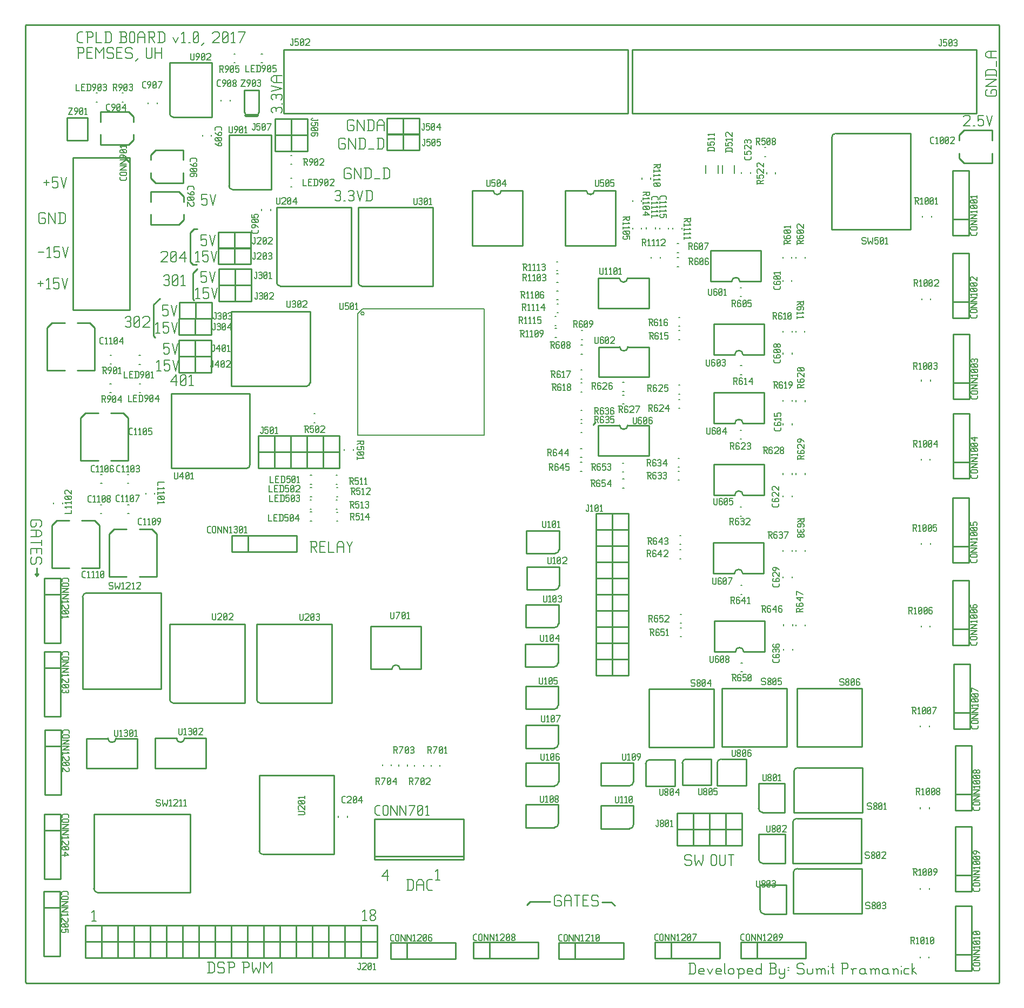
<source format=gbr>
G04 start of page 10 for group -4079 idx -4079 *
G04 Title: (unknown), topsilk *
G04 Creator: pcb 20140316 *
G04 CreationDate: Thu 01 Jun 2017 04:27:31 PM GMT UTC *
G04 For: sumit *
G04 Format: Gerber/RS-274X *
G04 PCB-Dimensions (mm): 381.00 381.00 *
G04 PCB-Coordinate-Origin: lower left *
%MOMM*%
%FSLAX43Y43*%
%LNTOPSILK*%
%ADD163C,0.152*%
%ADD162C,0.127*%
%ADD161C,0.508*%
%ADD160C,0.250*%
%ADD159C,0.203*%
%ADD158C,0.211*%
%ADD157C,0.169*%
%ADD156C,0.254*%
G54D156*X192943Y219707D02*Y369791D01*
X192824Y369910D01*
X40488D01*
X40389Y219781D02*X40564Y219606D01*
X192781D01*
X192783Y219608D01*
X192842Y219606D02*X192943Y219707D01*
X40488Y369910D02*X40348Y369771D01*
Y219822D01*
X40419Y219751D01*
X42159Y284759D02*Y283520D01*
X42149Y283510D01*
X42159Y283479D02*Y283510D01*
X42418Y283769D01*
X42159Y283487D02*X41890Y283756D01*
X41887D01*
X67343Y337884D02*X66805D01*
X66197Y337276D01*
Y332697D01*
X66634Y332260D01*
X67208D01*
X67340Y331643D02*X66629Y330932D01*
Y326880D01*
X66802Y326708D01*
X61432Y326972D02*X60462Y326001D01*
Y321150D01*
X60703Y320909D01*
X129664Y307543D02*X129347Y307226D01*
Y307170D01*
X122596Y232400D02*X119489D01*
X118963Y231874D01*
X130696Y232349D02*X132169D01*
X132748Y231770D01*
G54D157*X43304Y340429D02*X43515Y340218D01*
X42672Y340429D02*X43304D01*
X42461Y340218D02*X42672Y340429D01*
X42461Y340218D02*Y338953D01*
X42672Y338742D01*
X43304D01*
X43515Y338953D01*
Y339374D02*Y338953D01*
X43304Y339585D02*X43515Y339374D01*
X42883Y339585D02*X43304D01*
X44021Y340429D02*Y338742D01*
Y340429D02*X45075Y338742D01*
Y340429D02*Y338742D01*
X45792Y340429D02*Y338742D01*
X46340Y340429D02*X46635Y340133D01*
Y339037D01*
X46340Y338742D02*X46635Y339037D01*
X45581Y338742D02*X46340D01*
X45581Y340429D02*X46340D01*
X42408Y334216D02*X43251D01*
X43757Y334722D02*X44094Y335059D01*
Y333372D01*
X43757D02*X44390D01*
X44896Y335059D02*X45739D01*
X44896D02*Y334216D01*
X45106Y334427D01*
X45528D01*
X45739Y334216D01*
Y333583D01*
X45528Y333372D02*X45739Y333583D01*
X45106Y333372D02*X45528D01*
X44896Y333583D02*X45106Y333372D01*
X46245Y335059D02*X46666Y333372D01*
X47088Y335059D01*
X67899Y336916D02*X68743D01*
X67899D02*Y336072D01*
X68110Y336283D01*
X68532D01*
X68743Y336072D01*
Y335440D01*
X68532Y335229D02*X68743Y335440D01*
X68110Y335229D02*X68532D01*
X67899Y335440D02*X68110Y335229D01*
X69249Y336916D02*X69670Y335229D01*
X70092Y336916D01*
X67036Y334079D02*X67373Y334416D01*
Y332730D01*
X67036D02*X67668D01*
X68174Y334416D02*X69017D01*
X68174D02*Y333573D01*
X68385Y333784D01*
X68807D01*
X69017Y333573D01*
Y332941D01*
X68807Y332730D02*X69017Y332941D01*
X68385Y332730D02*X68807D01*
X68174Y332941D02*X68385Y332730D01*
X69523Y334416D02*X69945Y332730D01*
X70367Y334416D01*
X61625Y334162D02*X61836Y334373D01*
X62469D01*
X62680Y334162D01*
Y333741D01*
X61625Y332687D02*X62680Y333741D01*
X61625Y332687D02*X62680D01*
X63186Y332897D02*X63396Y332687D01*
X63186Y334162D02*Y332897D01*
Y334162D02*X63396Y334373D01*
X63818D01*
X64029Y334162D01*
Y332897D01*
X63818Y332687D02*X64029Y332897D01*
X63396Y332687D02*X63818D01*
X63186Y333108D02*X64029Y333952D01*
X64535Y333319D02*X65378Y334373D01*
X64535Y333319D02*X65589D01*
X65378Y334373D02*Y332687D01*
X60975Y316993D02*X61313Y317330D01*
Y315643D01*
X60975D02*X61608D01*
X62114Y317330D02*X62957D01*
X62114D02*Y316487D01*
X62324Y316697D01*
X62746D01*
X62957Y316487D01*
Y315854D01*
X62746Y315643D02*X62957Y315854D01*
X62324Y315643D02*X62746D01*
X62114Y315854D02*X62324Y315643D01*
X63463Y317330D02*X63885Y315643D01*
X64306Y317330D01*
X67864Y331158D02*X68707D01*
X67864D02*Y330314D01*
X68075Y330525D01*
X68496D01*
X68707Y330314D01*
Y329682D01*
X68496Y329471D02*X68707Y329682D01*
X68075Y329471D02*X68496D01*
X67864Y329682D02*X68075Y329471D01*
X69213Y331158D02*X69635Y329471D01*
X70056Y331158D01*
X67079Y328313D02*X67416Y328651D01*
Y326964D01*
X67079D02*X67711D01*
X68217Y328651D02*X69061D01*
X68217D02*Y327807D01*
X68428Y328018D01*
X68850D01*
X69061Y327807D01*
Y327175D01*
X68850Y326964D02*X69061Y327175D01*
X68428Y326964D02*X68850D01*
X68217Y327175D02*X68428Y326964D01*
X69567Y328651D02*X69988Y326964D01*
X70410Y328651D01*
X60808Y322926D02*X61145Y323263D01*
Y321577D01*
X60808D02*X61440D01*
X61946Y323263D02*X62789D01*
X61946D02*Y322420D01*
X62157Y322631D01*
X62578D01*
X62789Y322420D01*
Y321788D01*
X62578Y321577D02*X62789Y321788D01*
X62157Y321577D02*X62578D01*
X61946Y321788D02*X62157Y321577D01*
X63295Y323263D02*X63717Y321577D01*
X64139Y323263D01*
X61879Y325930D02*X62723D01*
X61879D02*Y325087D01*
X62090Y325298D01*
X62512D01*
X62723Y325087D01*
Y324455D01*
X62512Y324244D02*X62723Y324455D01*
X62090Y324244D02*X62512D01*
X61879Y324455D02*X62090Y324244D01*
X63229Y325930D02*X63650Y324244D01*
X64072Y325930D01*
X62078Y330441D02*X62288Y330652D01*
X62710D01*
X62921Y330441D01*
X62710Y328966D02*X62921Y329176D01*
X62288Y328966D02*X62710D01*
X62078Y329176D02*X62288Y328966D01*
Y329893D02*X62710D01*
X62921Y330441D02*Y330104D01*
Y329682D02*Y329176D01*
Y329682D02*X62710Y329893D01*
X62921Y330104D02*X62710Y329893D01*
X63427Y329176D02*X63638Y328966D01*
X63427Y330441D02*Y329176D01*
Y330441D02*X63638Y330652D01*
X64059D01*
X64270Y330441D01*
Y329176D01*
X64059Y328966D02*X64270Y329176D01*
X63638Y328966D02*X64059D01*
X63427Y329387D02*X64270Y330230D01*
X64776Y330315D02*X65113Y330652D01*
Y328966D01*
X64776D02*X65409D01*
X56068Y323939D02*X56279Y324150D01*
X56700D01*
X56911Y323939D01*
X56700Y322463D02*X56911Y322674D01*
X56279Y322463D02*X56700D01*
X56068Y322674D02*X56279Y322463D01*
Y323391D02*X56700D01*
X56911Y323939D02*Y323602D01*
Y323180D02*Y322674D01*
Y323180D02*X56700Y323391D01*
X56911Y323602D02*X56700Y323391D01*
X57417Y322674D02*X57628Y322463D01*
X57417Y323939D02*Y322674D01*
Y323939D02*X57628Y324150D01*
X58050D01*
X58260Y323939D01*
Y322674D01*
X58050Y322463D02*X58260Y322674D01*
X57628Y322463D02*X58050D01*
X57417Y322885D02*X58260Y323728D01*
X58766Y323939D02*X58977Y324150D01*
X59610D01*
X59821Y323939D01*
Y323517D01*
X58766Y322463D02*X59821Y323517D01*
X58766Y322463D02*X59821D01*
X62047Y319954D02*X62890D01*
X62047D02*Y319110D01*
X62258Y319321D01*
X62680D01*
X62890Y319110D01*
Y318478D01*
X62680Y318267D02*X62890Y318478D01*
X62258Y318267D02*X62680D01*
X62047Y318478D02*X62258Y318267D01*
X63396Y319954D02*X63818Y318267D01*
X64240Y319954D01*
X144529Y222717D02*Y221031D01*
X145077Y222717D02*X145372Y222422D01*
Y221326D01*
X145077Y221031D02*X145372Y221326D01*
X144318Y221031D02*X145077D01*
X144318Y222717D02*X145077D01*
X146089Y221031D02*X146721D01*
X145878Y221242D02*X146089Y221031D01*
X145878Y221663D02*Y221242D01*
Y221663D02*X146089Y221874D01*
X146510D01*
X146721Y221663D01*
X145878Y221452D02*X146721D01*
Y221663D02*Y221452D01*
X147227Y221874D02*X147649Y221031D01*
X148070Y221874D02*X147649Y221031D01*
X148787D02*X149420D01*
X148576Y221242D02*X148787Y221031D01*
X148576Y221663D02*Y221242D01*
Y221663D02*X148787Y221874D01*
X149209D01*
X149420Y221663D01*
X148576Y221452D02*X149420D01*
Y221663D02*Y221452D01*
X149926Y222717D02*Y221242D01*
X150136Y221031D01*
X150558Y221663D02*Y221242D01*
Y221663D02*X150769Y221874D01*
X151190D01*
X151401Y221663D01*
Y221242D01*
X151190Y221031D02*X151401Y221242D01*
X150769Y221031D02*X151190D01*
X150558Y221242D02*X150769Y221031D01*
X152118Y221663D02*Y220398D01*
X151907Y221874D02*X152118Y221663D01*
X152329Y221874D01*
X152751D01*
X152961Y221663D01*
Y221242D01*
X152751Y221031D02*X152961Y221242D01*
X152329Y221031D02*X152751D01*
X152118Y221242D02*X152329Y221031D01*
X153678D02*X154311D01*
X153467Y221242D02*X153678Y221031D01*
X153467Y221663D02*Y221242D01*
Y221663D02*X153678Y221874D01*
X154100D01*
X154311Y221663D01*
X153467Y221452D02*X154311D01*
Y221663D02*Y221452D01*
X155660Y222717D02*Y221031D01*
X155449D02*X155660Y221242D01*
X155027Y221031D02*X155449D01*
X154817Y221242D02*X155027Y221031D01*
X154817Y221663D02*Y221242D01*
Y221663D02*X155027Y221874D01*
X155449D01*
X155660Y221663D01*
X156925Y221031D02*X157768D01*
X157979Y221242D01*
Y221748D02*Y221242D01*
X157768Y221958D02*X157979Y221748D01*
X157136Y221958D02*X157768D01*
X157136Y222717D02*Y221031D01*
X156925Y222717D02*X157768D01*
X157979Y222507D01*
Y222169D01*
X157768Y221958D02*X157979Y222169D01*
X158485Y221874D02*Y221242D01*
X158696Y221031D01*
X159328Y221874D02*Y220609D01*
X159117Y220398D02*X159328Y220609D01*
X158696Y220398D02*X159117D01*
X158485Y220609D02*X158696Y220398D01*
Y221031D02*X159117D01*
X159328Y221242D01*
X159834Y222085D02*X160045D01*
X159834Y221663D02*X160045D01*
X162153Y222717D02*X162364Y222507D01*
X161521Y222717D02*X162153D01*
X161310Y222507D02*X161521Y222717D01*
X161310Y222507D02*Y222085D01*
X161521Y221874D01*
X162153D01*
X162364Y221663D01*
Y221242D01*
X162153Y221031D02*X162364Y221242D01*
X161521Y221031D02*X162153D01*
X161310Y221242D02*X161521Y221031D01*
X162870Y221874D02*Y221242D01*
X163081Y221031D01*
X163502D01*
X163713Y221242D01*
Y221874D02*Y221242D01*
X164430Y221663D02*Y221031D01*
Y221663D02*X164641Y221874D01*
X164852D01*
X165062Y221663D01*
Y221031D01*
Y221663D02*X165273Y221874D01*
X165484D01*
X165695Y221663D01*
Y221031D01*
X164219Y221874D02*X164430Y221663D01*
G54D158*X166201Y222296D02*Y222254D01*
G54D157*Y221663D02*Y221031D01*
X166833Y222717D02*Y221242D01*
X167044Y221031D01*
X166623Y222085D02*X167044D01*
X168436Y222717D02*Y221031D01*
X168225Y222717D02*X169068D01*
X169279Y222507D01*
Y222085D01*
X169068Y221874D02*X169279Y222085D01*
X168436Y221874D02*X169068D01*
X169996Y221663D02*Y221031D01*
Y221663D02*X170206Y221874D01*
X170628D01*
X169785D02*X169996Y221663D01*
X171767Y221874D02*X171977Y221663D01*
X171345Y221874D02*X171767D01*
X171134Y221663D02*X171345Y221874D01*
X171134Y221663D02*Y221242D01*
X171345Y221031D01*
X171977Y221874D02*Y221242D01*
X172188Y221031D01*
X171345D02*X171767D01*
X171977Y221242D01*
X172905Y221663D02*Y221031D01*
Y221663D02*X173116Y221874D01*
X173327D01*
X173537Y221663D01*
Y221031D01*
Y221663D02*X173748Y221874D01*
X173959D01*
X174170Y221663D01*
Y221031D01*
X172694Y221874D02*X172905Y221663D01*
X175308Y221874D02*X175519Y221663D01*
X174887Y221874D02*X175308D01*
X174676Y221663D02*X174887Y221874D01*
X174676Y221663D02*Y221242D01*
X174887Y221031D01*
X175519Y221874D02*Y221242D01*
X175730Y221031D01*
X174887D02*X175308D01*
X175519Y221242D01*
X176447Y221663D02*Y221031D01*
Y221663D02*X176658Y221874D01*
X176868D01*
X177079Y221663D01*
Y221031D01*
X176236Y221874D02*X176447Y221663D01*
G54D158*X177585Y222296D02*Y222254D01*
G54D157*Y221663D02*Y221031D01*
X178218Y221874D02*X178850D01*
X178007Y221663D02*X178218Y221874D01*
X178007Y221663D02*Y221242D01*
X178218Y221031D01*
X178850D01*
X179356Y222717D02*Y221031D01*
Y221663D02*X179989Y221031D01*
X179356Y221663D02*X179778Y222085D01*
X187350Y355496D02*X187561Y355707D01*
X188194D01*
X188404Y355496D01*
Y355074D01*
X187350Y354020D02*X188404Y355074D01*
X187350Y354020D02*X188404D01*
X188910D02*X189121D01*
X189627Y355707D02*X190471D01*
X189627D02*Y354863D01*
X189838Y355074D01*
X190260D01*
X190471Y354863D01*
Y354231D01*
X190260Y354020D02*X190471Y354231D01*
X189838Y354020D02*X190260D01*
X189627Y354231D02*X189838Y354020D01*
X190977Y355707D02*X191398Y354020D01*
X191820Y355707D01*
X48835Y367099D02*X49383D01*
X48539Y367394D02*X48835Y367099D01*
X48539Y368490D02*Y367394D01*
Y368490D02*X48835Y368785D01*
X49383D01*
X50099D02*Y367099D01*
X49889Y368785D02*X50732D01*
X50943Y368574D01*
Y368153D01*
X50732Y367942D02*X50943Y368153D01*
X50099Y367942D02*X50732D01*
X51449Y368785D02*Y367099D01*
X52292D01*
X53009Y368785D02*Y367099D01*
X53557Y368785D02*X53852Y368490D01*
Y367394D01*
X53557Y367099D02*X53852Y367394D01*
X52798Y367099D02*X53557D01*
X52798Y368785D02*X53557D01*
X55117Y367099D02*X55960D01*
X56171Y367309D01*
Y367815D02*Y367309D01*
X55960Y368026D02*X56171Y367815D01*
X55328Y368026D02*X55960D01*
X55328Y368785D02*Y367099D01*
X55117Y368785D02*X55960D01*
X56171Y368574D01*
Y368237D01*
X55960Y368026D02*X56171Y368237D01*
X56677Y368574D02*Y367309D01*
Y368574D02*X56888Y368785D01*
X57310D01*
X57520Y368574D01*
Y367309D01*
X57310Y367099D02*X57520Y367309D01*
X56888Y367099D02*X57310D01*
X56677Y367309D02*X56888Y367099D01*
X58026Y368364D02*Y367099D01*
Y368364D02*X58321Y368785D01*
X58785D01*
X59080Y368364D01*
Y367099D01*
X58026Y367942D02*X59080D01*
X59586Y368785D02*X60430D01*
X60640Y368574D01*
Y368153D01*
X60430Y367942D02*X60640Y368153D01*
X59797Y367942D02*X60430D01*
X59797Y368785D02*Y367099D01*
X60135Y367942D02*X60640Y367099D01*
X61357Y368785D02*Y367099D01*
X61905Y368785D02*X62201Y368490D01*
Y367394D01*
X61905Y367099D02*X62201Y367394D01*
X61146Y367099D02*X61905D01*
X61146Y368785D02*X61905D01*
X63465Y367942D02*X63887Y367099D01*
X64309Y367942D02*X63887Y367099D01*
X64815Y368448D02*X65152Y368785D01*
Y367099D01*
X64815D02*X65447D01*
X65953D02*X66164D01*
X66670Y367309D02*X66881Y367099D01*
X66670Y368574D02*Y367309D01*
Y368574D02*X66881Y368785D01*
X67302D01*
X67513Y368574D01*
Y367309D01*
X67302Y367099D02*X67513Y367309D01*
X66881Y367099D02*X67302D01*
X66670Y367520D02*X67513Y368364D01*
X68019Y366677D02*X68441Y367099D01*
X69706Y368574D02*X69917Y368785D01*
X70549D01*
X70760Y368574D01*
Y368153D01*
X69706Y367099D02*X70760Y368153D01*
X69706Y367099D02*X70760D01*
X71266Y367309D02*X71477Y367099D01*
X71266Y368574D02*Y367309D01*
Y368574D02*X71477Y368785D01*
X71898D01*
X72109Y368574D01*
Y367309D01*
X71898Y367099D02*X72109Y367309D01*
X71477Y367099D02*X71898D01*
X71266Y367520D02*X72109Y368364D01*
X72615Y368448D02*X72952Y368785D01*
Y367099D01*
X72615D02*X73248D01*
X73964D02*X74808Y368785D01*
X73754D02*X74808D01*
X48687Y366316D02*Y364630D01*
X48476Y366316D02*X49319D01*
X49530Y366105D01*
Y365684D01*
X49319Y365473D02*X49530Y365684D01*
X48687Y365473D02*X49319D01*
X50036Y365557D02*X50668D01*
X50036Y364630D02*X50879D01*
X50036Y366316D02*Y364630D01*
Y366316D02*X50879D01*
X51385D02*Y364630D01*
Y366316D02*X52018Y365473D01*
X52650Y366316D01*
Y364630D01*
X53999Y366316D02*X54210Y366105D01*
X53367Y366316D02*X53999D01*
X53156Y366105D02*X53367Y366316D01*
X53156Y366105D02*Y365684D01*
X53367Y365473D01*
X53999D01*
X54210Y365262D01*
Y364841D01*
X53999Y364630D02*X54210Y364841D01*
X53367Y364630D02*X53999D01*
X53156Y364841D02*X53367Y364630D01*
X54716Y365557D02*X55349D01*
X54716Y364630D02*X55559D01*
X54716Y366316D02*Y364630D01*
Y366316D02*X55559D01*
X56909D02*X57120Y366105D01*
X56276Y366316D02*X56909D01*
X56065Y366105D02*X56276Y366316D01*
X56065Y366105D02*Y365684D01*
X56276Y365473D01*
X56909D01*
X57120Y365262D01*
Y364841D01*
X56909Y364630D02*X57120Y364841D01*
X56276Y364630D02*X56909D01*
X56065Y364841D02*X56276Y364630D01*
X57625Y364208D02*X58047Y364630D01*
X59312Y366316D02*Y364841D01*
X59523Y364630D01*
X59945D01*
X60155Y364841D01*
Y366316D02*Y364841D01*
X60661Y366316D02*Y364630D01*
X61715Y366316D02*Y364630D01*
X60661Y365473D02*X61715D01*
X43251Y345161D02*X44094D01*
X43673Y345582D02*Y344739D01*
X44600Y346004D02*X45444D01*
X44600D02*Y345161D01*
X44811Y345371D01*
X45233D01*
X45444Y345161D01*
Y344528D01*
X45233Y344317D02*X45444Y344528D01*
X44811Y344317D02*X45233D01*
X44600Y344528D02*X44811Y344317D01*
X45950Y346004D02*X46371Y344317D01*
X46793Y346004D01*
X144546Y239756D02*X144757Y239545D01*
X143914Y239756D02*X144546D01*
X143703Y239545D02*X143914Y239756D01*
X143703Y239545D02*Y239123D01*
X143914Y238912D01*
X144546D01*
X144757Y238702D01*
Y238280D01*
X144546Y238069D02*X144757Y238280D01*
X143914Y238069D02*X144546D01*
X143703Y238280D02*X143914Y238069D01*
X145263Y239756D02*Y238912D01*
X145474Y238069D01*
X145896Y238912D01*
X146317Y238069D01*
X146528Y238912D01*
Y239756D02*Y238912D01*
X147793Y239545D02*Y238280D01*
Y239545D02*X148004Y239756D01*
X148425D01*
X148636Y239545D01*
Y238280D01*
X148425Y238069D02*X148636Y238280D01*
X148004Y238069D02*X148425D01*
X147793Y238280D02*X148004Y238069D01*
X149142Y239756D02*Y238280D01*
X149353Y238069D01*
X149775D01*
X149985Y238280D01*
Y239756D02*Y238280D01*
X150491Y239756D02*X151335D01*
X150913D02*Y238069D01*
X88933Y343728D02*X89144Y343939D01*
X89565D01*
X89776Y343728D01*
X89565Y342252D02*X89776Y342463D01*
X89144Y342252D02*X89565D01*
X88933Y342463D02*X89144Y342252D01*
Y343180D02*X89565D01*
X89776Y343728D02*Y343391D01*
Y342969D02*Y342463D01*
Y342969D02*X89565Y343180D01*
X89776Y343391D02*X89565Y343180D01*
X90282Y342252D02*X90493D01*
X90999Y343728D02*X91210Y343939D01*
X91632D01*
X91842Y343728D01*
X91632Y342252D02*X91842Y342463D01*
X91210Y342252D02*X91632D01*
X90999Y342463D02*X91210Y342252D01*
Y343180D02*X91632D01*
X91842Y343728D02*Y343391D01*
Y342969D02*Y342463D01*
Y342969D02*X91632Y343180D01*
X91842Y343391D02*X91632Y343180D01*
X92348Y343939D02*X92770Y342252D01*
X93192Y343939D01*
X93908D02*Y342252D01*
X94457Y343939D02*X94752Y343644D01*
Y342547D01*
X94457Y342252D02*X94752Y342547D01*
X93698Y342252D02*X94457D01*
X93698Y343939D02*X94457D01*
X68021Y343281D02*X68864D01*
X68021D02*Y342438D01*
X68232Y342649D01*
X68654D01*
X68864Y342438D01*
Y341805D01*
X68654Y341594D02*X68864Y341805D01*
X68232Y341594D02*X68654D01*
X68021Y341805D02*X68232Y341594D01*
X69370Y343281D02*X69792Y341594D01*
X70214Y343281D01*
X190863Y359534D02*X191074Y359745D01*
X190863Y359534D02*Y358902D01*
X191074Y358691D02*X190863Y358902D01*
X191074Y358691D02*X192339D01*
X192550Y358902D01*
Y359534D02*Y358902D01*
Y359534D02*X192339Y359745D01*
X191917D02*X192339D01*
X191706Y359534D02*X191917Y359745D01*
X191706Y359534D02*Y359113D01*
X190863Y360251D02*X192550D01*
X190863D02*X192550Y361305D01*
X190863D02*X192550D01*
X190863Y362022D02*X192550D01*
X190863Y362570D02*X191158Y362865D01*
X192255D01*
X192550Y362570D02*X192255Y362865D01*
X192550Y362570D02*Y361811D01*
X190863Y362570D02*Y361811D01*
X192550Y364215D02*Y363371D01*
X191285Y364721D02*X192550D01*
X191285D02*X190863Y365016D01*
Y365480D02*Y365016D01*
Y365480D02*X191285Y365775D01*
X192550D01*
X191706D02*Y364721D01*
X90310Y352135D02*X90521Y351925D01*
X89677Y352135D02*X90310D01*
X89466Y351925D02*X89677Y352135D01*
X89466Y351925D02*Y350660D01*
X89677Y350449D01*
X90310D01*
X90521Y350660D01*
Y351081D02*Y350660D01*
X90310Y351292D02*X90521Y351081D01*
X89888Y351292D02*X90310D01*
X91026Y352135D02*Y350449D01*
Y352135D02*X92081Y350449D01*
Y352135D02*Y350449D01*
X92797Y352135D02*Y350449D01*
X93346Y352135D02*X93641Y351840D01*
Y350744D01*
X93346Y350449D02*X93641Y350744D01*
X92587Y350449D02*X93346D01*
X92587Y352135D02*X93346D01*
X94147Y350449D02*X94990D01*
X95707Y352135D02*Y350449D01*
X96255Y352135D02*X96550Y351840D01*
Y350744D01*
X96255Y350449D02*X96550Y350744D01*
X95496Y350449D02*X96255D01*
X95496Y352135D02*X96255D01*
X91676Y354993D02*X91887Y354782D01*
X91044Y354993D02*X91676D01*
X90833Y354782D02*X91044Y354993D01*
X90833Y354782D02*Y353517D01*
X91044Y353306D01*
X91676D01*
X91887Y353517D01*
Y353939D02*Y353517D01*
X91676Y354150D02*X91887Y353939D01*
X91255Y354150D02*X91676D01*
X92393Y354993D02*Y353306D01*
Y354993D02*X93447Y353306D01*
Y354993D02*Y353306D01*
X94164Y354993D02*Y353306D01*
X94712Y354993D02*X95007Y354698D01*
Y353602D01*
X94712Y353306D02*X95007Y353602D01*
X93953Y353306D02*X94712D01*
X93953Y354993D02*X94712D01*
X95513Y354571D02*Y353306D01*
Y354571D02*X95808Y354993D01*
X96272D01*
X96567Y354571D01*
Y353306D01*
X95513Y354150D02*X96567D01*
X91200Y347416D02*X91411Y347205D01*
X90568Y347416D02*X91200D01*
X90357Y347205D02*X90568Y347416D01*
X90357Y347205D02*Y345940D01*
X90568Y345730D01*
X91200D01*
X91411Y345940D01*
Y346362D02*Y345940D01*
X91200Y346573D02*X91411Y346362D01*
X90778Y346573D02*X91200D01*
X91917Y347416D02*Y345730D01*
Y347416D02*X92971Y345730D01*
Y347416D02*Y345730D01*
X93688Y347416D02*Y345730D01*
X94236Y347416D02*X94531Y347121D01*
Y346025D01*
X94236Y345730D02*X94531Y346025D01*
X93477Y345730D02*X94236D01*
X93477Y347416D02*X94236D01*
X95037Y345730D02*X95880D01*
X96597Y347416D02*Y345730D01*
X97145Y347416D02*X97440Y347121D01*
Y346025D01*
X97145Y345730D02*X97440Y346025D01*
X96386Y345730D02*X97145D01*
X96386Y347416D02*X97145D01*
X79146Y356093D02*X78936Y356304D01*
Y356725D02*Y356304D01*
Y356725D02*X79146Y356936D01*
X80622Y356725D02*X80411Y356936D01*
X80622Y356725D02*Y356304D01*
X80411Y356093D02*X80622Y356304D01*
X79695Y356725D02*Y356304D01*
X79146Y356936D02*X79484D01*
X79905D02*X80411D01*
X79905D02*X79695Y356725D01*
X79484Y356936D02*X79695Y356725D01*
X80622Y357653D02*Y357442D01*
X79146Y358159D02*X78936Y358370D01*
Y358791D02*Y358370D01*
Y358791D02*X79146Y359002D01*
X80622Y358791D02*X80411Y359002D01*
X80622Y358791D02*Y358370D01*
X80411Y358159D02*X80622Y358370D01*
X79695Y358791D02*Y358370D01*
X79146Y359002D02*X79484D01*
X79905D02*X80411D01*
X79905D02*X79695Y358791D01*
X79484Y359002D02*X79695Y358791D01*
X78936Y359508D02*X80622Y359930D01*
X78936Y360351D01*
X79357Y360857D02*X80622D01*
X79357D02*X78936Y361152D01*
Y361616D02*Y361152D01*
Y361616D02*X79357Y361911D01*
X80622D01*
X79779D02*Y360857D01*
X63155Y313952D02*X63998Y315006D01*
X63155Y313952D02*X64209D01*
X63998Y315006D02*Y313319D01*
X64715Y313530D02*X64925Y313319D01*
X64715Y314795D02*Y313530D01*
Y314795D02*X64925Y315006D01*
X65347D01*
X65558Y314795D01*
Y313530D01*
X65347Y313319D02*X65558Y313530D01*
X64925Y313319D02*X65347D01*
X64715Y313741D02*X65558Y314584D01*
X66064Y314668D02*X66401Y315006D01*
Y313319D01*
X66064D02*X66696D01*
X69141Y222870D02*Y221183D01*
X69689Y222870D02*X69985Y222575D01*
Y221478D01*
X69689Y221183D02*X69985Y221478D01*
X68931Y221183D02*X69689D01*
X68931Y222870D02*X69689D01*
X71334D02*X71545Y222659D01*
X70701Y222870D02*X71334D01*
X70491Y222659D02*X70701Y222870D01*
X70491Y222659D02*Y222237D01*
X70701Y222026D01*
X71334D01*
X71545Y221816D01*
Y221394D01*
X71334Y221183D02*X71545Y221394D01*
X70701Y221183D02*X71334D01*
X70491Y221394D02*X70701Y221183D01*
X72261Y222870D02*Y221183D01*
X72051Y222870D02*X72894D01*
X73105Y222659D01*
Y222237D01*
X72894Y222026D02*X73105Y222237D01*
X72261Y222026D02*X72894D01*
X74580Y222870D02*Y221183D01*
X74370Y222870D02*X75213D01*
X75424Y222659D01*
Y222237D01*
X75213Y222026D02*X75424Y222237D01*
X74580Y222026D02*X75213D01*
X75930Y222870D02*Y222026D01*
X76141Y221183D01*
X76562Y222026D01*
X76984Y221183D01*
X77195Y222026D01*
Y222870D02*Y222026D01*
X77701Y222870D02*Y221183D01*
Y222870D02*X78333Y222026D01*
X78966Y222870D01*
Y221183D01*
X50825Y230686D02*X51163Y231023D01*
Y229337D01*
X50825D02*X51458D01*
X93226Y230790D02*X93563Y231127D01*
Y229441D01*
X93226D02*X93858D01*
X94364Y229652D02*X94575Y229441D01*
X94364Y229989D02*Y229652D01*
Y229989D02*X94659Y230284D01*
X94912D01*
X95207Y229989D01*
Y229652D01*
X94997Y229441D02*X95207Y229652D01*
X94575Y229441D02*X94997D01*
X94364Y230579D02*X94659Y230284D01*
X94364Y230916D02*Y230579D01*
Y230916D02*X94575Y231127D01*
X94997D01*
X95207Y230916D01*
Y230579D01*
X94912Y230284D02*X95207Y230579D01*
X100348Y235890D02*Y234203D01*
X100896Y235890D02*X101191Y235595D01*
Y234498D01*
X100896Y234203D02*X101191Y234498D01*
X100137Y234203D02*X100896D01*
X100137Y235890D02*X100896D01*
X101697Y235468D02*Y234203D01*
Y235468D02*X101992Y235890D01*
X102456D01*
X102751Y235468D01*
Y234203D01*
X101697Y235047D02*X102751D01*
X103552Y234203D02*X104100D01*
X103257Y234498D02*X103552Y234203D01*
X103257Y235595D02*Y234498D01*
Y235595D02*X103552Y235890D01*
X104100D01*
X104681Y237110D02*X105018Y237447D01*
Y235760D01*
X104681D02*X105313D01*
X96220Y236352D02*X97064Y237406D01*
X96220Y236352D02*X97274D01*
X97064Y237406D02*Y235720D01*
X124127Y233370D02*X124338Y233159D01*
X123495Y233370D02*X124127D01*
X123284Y233159D02*X123495Y233370D01*
X123284Y233159D02*Y231894D01*
X123495Y231684D01*
X124127D01*
X124338Y231894D01*
Y232316D02*Y231894D01*
X124127Y232527D02*X124338Y232316D01*
X123706Y232527D02*X124127D01*
X124844Y232948D02*Y231684D01*
Y232948D02*X125139Y233370D01*
X125603D01*
X125898Y232948D01*
Y231684D01*
X124844Y232527D02*X125898D01*
X126404Y233370D02*X127247D01*
X126826D02*Y231684D01*
X127753Y232611D02*X128386D01*
X127753Y231684D02*X128597D01*
X127753Y233370D02*Y231684D01*
Y233370D02*X128597D01*
X129946D02*X130157Y233159D01*
X129313Y233370D02*X129946D01*
X129103Y233159D02*X129313Y233370D01*
X129103Y233159D02*Y232738D01*
X129313Y232527D01*
X129946D01*
X130157Y232316D01*
Y231894D01*
X129946Y231684D02*X130157Y231894D01*
X129313Y231684D02*X129946D01*
X129103Y231894D02*X129313Y231684D01*
X42301Y329324D02*X43144D01*
X42723Y329745D02*Y328902D01*
X43650Y329830D02*X43988Y330167D01*
Y328480D01*
X43650D02*X44283D01*
X44789Y330167D02*X45632D01*
X44789D02*Y329324D01*
X45000Y329535D01*
X45421D01*
X45632Y329324D01*
Y328691D01*
X45421Y328480D02*X45632Y328691D01*
X45000Y328480D02*X45421D01*
X44789Y328691D02*X45000Y328480D01*
X46138Y330167D02*X46560Y328480D01*
X46981Y330167D01*
X42896Y291368D02*X42685Y291158D01*
X42896Y292001D02*Y291368D01*
X42685Y292212D02*X42896Y292001D01*
X41420Y292212D02*X42685D01*
X41420D02*X41209Y292001D01*
Y291368D01*
X41420Y291158D01*
X41841D01*
X42052Y291368D02*X41841Y291158D01*
X42052Y291790D02*Y291368D01*
X41209Y290652D02*X42474D01*
X42896Y290357D01*
Y289893D01*
X42474Y289598D01*
X41209D02*X42474D01*
X42052Y290652D02*Y289598D01*
X42896Y289092D02*Y288248D01*
X41209Y288670D02*X42896D01*
X42137Y287742D02*Y287110D01*
X41209Y287742D02*Y286899D01*
Y287742D02*X42896D01*
Y286899D01*
Y285550D02*X42685Y285339D01*
X42896Y286182D02*Y285550D01*
X42685Y286393D02*X42896Y286182D01*
X42263Y286393D02*X42685D01*
X42263D02*X42052Y286182D01*
Y285550D01*
X41841Y285339D01*
X41420D02*X41841D01*
X41209Y285550D02*X41420Y285339D01*
X41209Y286182D02*Y285550D01*
X41420Y286393D02*X41209Y286182D01*
X84968Y288831D02*X85811D01*
X86022Y288620D01*
Y288199D01*
X85811Y287988D02*X86022Y288199D01*
X85179Y287988D02*X85811D01*
X85179Y288831D02*Y287144D01*
X85516Y287988D02*X86022Y287144D01*
X86528Y288072D02*X87161D01*
X86528Y287144D02*X87371D01*
X86528Y288831D02*Y287144D01*
Y288831D02*X87371D01*
X87877D02*Y287144D01*
X88721D01*
X89227Y288409D02*Y287144D01*
Y288409D02*X89522Y288831D01*
X89986D01*
X90281Y288409D01*
Y287144D01*
X89227Y287988D02*X90281D01*
X90787Y288831D02*X91208Y287988D01*
X91630Y288831D01*
X91208Y287988D02*Y287144D01*
G54D156*X188641Y256855D02*Y246695D01*
X186101Y256855D02*X188641D01*
X186101D02*Y246695D01*
X188641D01*
X186101Y249235D02*X188641D01*
X186101D02*Y246695D01*
G54D159*X181982Y223786D02*Y223586D01*
X180583Y223786D02*Y223586D01*
X180603Y234511D02*Y234311D01*
X182002Y234511D02*Y234311D01*
X180722Y275648D02*Y275449D01*
X182122Y275648D02*Y275449D01*
X180618Y247175D02*Y246975D01*
X182018Y247175D02*Y246975D01*
X180613Y260007D02*Y259807D01*
X182013Y260007D02*Y259807D01*
G54D156*X188648Y231696D02*Y221536D01*
X186108Y231696D02*X188648D01*
X186108D02*Y221536D01*
X188648D01*
X186108Y224076D02*X188648D01*
X186108D02*Y221536D01*
X188641Y244191D02*Y234031D01*
X186101Y244191D02*X188641D01*
X186101D02*Y234031D01*
X188641D01*
X186101Y236571D02*X188641D01*
X186101D02*Y234031D01*
G54D159*X159066Y329854D02*Y329654D01*
X160466Y329854D02*Y329654D01*
X152387Y328690D02*X152587D01*
X152387Y327290D02*X152587D01*
X162498Y321882D02*Y321682D01*
X161098Y321882D02*Y321682D01*
X160491Y321878D02*Y321678D01*
X159092Y321878D02*Y321678D01*
Y318478D02*Y318278D01*
X160491Y318478D02*Y318278D01*
X152413Y316447D02*X152612D01*
X152413Y315048D02*X152612D01*
G54D156*X156108Y312217D02*Y307391D01*
X148234Y312217D02*X156108D01*
X148234D02*Y307391D01*
X152806D02*X156108D01*
X148234D02*X151536D01*
X152806D02*G75*G03X151536Y307391I-635J0D01*G01*
G54D159*X152362Y306313D02*X152562D01*
X152362Y304913D02*X152562D01*
X162523Y311036D02*Y310836D01*
X161124Y311036D02*Y310836D01*
X160491Y311058D02*Y310858D01*
X159092Y311058D02*Y310858D01*
Y307378D02*Y307178D01*
X160491Y307378D02*Y307178D01*
G54D156*X188384Y269651D02*Y259491D01*
X185844Y269651D02*X188384D01*
X185844D02*Y259491D01*
X188384D01*
X185844Y262031D02*X188384D01*
X185844D02*Y259491D01*
X188191Y282809D02*Y272649D01*
X185651Y282809D02*X188191D01*
X185651D02*Y272649D01*
X188191D01*
X185651Y275189D02*X188191D01*
X185651D02*Y272649D01*
X188217Y295745D02*Y285585D01*
X185677Y295745D02*X188217D01*
X185677D02*Y285585D01*
X188217D01*
X185677Y288125D02*X188217D01*
X185677D02*Y285585D01*
X188283Y308963D02*Y298803D01*
X185743Y308963D02*X188283D01*
X185743D02*Y298803D01*
X188283D01*
X185743Y301343D02*X188283D01*
X185743D02*Y298803D01*
X188308Y321358D02*Y311198D01*
X185768Y321358D02*X188308D01*
X185768D02*Y311198D01*
X188308D01*
X185768Y313738D02*X188308D01*
X185768D02*Y311198D01*
X188184Y334076D02*Y323916D01*
X185644Y334076D02*X188184D01*
X185644D02*Y323916D01*
X188184D01*
X185644Y326456D02*X188184D01*
X185644D02*Y323916D01*
G54D159*X180735Y301823D02*Y301623D01*
X182135Y301823D02*Y301623D01*
X180786Y314229D02*Y314029D01*
X182185Y314229D02*Y314029D01*
X180821Y326974D02*Y326775D01*
X182221Y326974D02*Y326775D01*
X180773Y288623D02*Y288423D01*
X182173Y288623D02*Y288423D01*
X162523Y275857D02*Y275657D01*
X161124Y275857D02*Y275657D01*
X160593Y275882D02*Y275682D01*
X159193Y275882D02*Y275682D01*
G54D160*X161275Y265841D02*X171435D01*
X161275Y256697D02*X171435D01*
X161275Y265841D02*Y256697D01*
X171435Y265841D02*Y256697D01*
X149522Y265824D02*X159682D01*
X149522Y256680D02*X159682D01*
X149522Y265824D02*Y256680D01*
X159682Y265824D02*Y256680D01*
X155293Y242944D02*Y239009D01*
X159402Y242944D02*Y238384D01*
X155293Y242944D02*X159402D01*
X155918Y238384D02*X159402D01*
X155293Y239009D02*G75*G03X155918Y238384I625J0D01*G01*
X161244Y245424D02*X171369D01*
X160619Y238375D02*X171369D01*
Y245424D02*Y238375D01*
X160619D02*Y244799D01*
X161244Y245424D02*G75*G03X160619Y244799I0J-625D01*G01*
X155481Y235041D02*Y231107D01*
X159590Y235041D02*Y230482D01*
X155481Y235041D02*X159590D01*
X156106Y230482D02*X159590D01*
X155481Y231107D02*G75*G03X156106Y230482I625J0D01*G01*
X161326Y237586D02*X171450D01*
X160701Y230536D02*X171450D01*
Y237586D02*Y230536D01*
X160701Y236961D02*Y230536D01*
X161326Y237586D02*G75*G03X160701Y236961I0J-625D01*G01*
X161414Y253405D02*X171539D01*
X160790Y246355D02*X171539D01*
Y253405D02*Y246355D01*
X160790D02*Y252780D01*
X161414Y253405D02*G75*G03X160790Y252780I0J-625D01*G01*
X149389Y254744D02*X153323D01*
X148764Y250635D02*X153323D01*
Y254744D02*Y250635D01*
X148764D02*Y254119D01*
X149389Y254744D02*G75*G03X148764Y254119I0J-625D01*G01*
X155257Y250941D02*Y247007D01*
X159367Y250941D02*Y246382D01*
X155257Y250941D02*X159367D01*
X155882Y246382D02*X159367D01*
X155257Y247007D02*G75*G03X155882Y246382I625J0D01*G01*
X167348Y352858D02*X179022D01*
X166723Y337768D02*X179022D01*
Y352858D02*Y337768D01*
X166723D02*Y352233D01*
X167348Y352858D02*G75*G03X166723Y352233I0J-625D01*G01*
G54D156*X188237Y347071D02*Y336911D01*
X185697Y347071D02*X188237D01*
X185697D02*Y336911D01*
X188237D01*
X185697Y339451D02*X188237D01*
X185697D02*Y336911D01*
G54D159*X180946Y339916D02*Y339716D01*
X182345Y339916D02*Y339716D01*
G54D156*X191854Y353341D02*Y351745D01*
X187456Y353341D02*X191854D01*
X187456D02*X186694Y352579D01*
Y351745D01*
X191854Y349777D02*Y348181D01*
X187456D02*X191854D01*
X187456D02*X186694Y348943D01*
Y349777D02*Y348943D01*
X135433Y366037D02*Y356029D01*
X189434Y366037D02*Y356029D01*
X135433D02*X189434D01*
X135433Y366037D02*X189434D01*
X142509Y241170D02*X152669D01*
X142509Y246250D02*X152669D01*
X142509Y243710D02*X152669D01*
X147589Y246250D02*Y241170D01*
X150129Y246250D02*Y241170D01*
X152669Y246250D02*Y241170D01*
X142509Y246250D02*Y241170D01*
X145049Y246250D02*Y241170D01*
G54D160*X138090Y265742D02*X148250D01*
X138090Y256598D02*X148250D01*
X138090Y265742D02*Y256598D01*
X148250Y265742D02*Y256598D01*
X143924Y254751D02*X147859D01*
X143300Y250642D02*X147859D01*
Y254751D02*Y250642D01*
X143300D02*Y254126D01*
X143924Y254751D02*G75*G03X143300Y254126I0J-625D01*G01*
X138193Y254658D02*X142127D01*
X137568Y250548D02*X142127D01*
Y254658D02*Y250548D01*
X137568Y254033D02*Y250548D01*
X138193Y254658D02*G75*G03X137568Y254033I0J-625D01*G01*
G54D159*X159193Y272021D02*Y271822D01*
X160593Y272021D02*Y271822D01*
G54D156*X156210Y276428D02*Y271602D01*
X148336Y276428D02*X156210D01*
X148336D02*Y271602D01*
X152908D02*X156210D01*
X148336D02*X151638D01*
X152908D02*G75*G03X151638Y271602I-635J0D01*G01*
G54D159*X142888Y288403D02*X143087D01*
X142888Y289803D02*X143087D01*
X142902Y287593D02*X143102D01*
X142902Y286193D02*X143102D01*
X152492Y269838D02*X152692D01*
X152492Y268439D02*X152692D01*
X142989Y276059D02*X143189D01*
X142989Y277458D02*X143189D01*
X142993Y275350D02*X143193D01*
X142993Y273950D02*X143193D01*
G54D156*X152519Y223479D02*X162679D01*
Y226019D02*Y223479D01*
X152519Y226019D02*X162679D01*
X152519D02*Y223479D01*
X155059Y226019D02*Y223479D01*
X152519Y226019D02*X155059D01*
X138981Y223487D02*X149141D01*
Y226027D02*Y223487D01*
X138981Y226027D02*X149141D01*
X138981D02*Y223487D01*
X141521Y226027D02*Y223487D01*
X138981Y226027D02*X141521D01*
X129746Y293238D02*Y267838D01*
X134826D02*Y293238D01*
X132286Y267838D02*Y293238D01*
X129746Y288158D02*X134826D01*
X129746Y285618D02*X134826D01*
X129746Y283078D02*X134826D01*
X129746Y280538D02*X134826D01*
X129746Y277998D02*X134826D01*
X129746Y275458D02*X134826D01*
X129746Y272918D02*X134826D01*
X129746Y270378D02*X134826D01*
X129746Y267838D02*X134826D01*
Y293238D02*X129746D01*
Y290698D02*X134826D01*
X130162Y307097D02*Y302360D01*
X138069D01*
Y307097D01*
X130162D02*X133481D01*
X138069D02*X134751D01*
X133481D02*G75*G03X134751Y307097I635J0D01*G01*
G54D159*X133954Y297275D02*X134154D01*
X133954Y298675D02*X134154D01*
X133925Y301156D02*X134125D01*
X133925Y299757D02*X134125D01*
X127372Y301283D02*X127572D01*
X127372Y299884D02*X127572D01*
X127372Y303468D02*X127572D01*
X127372Y302068D02*X127572D01*
X160517Y287541D02*Y287341D01*
X159117Y287541D02*Y287341D01*
X162523Y287552D02*Y287352D01*
X161124Y287552D02*Y287352D01*
X159117Y283375D02*Y283175D01*
X160517Y283375D02*Y283175D01*
X152442Y281979D02*X152641D01*
X152442Y280580D02*X152641D01*
G54D156*X156054Y288692D02*Y283866D01*
X148180Y288692D02*X156054D01*
X148180D02*Y283866D01*
X152752D02*X156054D01*
X148180D02*X151482D01*
X152752D02*G75*G03X151482Y283866I-635J0D01*G01*
X156108Y300990D02*Y296164D01*
X148234Y300990D02*X156108D01*
X148234D02*Y296164D01*
X152806D02*X156108D01*
X148234D02*X151536D01*
X152806D02*G75*G03X151536Y296164I-635J0D01*G01*
G54D159*X152362Y294273D02*X152562D01*
X152362Y292873D02*X152562D01*
X162523Y299606D02*Y299406D01*
X161124Y299606D02*Y299406D01*
X160517Y299606D02*Y299406D01*
X159117Y299606D02*Y299406D01*
Y296075D02*Y295875D01*
X160517Y296075D02*Y295875D01*
X142510Y333389D02*X142710D01*
X142510Y331989D02*X142710D01*
G54D156*X130135Y330179D02*Y325441D01*
X138043D01*
Y330179D01*
X130135D02*X133454D01*
X138043D02*X134724D01*
X133454D02*G75*G03X134724Y330179I635J0D01*G01*
G54D159*X142735Y322617D02*X142935D01*
X142735Y324016D02*X142935D01*
X142739Y321934D02*X142939D01*
X142739Y320534D02*X142939D01*
X142710Y312000D02*X142910D01*
X142710Y313399D02*X142910D01*
X142713Y311139D02*X142913D01*
X142713Y309739D02*X142913D01*
X142663Y300519D02*X142862D01*
X142663Y301918D02*X142862D01*
X142663Y299912D02*X142862D01*
X142663Y298512D02*X142862D01*
G54D156*X123952Y223456D02*X134112D01*
Y225996D02*Y223456D01*
X123952Y225996D02*X134112D01*
X123952D02*Y223456D01*
X126492Y225996D02*Y223456D01*
X123952Y225996D02*X126492D01*
G54D160*X130560Y243836D02*X135034D01*
X130560Y247435D02*X135659D01*
X130560D02*Y243836D01*
X135659Y247435D02*Y244461D01*
X135034Y243836D02*G75*G03X135659Y244461I0J625D01*G01*
X130544Y250557D02*X135018D01*
X130544Y254156D02*X135643D01*
X130544D02*Y250557D01*
X135643Y254156D02*Y251182D01*
X135018Y250557D02*G75*G03X135643Y251182I0J625D01*G01*
G54D156*X124968Y343916D02*Y335280D01*
X132842D01*
Y343916D01*
X124968D02*X128270D01*
X132842D02*X129540D01*
X128270D02*G75*G03X129540Y343916I635J0D01*G01*
G54D159*X149570Y347845D02*Y346645D01*
X151470Y347845D02*Y346645D01*
X148880Y347845D02*Y346645D01*
X146980Y347845D02*Y346645D01*
X153963Y346770D02*Y346570D01*
X152564Y346770D02*Y346570D01*
X156198Y349246D02*X156398D01*
X156198Y350646D02*X156398D01*
X156526Y346748D02*Y346548D01*
X157926Y346748D02*Y346548D01*
X136925Y342392D02*Y342192D01*
X135526Y342392D02*Y342192D01*
X160466Y333489D02*Y333290D01*
X159066Y333489D02*Y333290D01*
X162520Y333489D02*Y333290D01*
X161120Y333489D02*Y333290D01*
X139102Y338102D02*Y337902D01*
X137702Y338102D02*Y337902D01*
X136910Y338097D02*Y337897D01*
X135510Y338097D02*Y337897D01*
X141159Y338091D02*Y337891D01*
X139760Y338091D02*Y337891D01*
X138436Y333483D02*Y333284D01*
X139836Y333483D02*Y333284D01*
X143232Y338079D02*Y337879D01*
X141832Y338079D02*Y337879D01*
X138378Y345905D02*Y345705D01*
X136978Y345905D02*Y345705D01*
G54D156*X155622Y334463D02*Y329637D01*
X147748Y334463D02*X155622D01*
X147748D02*Y329637D01*
X152320D02*X155622D01*
X147748D02*X151050D01*
X152320D02*G75*G03X151050Y329637I-635J0D01*G01*
X156108Y323012D02*Y318186D01*
X148234Y323012D02*X156108D01*
X148234D02*Y318186D01*
X152806D02*X156108D01*
X148234D02*X151536D01*
X152806D02*G75*G03X151536Y318186I-635J0D01*G01*
G54D159*X142521Y334174D02*X142721D01*
X142521Y335573D02*X142721D01*
X127423Y309437D02*X127622D01*
X127423Y308037D02*X127622D01*
X127419Y313755D02*X127619D01*
X127419Y312355D02*X127619D01*
X133947Y311824D02*X134147D01*
X133947Y310425D02*X134147D01*
X127408Y307379D02*X127608D01*
X127408Y305980D02*X127608D01*
G54D156*X130184Y319386D02*Y314649D01*
X138091D01*
Y319386D02*Y314649D01*
X130184Y319386D02*X133502D01*
X134772D02*X138091D01*
X133502D02*G75*G03X134772Y319386I635J0D01*G01*
G54D159*X127459Y321934D02*X127659D01*
X127459Y320534D02*X127659D01*
X127448Y319673D02*X127648D01*
X127448Y318273D02*X127648D01*
X127423Y315761D02*X127622D01*
X127423Y314362D02*X127622D01*
X133947Y313806D02*X134147D01*
X133947Y312406D02*X134147D01*
X123369Y320872D02*X123568D01*
X123369Y322271D02*X123568D01*
X123361Y322769D02*X123561D01*
X123361Y324169D02*X123561D01*
X123667Y324756D02*X123867D01*
X123667Y326155D02*X123867D01*
X123623Y329503D02*X123822D01*
X123623Y330902D02*X123822D01*
X123642Y326777D02*X123842D01*
X123642Y328177D02*X123842D01*
X123612Y331342D02*X123811D01*
X123612Y332741D02*X123811D01*
X91759Y303365D02*Y303165D01*
X90359Y303365D02*Y303165D01*
G54D156*X76835Y305435D02*X89535D01*
X76835Y300355D02*X89535D01*
X76835Y302895D02*X89535D01*
X84455Y305435D02*Y300355D01*
X81915Y305435D02*Y300355D01*
X79375Y305435D02*Y300355D01*
X76835Y305435D02*Y300355D01*
X89535Y305435D02*Y300355D01*
X86995Y305435D02*Y300355D01*
G54D159*X85551Y307522D02*X85750D01*
X85551Y308921D02*X85750D01*
X93200Y325366D02*X112260D01*
Y305570D01*
X92464D01*
Y324630D01*
X93200Y325366D01*
X92946Y324630D02*G75*G03X92946Y324630I254J0D01*G01*
G54D160*X49969Y280803D02*X61644D01*
X49344Y265713D02*X61644D01*
Y280803D02*Y265713D01*
X49344D02*Y280178D01*
X49969Y280803D02*G75*G03X49344Y280178I0J-625D01*G01*
G54D156*X43330Y283129D02*Y272969D01*
X45870D01*
Y283129D01*
X43330D01*
Y280589D02*X45870D01*
Y283129D01*
G54D160*X63004Y275908D02*Y264058D01*
X74714Y275908D02*Y263558D01*
X63004Y275908D02*X74714D01*
X63505Y263558D02*X74714D01*
X63005Y264058D02*G75*G03X63505Y263558I500J0D01*G01*
G54D156*X72695Y287244D02*X82855D01*
Y289784D02*Y287244D01*
X72695Y289784D02*X82855D01*
X72695D02*Y287244D01*
X75235Y289784D02*Y287244D01*
X72695Y289784D02*X75235D01*
X102389Y275556D02*Y268868D01*
X94481Y275556D02*X102389D01*
X94481D02*Y268868D01*
X99070D02*X102389D01*
X94481D02*X97800D01*
X99070D02*G75*G03X97800Y268868I-635J0D01*G01*
G54D160*X76654Y275887D02*Y264038D01*
X88364Y275887D02*Y263537D01*
X76654Y275887D02*X88364D01*
X77155Y263537D02*X88364D01*
X76655Y264038D02*G75*G03X77155Y263538I500J0D01*G01*
G54D159*X46184Y294962D02*Y294762D01*
X44784Y294962D02*Y294762D01*
X52159Y299378D02*X52359D01*
X52159Y297979D02*X52359D01*
X56350Y299404D02*X56550D01*
X56350Y298004D02*X56550D01*
X60618Y296507D02*Y296307D01*
X59219Y296507D02*Y296307D01*
X52137Y294654D02*X52337D01*
X52137Y293254D02*X52337D01*
X56404Y294654D02*X56604D01*
X56404Y293254D02*X56604D01*
G54D156*X49206Y284732D02*X51952D01*
Y291430D02*Y284732D01*
Y291430D02*X51190Y292192D01*
X49206D02*X51190D01*
X44492Y284732D02*X47238D01*
X44492Y291430D02*Y284732D01*
Y291430D02*X45254Y292192D01*
X47238D01*
X58213Y283353D02*X60959D01*
Y290051D02*Y283353D01*
Y290051D02*X60197Y290813D01*
X58213D02*X60197D01*
X53499Y283353D02*X56245D01*
X53499Y290051D02*Y283353D01*
Y290051D02*X54261Y290813D01*
X56245D01*
G54D159*X89057Y297849D02*X89257D01*
X89057Y299249D02*X89257D01*
X89112Y295929D02*X89312D01*
X89112Y297329D02*X89312D01*
X89053Y293945D02*X89253D01*
X89053Y295345D02*X89253D01*
X89142Y292081D02*X89342D01*
X89142Y293480D02*X89342D01*
X85025Y297844D02*X85225D01*
X85025Y299244D02*X85225D01*
X85015Y295932D02*X85214D01*
X85015Y297331D02*X85214D01*
X84989Y293948D02*X85189D01*
X84989Y295347D02*X85189D01*
X85038Y292083D02*X85237D01*
X85038Y293483D02*X85237D01*
X89422Y245814D02*Y245614D01*
X90822Y245814D02*Y245614D01*
G54D156*X95103Y245374D02*X109073D01*
Y239024D01*
Y239532D02*X95103D01*
Y239024D02*Y245374D01*
X109073Y239024D02*X95103D01*
G54D160*X118798Y244031D02*X123272D01*
X118798Y247630D02*X123897D01*
X118798D02*Y244031D01*
X123897Y247630D02*Y244656D01*
X123272Y244031D02*G75*G03X123897Y244656I0J625D01*G01*
G54D159*X102759Y253824D02*Y253624D01*
X101360Y253824D02*Y253624D01*
X100275Y253875D02*Y253675D01*
X98876Y253875D02*Y253675D01*
X97713Y253895D02*Y253695D01*
X96313Y253895D02*Y253695D01*
G54D156*X110609Y223469D02*X120769D01*
Y226009D02*Y223469D01*
X110609Y226009D02*X120769D01*
X110609D02*Y223469D01*
X113149Y226009D02*Y223469D01*
X110609Y226009D02*X113149D01*
X97600Y223429D02*X107760D01*
Y225969D02*Y223429D01*
X97600Y225969D02*X107760D01*
X97600D02*Y223429D01*
X100140Y225969D02*Y223429D01*
X97600Y225969D02*X100140D01*
G54D160*X51104Y246111D02*Y234437D01*
X66193Y246111D02*Y233812D01*
X51104Y246111D02*X66193D01*
X51729Y233812D02*X66193D01*
X51104Y234437D02*G75*G03X51729Y233812I625J0D01*G01*
G54D156*X49817Y228674D02*X95537D01*
X49817Y223594D02*X95537D01*
X49817Y226134D02*X95537D01*
X90457Y228674D02*Y223594D01*
X87917Y228674D02*Y223594D01*
X85377Y228674D02*Y223594D01*
X82837Y228674D02*Y223594D01*
X80297Y228674D02*Y223594D01*
X77757Y228674D02*Y223594D01*
X75217Y228674D02*Y223594D01*
X72677Y228674D02*Y223594D01*
X70137Y228674D02*Y223594D01*
X67597Y228674D02*Y223594D01*
X65057Y228674D02*Y223594D01*
X62517Y228674D02*Y223594D01*
X59977Y228674D02*Y223594D01*
X57437Y228674D02*Y223594D01*
X54897Y228674D02*Y223594D01*
X52357Y228674D02*Y223594D01*
X49817Y228674D02*Y223594D01*
X95537Y228674D02*Y223594D01*
X92997Y228674D02*Y223594D01*
G54D160*X77025Y252180D02*Y240330D01*
X88735Y252180D02*Y239830D01*
X77025Y252180D02*X88735D01*
X77525Y239830D02*X88735D01*
X77026Y240330D02*G75*G03X77525Y239830I500J0D01*G01*
G54D156*X60727Y258017D02*Y253280D01*
X68635D01*
Y258017D01*
X60727D02*X64046D01*
X68635D02*X65316D01*
X64046D02*G75*G03X65316Y258017I635J0D01*G01*
X49988Y258005D02*Y253267D01*
X57896D01*
Y258005D01*
X49988D02*X53307D01*
X57896D02*X54577D01*
X53307D02*G75*G03X54577Y258005I635J0D01*G01*
X43266Y234018D02*Y223858D01*
X45806D01*
Y234018D01*
X43266D01*
Y231478D02*X45806D01*
Y234018D01*
X43350Y246123D02*Y235963D01*
X45890D01*
Y246123D01*
X43350D01*
Y243583D02*X45890D01*
Y246123D01*
X43363Y271572D02*Y261412D01*
X45903D01*
Y271572D01*
X43363D01*
Y269032D02*X45903D01*
Y271572D01*
X43393Y259344D02*Y249184D01*
X45933D01*
Y259344D01*
X43393D01*
Y256804D02*X45933D01*
Y259344D01*
G54D159*X105358Y253839D02*Y253639D01*
X103958Y253839D02*Y253639D01*
G54D160*X118804Y250537D02*X123278D01*
X118804Y254136D02*X123903D01*
X118804D02*Y250537D01*
X123903Y254136D02*Y251162D01*
X123278Y250537D02*G75*G03X123903Y251162I0J625D01*G01*
X118776Y256452D02*X123250D01*
X118776Y260052D02*X123875D01*
X118776D02*Y256452D01*
X123875Y260052D02*Y257077D01*
X123250Y256452D02*G75*G03X123875Y257077I0J625D01*G01*
X118751Y262581D02*X123225D01*
X118751Y266181D02*X123850D01*
X118751D02*Y262581D01*
X123850Y266181D02*Y263206D01*
X123225Y262581D02*G75*G03X123850Y263206I0J625D01*G01*
X118723Y269201D02*X123197D01*
X118723Y272800D02*X123822D01*
X118723D02*Y269201D01*
X123822Y272800D02*Y269825D01*
X123197Y269201D02*G75*G03X123822Y269825I0J625D01*G01*
X118808Y275367D02*X123282D01*
X118808Y278966D02*X123907D01*
X118808D02*Y275367D01*
X123907Y278966D02*Y275992D01*
X123282Y275367D02*G75*G03X123907Y275992I0J625D01*G01*
X118913Y281306D02*X123388D01*
X118913Y284905D02*X124012D01*
X118913D02*Y281306D01*
X124012Y284905D02*Y281931D01*
X123388Y281306D02*G75*G03X124012Y281931I0J625D01*G01*
X118896Y286997D02*X123371D01*
X118896Y290596D02*X123996D01*
X118896D02*Y286997D01*
X123996Y290596D02*Y287622D01*
X123371Y286997D02*G75*G03X123996Y287622I0J625D01*G01*
G54D159*X81931Y348042D02*X82131D01*
X81931Y349442D02*X82131D01*
X77405Y340979D02*Y340779D01*
X78805Y340979D02*Y340779D01*
X81931Y344486D02*X82131D01*
X81931Y345886D02*X82131D01*
G54D156*X110363Y343916D02*Y335280D01*
X118237D01*
Y343916D02*Y335280D01*
X110363Y343916D02*X113665D01*
X114935D02*X118237D01*
X113665D02*G75*G03X114935Y343916I635J0D01*G01*
X80815Y366022D02*Y356014D01*
X134816Y366022D02*Y356014D01*
X80815D02*X134816D01*
X80815Y366022D02*X134816D01*
X96982Y352748D02*X102062D01*
X96982D02*Y350208D01*
X102062D01*
Y352748D02*Y350208D01*
X99522Y352748D02*Y350208D01*
X102062D01*
X96987Y355285D02*X102067D01*
X96987D02*Y352745D01*
X102067D01*
Y355285D02*Y352745D01*
X99527Y355285D02*Y352745D01*
X102067D01*
G54D160*X92540Y341290D02*Y329440D01*
X104249Y341290D02*Y328940D01*
X92540Y341290D02*X104249D01*
X93040Y328940D02*X104249D01*
X92540Y329440D02*G75*G03X93040Y328940I500J0D01*G01*
G54D156*X52133Y352711D02*Y351115D01*
X56531D01*
X57293Y351877D01*
Y352711D02*Y351877D01*
X52133Y356275D02*Y354679D01*
Y356275D02*X56531D01*
X57293Y355513D01*
Y354679D01*
G54D159*X59625Y357721D02*Y357521D01*
X61025Y357721D02*Y357521D01*
G54D156*X46882Y355346D02*Y351815D01*
X50133D01*
Y355346D01*
X46882D01*
G54D159*X55537Y359221D02*X55737D01*
X55537Y357821D02*X55737D01*
X51462D02*X51662D01*
X51462Y359221D02*X51662D01*
X68134Y352652D02*Y352452D01*
X69534Y352652D02*Y352452D01*
X71055Y358113D02*Y357913D01*
X72455Y358113D02*Y357913D01*
G54D161*X74930Y355651D02*X76708D01*
G54D156*X76962Y356286D01*
Y359613D02*Y356286D01*
X74676Y359613D02*X76962D01*
X74676D02*Y356286D01*
X74930Y355651D01*
X79499Y355181D02*Y350101D01*
X82039D01*
Y355181D01*
X79499D01*
Y352641D02*X82039D01*
Y355181D01*
X82042Y355178D02*Y350098D01*
X84582D01*
Y355178D01*
X82042D01*
Y352638D02*X84582D01*
Y355178D01*
X65143Y350287D02*Y348691D01*
X60745Y350287D02*X65143D01*
X60745D02*X59983Y349525D01*
Y348691D01*
X65143Y346723D02*Y345127D01*
X60745D02*X65143D01*
X60745D02*X59983Y345889D01*
Y346723D02*Y345889D01*
X60007Y340138D02*Y338542D01*
X64405D01*
X65167Y339304D01*
Y340138D02*Y339304D01*
X60007Y343702D02*Y342106D01*
Y343702D02*X64405D01*
X65167Y342940D01*
Y342106D01*
X56683Y349026D02*Y325150D01*
X47793D02*X56683D01*
X47793Y349026D02*Y325150D01*
Y349026D02*X56683D01*
X55921D02*X56683Y348264D01*
G54D160*X62994Y363939D02*Y355940D01*
X69584Y363939D02*Y355439D01*
X62994Y363939D02*X69584D01*
X63494Y355439D02*X69584D01*
X62994Y355940D02*G75*G03X63494Y355440I500J0D01*G01*
X72280Y352595D02*Y344595D01*
X78870Y352595D02*Y344095D01*
X72280Y352595D02*X78870D01*
X72780Y344095D02*X78870D01*
X72281Y344595D02*G75*G03X72780Y344095I500J0D01*G01*
G54D159*X73030Y363940D02*X73230D01*
X73030Y365340D02*X73230D01*
X77324Y365324D02*X77524D01*
X77324Y363925D02*X77524D01*
G54D156*X70650Y329098D02*X75730D01*
X70650D02*Y326558D01*
X75730D01*
Y329098D02*Y326558D01*
X73190Y329098D02*Y326558D01*
X75730D01*
X64465Y323822D02*X69545D01*
X64465D02*Y321282D01*
X69545D01*
Y323822D02*Y321282D01*
X67005Y323822D02*Y321282D01*
X69545D01*
X64468Y326377D02*X69548D01*
X64468D02*Y323837D01*
X69548D01*
Y326377D02*Y323837D01*
X67008Y326377D02*Y323837D01*
X69548D01*
G54D160*X72608Y313248D02*X84458D01*
X72608Y324958D02*X84958D01*
X72608D02*Y313248D01*
X84958Y324958D02*Y313748D01*
X84458Y313248D02*G75*G03X84958Y313748I0J500D01*G01*
G54D156*X70630Y334899D02*X75710D01*
X70630D02*Y332359D01*
X75710D01*
Y334899D02*Y332359D01*
X73170Y334899D02*Y332359D01*
X75710D01*
X70625Y337421D02*X75705D01*
X70625D02*Y334881D01*
X75705D01*
Y337421D02*Y334881D01*
X73165Y337421D02*Y334881D01*
X75705D01*
X70650Y331635D02*X75730D01*
X70650D02*Y329095D01*
X75730D01*
Y331635D02*Y329095D01*
X73190Y331635D02*Y329095D01*
X75730D01*
G54D160*X79748Y341300D02*Y329450D01*
X91458Y341300D02*Y328950D01*
X79748Y341300D02*X91458D01*
X80248Y328950D02*X91458D01*
X79748Y329450D02*G75*G03X80248Y328950I500J0D01*G01*
G54D159*X58193Y318049D02*X58393D01*
X58193Y316649D02*X58393D01*
X53655Y316683D02*X53855D01*
X53655Y318083D02*X53855D01*
X58204Y312228D02*X58404D01*
X58204Y313628D02*X58404D01*
X53602Y312228D02*X53802D01*
X53602Y313628D02*X53802D01*
G54D156*X48497Y315711D02*X51243D01*
Y322409D02*Y315711D01*
Y322409D02*X50481Y323171D01*
X48497D02*X50481D01*
X43783Y315711D02*X46529D01*
X43783Y322409D02*Y315711D01*
Y322409D02*X44545Y323171D01*
X46529D01*
X64450Y317878D02*X69530D01*
X64450D02*Y315338D01*
X69530D01*
Y317878D02*Y315338D01*
X66990Y317878D02*Y315338D01*
X69530D01*
X64447Y320429D02*X69527D01*
X64447D02*Y317889D01*
X69527D01*
Y320429D02*Y317889D01*
X66987Y320429D02*Y317889D01*
X69527D01*
G54D160*X63197Y300350D02*X75047D01*
X63197Y312060D02*X75547D01*
X63197D02*Y300350D01*
X75547Y312060D02*Y300850D01*
X75047Y300350D02*G75*G03X75547Y300850I0J500D01*G01*
G54D156*X56504Y301576D02*X53758D01*
X56504D02*Y308274D01*
X55742Y309036D01*
X53758D01*
X49044Y301576D02*X51790D01*
X49044D02*Y308274D01*
X49806Y309036D01*
X51790D01*
G54D162*X171983Y336575D02*X172110Y336448D01*
X171602Y336575D02*X171983D01*
X171475Y336448D02*X171602Y336575D01*
X171475Y336448D02*Y336194D01*
X171602Y336067D01*
X171983D01*
X172110Y335940D01*
Y335686D01*
X171983Y335559D02*X172110Y335686D01*
X171602Y335559D02*X171983D01*
X171475Y335686D02*X171602Y335559D01*
X172415Y336575D02*Y336067D01*
X172542Y335559D01*
X172796Y336067D01*
X173050Y335559D01*
X173177Y336067D01*
Y336575D02*Y336067D01*
X173482Y336575D02*X173990D01*
X173482D02*Y336067D01*
X173609Y336194D01*
X173863D01*
X173990Y336067D01*
Y335686D01*
X173863Y335559D02*X173990Y335686D01*
X173609Y335559D02*X173863D01*
X173482Y335686D02*X173609Y335559D01*
X174295Y335686D02*X174422Y335559D01*
X174295Y336448D02*Y335686D01*
Y336448D02*X174422Y336575D01*
X174676D01*
X174803Y336448D01*
Y335686D01*
X174676Y335559D02*X174803Y335686D01*
X174422Y335559D02*X174676D01*
X174295Y335813D02*X174803Y336321D01*
X175108Y336372D02*X175311Y336575D01*
Y335559D01*
X175108D02*X175489D01*
X179688Y342784D02*X180196D01*
X180323Y342657D01*
Y342403D01*
X180196Y342276D02*X180323Y342403D01*
X179815Y342276D02*X180196D01*
X179815Y342784D02*Y341768D01*
X180018Y342276D02*X180323Y341768D01*
X180628Y342581D02*X180831Y342784D01*
Y341768D01*
X180628D02*X181009D01*
X181314Y341895D02*X181441Y341768D01*
X181314Y342657D02*Y341895D01*
Y342657D02*X181441Y342784D01*
X181695D01*
X181822Y342657D01*
Y341895D01*
X181695Y341768D02*X181822Y341895D01*
X181441Y341768D02*X181695D01*
X181314Y342022D02*X181822Y342530D01*
X182126Y341895D02*X182253Y341768D01*
X182126Y342657D02*Y341895D01*
Y342657D02*X182253Y342784D01*
X182507D01*
X182634Y342657D01*
Y341895D01*
X182507Y341768D02*X182634Y341895D01*
X182253Y341768D02*X182507D01*
X182126Y342022D02*X182634Y342530D01*
X182939Y342581D02*X183142Y342784D01*
Y341768D01*
X182939D02*X183320D01*
X182374Y351301D02*X182705D01*
X182197Y351479D02*X182374Y351301D01*
X182197Y352139D02*Y351479D01*
Y352139D02*X182374Y352317D01*
X182705D01*
X183010Y352114D02*X183213Y352317D01*
Y351301D01*
X183010D02*X183391D01*
X183695Y351428D02*X183822Y351301D01*
X183695Y352190D02*Y351428D01*
Y352190D02*X183822Y352317D01*
X184076D01*
X184203Y352190D01*
Y351428D01*
X184076Y351301D02*X184203Y351428D01*
X183822Y351301D02*X184076D01*
X183695Y351555D02*X184203Y352063D01*
X184508Y351428D02*X184635Y351301D01*
X184508Y352190D02*Y351428D01*
Y352190D02*X184635Y352317D01*
X184889D01*
X185016Y352190D01*
Y351428D01*
X184889Y351301D02*X185016Y351428D01*
X184635Y351301D02*X184889D01*
X184508Y351555D02*X185016Y352063D01*
X185321Y352190D02*X185448Y352317D01*
X185829D01*
X185956Y352190D01*
Y351936D01*
X185321Y351301D02*X185956Y351936D01*
X185321Y351301D02*X185956D01*
X189578Y311706D02*Y311376D01*
X189400Y311198D02*X189578Y311376D01*
X188740Y311198D02*X189400D01*
X188740D02*X188562Y311376D01*
Y311706D02*Y311376D01*
X188689Y312011D02*X189451D01*
X188689D02*X188562Y312138D01*
Y312392D02*Y312138D01*
Y312392D02*X188689Y312519D01*
X189451D01*
X189578Y312392D02*X189451Y312519D01*
X189578Y312392D02*Y312138D01*
X189451Y312011D02*X189578Y312138D01*
X188562Y312824D02*X189578D01*
X188562D02*X189578Y313459D01*
X188562D02*X189578D01*
X188562Y313764D02*X189578D01*
X188562D02*X189578Y314399D01*
X188562D02*X189578D01*
X188765Y314703D02*X188562Y314907D01*
X189578D01*
Y315084D02*Y314703D01*
X189451Y315389D02*X189578Y315516D01*
X188689Y315389D02*X189451D01*
X188689D02*X188562Y315516D01*
Y315770D02*Y315516D01*
Y315770D02*X188689Y315897D01*
X189451D01*
X189578Y315770D02*X189451Y315897D01*
X189578Y315770D02*Y315516D01*
X189324Y315389D02*X188816Y315897D01*
X189451Y316202D02*X189578Y316329D01*
X188689Y316202D02*X189451D01*
X188689D02*X188562Y316329D01*
Y316583D02*Y316329D01*
Y316583D02*X188689Y316710D01*
X189451D01*
X189578Y316583D02*X189451Y316710D01*
X189578Y316583D02*Y316329D01*
X189324Y316202D02*X188816Y316710D01*
X188689Y317015D02*X188562Y317142D01*
Y317396D02*Y317142D01*
Y317396D02*X188689Y317523D01*
X189578Y317396D02*X189451Y317523D01*
X189578Y317396D02*Y317142D01*
X189451Y317015D02*X189578Y317142D01*
X189019Y317396D02*Y317142D01*
X188689Y317523D02*X188892D01*
X189146D02*X189451D01*
X189146D02*X189019Y317396D01*
X188892Y317523D02*X189019Y317396D01*
X189454Y324424D02*Y324094D01*
X189276Y323916D02*X189454Y324094D01*
X188615Y323916D02*X189276D01*
X188615D02*X188438Y324094D01*
Y324424D02*Y324094D01*
X188565Y324729D02*X189327D01*
X188565D02*X188438Y324856D01*
Y325110D02*Y324856D01*
Y325110D02*X188565Y325237D01*
X189327D01*
X189454Y325110D02*X189327Y325237D01*
X189454Y325110D02*Y324856D01*
X189327Y324729D02*X189454Y324856D01*
X188438Y325542D02*X189454D01*
X188438D02*X189454Y326177D01*
X188438D02*X189454D01*
X188438Y326481D02*X189454D01*
X188438D02*X189454Y327116D01*
X188438D02*X189454D01*
X188641Y327421D02*X188438Y327624D01*
X189454D01*
Y327802D02*Y327421D01*
X189327Y328107D02*X189454Y328234D01*
X188565Y328107D02*X189327D01*
X188565D02*X188438Y328234D01*
Y328488D02*Y328234D01*
Y328488D02*X188565Y328615D01*
X189327D01*
X189454Y328488D02*X189327Y328615D01*
X189454Y328488D02*Y328234D01*
X189200Y328107D02*X188692Y328615D01*
X189327Y328920D02*X189454Y329047D01*
X188565Y328920D02*X189327D01*
X188565D02*X188438Y329047D01*
Y329301D02*Y329047D01*
Y329301D02*X188565Y329428D01*
X189327D01*
X189454Y329301D02*X189327Y329428D01*
X189454Y329301D02*Y329047D01*
X189200Y328920D02*X188692Y329428D01*
X188565Y329733D02*X188438Y329860D01*
Y330241D02*Y329860D01*
Y330241D02*X188565Y330368D01*
X188819D01*
X189454Y329733D02*X188819Y330368D01*
X189454D02*Y329733D01*
X183716Y367575D02*X183919D01*
Y366686D01*
X183792Y366559D02*X183919Y366686D01*
X183665Y366559D02*X183792D01*
X183538Y366686D02*X183665Y366559D01*
X183538Y366813D02*Y366686D01*
X184224Y367575D02*X184732D01*
X184224D02*Y367067D01*
X184351Y367194D01*
X184605D01*
X184732Y367067D01*
Y366686D01*
X184605Y366559D02*X184732Y366686D01*
X184351Y366559D02*X184605D01*
X184224Y366686D02*X184351Y366559D01*
X185037Y366686D02*X185164Y366559D01*
X185037Y367448D02*Y366686D01*
Y367448D02*X185164Y367575D01*
X185418D01*
X185545Y367448D01*
Y366686D01*
X185418Y366559D02*X185545Y366686D01*
X185164Y366559D02*X185418D01*
X185037Y366813D02*X185545Y367321D01*
X185850Y367448D02*X185977Y367575D01*
X186231D01*
X186358Y367448D01*
X186231Y366559D02*X186358Y366686D01*
X185977Y366559D02*X186231D01*
X185850Y366686D02*X185977Y366559D01*
Y367117D02*X186231D01*
X186358Y367448D02*Y367244D01*
Y366990D02*Y366686D01*
Y366990D02*X186231Y367117D01*
X186358Y367244D02*X186231Y367117D01*
X179456Y316927D02*X179964D01*
X180091Y316800D01*
Y316546D01*
X179964Y316419D02*X180091Y316546D01*
X179583Y316419D02*X179964D01*
X179583Y316927D02*Y315911D01*
X179786Y316419D02*X180091Y315911D01*
X180395Y316724D02*X180599Y316927D01*
Y315911D01*
X180395D02*X180776D01*
X181081Y316038D02*X181208Y315911D01*
X181081Y316800D02*Y316038D01*
Y316800D02*X181208Y316927D01*
X181462D01*
X181589Y316800D01*
Y316038D01*
X181462Y315911D02*X181589Y316038D01*
X181208Y315911D02*X181462D01*
X181081Y316165D02*X181589Y316673D01*
X181894Y316038D02*X182021Y315911D01*
X181894Y316800D02*Y316038D01*
Y316800D02*X182021Y316927D01*
X182275D01*
X182402Y316800D01*
Y316038D01*
X182275Y315911D02*X182402Y316038D01*
X182021Y315911D02*X182275D01*
X181894Y316165D02*X182402Y316673D01*
X182707Y316800D02*X182834Y316927D01*
X183088D01*
X183215Y316800D01*
X183088Y315911D02*X183215Y316038D01*
X182834Y315911D02*X183088D01*
X182707Y316038D02*X182834Y315911D01*
Y316470D02*X183088D01*
X183215Y316800D02*Y316597D01*
Y316343D02*Y316038D01*
Y316343D02*X183088Y316470D01*
X183215Y316597D02*X183088Y316470D01*
X179544Y329896D02*X180052D01*
X180179Y329769D01*
Y329515D01*
X180052Y329388D02*X180179Y329515D01*
X179671Y329388D02*X180052D01*
X179671Y329896D02*Y328880D01*
X179875Y329388D02*X180179Y328880D01*
X180484Y329693D02*X180687Y329896D01*
Y328880D01*
X180484D02*X180865D01*
X181170Y329007D02*X181297Y328880D01*
X181170Y329769D02*Y329007D01*
Y329769D02*X181297Y329896D01*
X181551D01*
X181678Y329769D01*
Y329007D01*
X181551Y328880D02*X181678Y329007D01*
X181297Y328880D02*X181551D01*
X181170Y329134D02*X181678Y329642D01*
X181983Y329007D02*X182110Y328880D01*
X181983Y329769D02*Y329007D01*
Y329769D02*X182110Y329896D01*
X182364D01*
X182491Y329769D01*
Y329007D01*
X182364Y328880D02*X182491Y329007D01*
X182110Y328880D02*X182364D01*
X181983Y329134D02*X182491Y329642D01*
X182796Y329769D02*X182923Y329896D01*
X183304D01*
X183431Y329769D01*
Y329515D01*
X182796Y328880D02*X183431Y329515D01*
X182796Y328880D02*X183431D01*
X150076Y350077D02*X151092D01*
X150076Y350407D02*X150254Y350585D01*
X150914D01*
X151092Y350407D02*X150914Y350585D01*
X151092Y350407D02*Y349950D01*
X150076Y350407D02*Y349950D01*
Y351398D02*Y350890D01*
X150584D01*
X150457Y351017D01*
Y351271D02*Y351017D01*
Y351271D02*X150584Y351398D01*
X150965D01*
X151092Y351271D02*X150965Y351398D01*
X151092Y351271D02*Y351017D01*
X150965Y350890D02*X151092Y351017D01*
X150279Y351702D02*X150076Y351906D01*
X151092D01*
Y352083D02*Y351702D01*
X150203Y352388D02*X150076Y352515D01*
Y352896D02*Y352515D01*
Y352896D02*X150203Y353023D01*
X150457D01*
X151092Y352388D02*X150457Y353023D01*
X151092D02*Y352388D01*
X154045Y349263D02*Y348932D01*
X153868Y348755D02*X154045Y348932D01*
X153207Y348755D02*X153868D01*
X153207D02*X153029Y348932D01*
Y349263D02*Y348932D01*
Y350075D02*Y349567D01*
X153537D01*
X153410Y349694D01*
Y349948D02*Y349694D01*
Y349948D02*X153537Y350075D01*
X153918D01*
X154045Y349948D02*X153918Y350075D01*
X154045Y349948D02*Y349694D01*
X153918Y349567D02*X154045Y349694D01*
X153156Y350380D02*X153029Y350507D01*
Y350888D02*Y350507D01*
Y350888D02*X153156Y351015D01*
X153410D01*
X154045Y350380D02*X153410Y351015D01*
X154045D02*Y350380D01*
X153156Y351320D02*X153029Y351447D01*
Y351701D02*Y351447D01*
Y351701D02*X153156Y351828D01*
X154045Y351701D02*X153918Y351828D01*
X154045Y351701D02*Y351447D01*
X153918Y351320D02*X154045Y351447D01*
X153487Y351701D02*Y351447D01*
X153156Y351828D02*X153360D01*
X153614D02*X153918D01*
X153614D02*X153487Y351701D01*
X153360Y351828D02*X153487Y351701D01*
X147307Y350206D02*X148323D01*
X147307Y350537D02*X147485Y350714D01*
X148146D01*
X148323Y350537D02*X148146Y350714D01*
X148323Y350537D02*Y350079D01*
X147307Y350537D02*Y350079D01*
Y351527D02*Y351019D01*
X147815D01*
X147688Y351146D01*
Y351400D02*Y351146D01*
Y351400D02*X147815Y351527D01*
X148196D01*
X148323Y351400D02*X148196Y351527D01*
X148323Y351400D02*Y351146D01*
X148196Y351019D02*X148323Y351146D01*
X147510Y351832D02*X147307Y352035D01*
X148323D01*
Y352213D02*Y351832D01*
X147510Y352518D02*X147307Y352721D01*
X148323D01*
Y352899D02*Y352518D01*
X154809Y352138D02*X155317D01*
X155444Y352011D01*
Y351757D01*
X155317Y351630D02*X155444Y351757D01*
X154936Y351630D02*X155317D01*
X154936Y352138D02*Y351122D01*
X155139Y351630D02*X155444Y351122D01*
X155749Y352138D02*X156257D01*
X155749D02*Y351630D01*
X155876Y351757D01*
X156130D01*
X156257Y351630D01*
Y351249D01*
X156130Y351122D02*X156257Y351249D01*
X155876Y351122D02*X156130D01*
X155749Y351249D02*X155876Y351122D01*
X156562Y351249D02*X156689Y351122D01*
X156562Y352011D02*Y351249D01*
Y352011D02*X156689Y352138D01*
X156943D01*
X157070Y352011D01*
Y351249D01*
X156943Y351122D02*X157070Y351249D01*
X156689Y351122D02*X156943D01*
X156562Y351376D02*X157070Y351884D01*
X157374Y351249D02*X157501Y351122D01*
X157374Y351452D02*Y351249D01*
Y351452D02*X157552Y351630D01*
X157705D01*
X157882Y351452D01*
Y351249D01*
X157755Y351122D02*X157882Y351249D01*
X157501Y351122D02*X157755D01*
X157374Y351808D02*X157552Y351630D01*
X157374Y352011D02*Y351808D01*
Y352011D02*X157501Y352138D01*
X157755D01*
X157882Y352011D01*
Y351808D01*
X157705Y351630D02*X157882Y351808D01*
X154978Y345404D02*Y344896D01*
Y345404D02*X155105Y345531D01*
X155359D01*
X155486Y345404D02*X155359Y345531D01*
X155486Y345404D02*Y345023D01*
X154978D02*X155994D01*
X155486Y345227D02*X155994Y345531D01*
X154978Y346344D02*Y345836D01*
X155486D01*
X155359Y345963D01*
Y346217D02*Y345963D01*
Y346217D02*X155486Y346344D01*
X155867D01*
X155994Y346217D02*X155867Y346344D01*
X155994Y346217D02*Y345963D01*
X155867Y345836D02*X155994Y345963D01*
X155105Y346649D02*X154978Y346776D01*
Y347157D02*Y346776D01*
Y347157D02*X155105Y347284D01*
X155359D01*
X155994Y346649D02*X155359Y347284D01*
X155994D02*Y346649D01*
X155105Y347589D02*X154978Y347716D01*
Y348097D02*Y347716D01*
Y348097D02*X155105Y348224D01*
X155359D01*
X155994Y347589D02*X155359Y348224D01*
X155994D02*Y347589D01*
X159220Y335971D02*Y335463D01*
Y335971D02*X159347Y336098D01*
X159601D01*
X159728Y335971D02*X159601Y336098D01*
X159728Y335971D02*Y335590D01*
X159220D02*X160236D01*
X159728Y335793D02*X160236Y336098D01*
X159220Y336784D02*X159347Y336911D01*
X159220Y336784D02*Y336530D01*
X159347Y336403D02*X159220Y336530D01*
X159347Y336403D02*X160109D01*
X160236Y336530D01*
X159677Y336784D02*X159804Y336911D01*
X159677Y336784D02*Y336403D01*
X160236Y336784D02*Y336530D01*
Y336784D02*X160109Y336911D01*
X159804D02*X160109D01*
Y337216D02*X160236Y337343D01*
X159347Y337216D02*X160109D01*
X159347D02*X159220Y337343D01*
Y337597D02*Y337343D01*
Y337597D02*X159347Y337724D01*
X160109D01*
X160236Y337597D02*X160109Y337724D01*
X160236Y337597D02*Y337343D01*
X159982Y337216D02*X159474Y337724D01*
X159423Y338029D02*X159220Y338232D01*
X160236D01*
Y338410D02*Y338029D01*
X161248Y335946D02*Y335438D01*
Y335946D02*X161375Y336073D01*
X161629D01*
X161756Y335946D02*X161629Y336073D01*
X161756Y335946D02*Y335565D01*
X161248D02*X162264D01*
X161756Y335768D02*X162264Y336073D01*
X161248Y336759D02*X161375Y336886D01*
X161248Y336759D02*Y336505D01*
X161375Y336378D02*X161248Y336505D01*
X161375Y336378D02*X162137D01*
X162264Y336505D01*
X161706Y336759D02*X161832Y336886D01*
X161706Y336759D02*Y336378D01*
X162264Y336759D02*Y336505D01*
Y336759D02*X162137Y336886D01*
X161832D02*X162137D01*
Y337190D02*X162264Y337317D01*
X161375Y337190D02*X162137D01*
X161375D02*X161248Y337317D01*
Y337571D02*Y337317D01*
Y337571D02*X161375Y337698D01*
X162137D01*
X162264Y337571D02*X162137Y337698D01*
X162264Y337571D02*Y337317D01*
X162010Y337190D02*X161502Y337698D01*
X161375Y338003D02*X161248Y338130D01*
Y338511D02*Y338130D01*
Y338511D02*X161375Y338638D01*
X161629D01*
X162264Y338003D02*X161629Y338638D01*
X162264D02*Y338003D01*
X139817Y342883D02*Y342553D01*
X139995Y343061D02*X139817Y342883D01*
X139995Y343061D02*X140655D01*
X140833Y342883D01*
Y342553D01*
X140630Y342248D02*X140833Y342045D01*
X139817D02*X140833D01*
X139817Y342248D02*Y341867D01*
X140630Y341562D02*X140833Y341359D01*
X139817D02*X140833D01*
X139817Y341562D02*Y341181D01*
X140630Y340876D02*X140833Y340673D01*
X139817D02*X140833D01*
X139817Y340876D02*Y340495D01*
X140833Y340191D02*Y339683D01*
X140325Y340191D02*X140833D01*
X140325D02*X140452Y340064D01*
Y339810D01*
X140325Y339683D01*
X139944D02*X140325D01*
X139817Y339810D02*X139944Y339683D01*
X139817Y340064D02*Y339810D01*
X139944Y340191D02*X139817Y340064D01*
X144626Y339640D02*Y339132D01*
X144499Y339004D01*
X144245D02*X144499D01*
X144118Y339132D02*X144245Y339004D01*
X144118Y339512D02*Y339132D01*
X143610Y339512D02*X144626D01*
X144118Y339309D02*X143610Y339004D01*
X144423Y338700D02*X144626Y338496D01*
X143610D02*X144626D01*
X143610Y338700D02*Y338319D01*
X144423Y338014D02*X144626Y337811D01*
X143610D02*X144626D01*
X143610Y338014D02*Y337633D01*
X144423Y337328D02*X144626Y337125D01*
X143610D02*X144626D01*
X143610Y337328D02*Y336947D01*
X144423Y336642D02*X144626Y336439D01*
X143610D02*X144626D01*
X143610Y336642D02*Y336261D01*
X144239Y335665D02*X144747D01*
X144874Y335538D01*
Y335284D01*
X144747Y335157D02*X144874Y335284D01*
X144366Y335157D02*X144747D01*
X144366Y335665D02*Y334649D01*
X144569Y335157D02*X144874Y334649D01*
X145560Y335665D02*X145687Y335538D01*
X145306Y335665D02*X145560D01*
X145179Y335538D02*X145306Y335665D01*
X145179Y335538D02*Y334776D01*
X145306Y334649D01*
X145560Y335208D02*X145687Y335081D01*
X145179Y335208D02*X145560D01*
X145306Y334649D02*X145560D01*
X145687Y334776D01*
Y335081D02*Y334776D01*
X145992D02*X146119Y334649D01*
X145992Y335538D02*Y334776D01*
Y335538D02*X146119Y335665D01*
X146373D01*
X146500Y335538D01*
Y334776D01*
X146373Y334649D02*X146500Y334776D01*
X146119Y334649D02*X146373D01*
X145992Y334903D02*X146500Y335411D01*
X146931Y334649D02*X147439Y335665D01*
X146804D02*X147439D01*
X144301Y333284D02*X144809D01*
X144936Y333157D01*
Y332903D01*
X144809Y332776D02*X144936Y332903D01*
X144428Y332776D02*X144809D01*
X144428Y333284D02*Y332268D01*
X144632Y332776D02*X144936Y332268D01*
X145622Y333284D02*X145749Y333157D01*
X145368Y333284D02*X145622D01*
X145241Y333157D02*X145368Y333284D01*
X145241Y333157D02*Y332395D01*
X145368Y332268D01*
X145622Y332827D02*X145749Y332700D01*
X145241Y332827D02*X145622D01*
X145368Y332268D02*X145622D01*
X145749Y332395D01*
Y332700D02*Y332395D01*
X146054D02*X146181Y332268D01*
X146054Y333157D02*Y332395D01*
Y333157D02*X146181Y333284D01*
X146435D01*
X146562Y333157D01*
Y332395D01*
X146435Y332268D02*X146562Y332395D01*
X146181Y332268D02*X146435D01*
X146054Y332522D02*X146562Y333030D01*
X147248Y333284D02*X147375Y333157D01*
X146994Y333284D02*X147248D01*
X146867Y333157D02*X146994Y333284D01*
X146867Y333157D02*Y332395D01*
X146994Y332268D01*
X147248Y332827D02*X147375Y332700D01*
X146867Y332827D02*X147248D01*
X146994Y332268D02*X147248D01*
X147375Y332395D01*
Y332700D02*Y332395D01*
X158661Y328874D02*Y328544D01*
X158483Y328366D02*X158661Y328544D01*
X157823Y328366D02*X158483D01*
X157823D02*X157645Y328544D01*
Y328874D02*Y328544D01*
Y329560D02*X157772Y329687D01*
X157645Y329560D02*Y329306D01*
X157772Y329179D02*X157645Y329306D01*
X157772Y329179D02*X158534D01*
X158661Y329306D01*
X158102Y329560D02*X158229Y329687D01*
X158102Y329560D02*Y329179D01*
X158661Y329560D02*Y329306D01*
Y329560D02*X158534Y329687D01*
X158229D02*X158534D01*
Y329991D02*X158661Y330118D01*
X157772Y329991D02*X158534D01*
X157772D02*X157645Y330118D01*
Y330372D02*Y330118D01*
Y330372D02*X157772Y330499D01*
X158534D01*
X158661Y330372D02*X158534Y330499D01*
X158661Y330372D02*Y330118D01*
X158407Y329991D02*X157899Y330499D01*
X157848Y330804D02*X157645Y331007D01*
X158661D01*
Y331185D02*Y330804D01*
X147091Y317424D02*Y316535D01*
X147218Y316408D01*
X147472D01*
X147599Y316535D01*
Y317424D02*Y316535D01*
X148285Y317424D02*X148412Y317297D01*
X148031Y317424D02*X148285D01*
X147904Y317297D02*X148031Y317424D01*
X147904Y317297D02*Y316535D01*
X148031Y316408D01*
X148285Y316967D02*X148412Y316840D01*
X147904Y316967D02*X148285D01*
X148031Y316408D02*X148285D01*
X148412Y316535D01*
Y316840D02*Y316535D01*
X148717D02*X148844Y316408D01*
X148717Y317297D02*Y316535D01*
Y317297D02*X148844Y317424D01*
X149098D01*
X149225Y317297D01*
Y316535D01*
X149098Y316408D02*X149225Y316535D01*
X148844Y316408D02*X149098D01*
X148717Y316662D02*X149225Y317170D01*
X149530Y317297D02*X149657Y317424D01*
X149911D01*
X150038Y317297D01*
X149911Y316408D02*X150038Y316535D01*
X149657Y316408D02*X149911D01*
X149530Y316535D02*X149657Y316408D01*
Y316967D02*X149911D01*
X150038Y317297D02*Y317094D01*
Y316840D02*Y316535D01*
Y316840D02*X149911Y316967D01*
X150038Y317094D02*X149911Y316967D01*
X158636Y317375D02*Y317045D01*
X158458Y316867D02*X158636Y317045D01*
X157798Y316867D02*X158458D01*
X157798D02*X157620Y317045D01*
Y317375D02*Y317045D01*
Y318061D02*X157747Y318188D01*
X157620Y318061D02*Y317807D01*
X157747Y317680D02*X157620Y317807D01*
X157747Y317680D02*X158509D01*
X158636Y317807D01*
X158077Y318061D02*X158204Y318188D01*
X158077Y318061D02*Y317680D01*
X158636Y318061D02*Y317807D01*
Y318061D02*X158509Y318188D01*
X158204D02*X158509D01*
Y318492D02*X158636Y318619D01*
X157747Y318492D02*X158509D01*
X157747D02*X157620Y318619D01*
Y318873D02*Y318619D01*
Y318873D02*X157747Y319000D01*
X158509D01*
X158636Y318873D02*X158509Y319000D01*
X158636Y318873D02*Y318619D01*
X158382Y318492D02*X157874Y319000D01*
X158509Y319305D02*X158636Y319432D01*
X158306Y319305D02*X158509D01*
X158306D02*X158128Y319483D01*
Y319635D02*Y319483D01*
Y319635D02*X158306Y319813D01*
X158509D01*
X158636Y319686D02*X158509Y319813D01*
X158636Y319686D02*Y319432D01*
X157950Y319305D02*X158128Y319483D01*
X157747Y319305D02*X157950D01*
X157747D02*X157620Y319432D01*
Y319686D02*Y319432D01*
Y319686D02*X157747Y319813D01*
X157950D01*
X158128Y319635D02*X157950Y319813D01*
X151281Y314541D02*X151789D01*
X151916Y314414D01*
Y314160D01*
X151789Y314033D02*X151916Y314160D01*
X151408Y314033D02*X151789D01*
X151408Y314541D02*Y313525D01*
X151611Y314033D02*X151916Y313525D01*
X152601Y314541D02*X152728Y314414D01*
X152347Y314541D02*X152601D01*
X152220Y314414D02*X152347Y314541D01*
X152220Y314414D02*Y313652D01*
X152347Y313525D01*
X152601Y314084D02*X152728Y313957D01*
X152220Y314084D02*X152601D01*
X152347Y313525D02*X152601D01*
X152728Y313652D01*
Y313957D02*Y313652D01*
X153033Y314338D02*X153236Y314541D01*
Y313525D01*
X153033D02*X153414D01*
X153719Y313906D02*X154227Y314541D01*
X153719Y313906D02*X154354D01*
X154227Y314541D02*Y313525D01*
X157558Y313909D02*X158066D01*
X158193Y313782D01*
Y313528D01*
X158066Y313401D02*X158193Y313528D01*
X157685Y313401D02*X158066D01*
X157685Y313909D02*Y312893D01*
X157888Y313401D02*X158193Y312893D01*
X158879Y313909D02*X159006Y313782D01*
X158625Y313909D02*X158879D01*
X158498Y313782D02*X158625Y313909D01*
X158498Y313782D02*Y313020D01*
X158625Y312893D01*
X158879Y313452D02*X159006Y313325D01*
X158498Y313452D02*X158879D01*
X158625Y312893D02*X158879D01*
X159006Y313020D01*
Y313325D02*Y313020D01*
X159311Y313706D02*X159514Y313909D01*
Y312893D01*
X159311D02*X159692D01*
X160123D02*X160504Y313401D01*
Y313782D02*Y313401D01*
X160377Y313909D02*X160504Y313782D01*
X160123Y313909D02*X160377D01*
X159996Y313782D02*X160123Y313909D01*
X159996Y313782D02*Y313528D01*
X160123Y313401D01*
X160504D01*
X147400Y328503D02*Y327614D01*
X147527Y327487D01*
X147781D01*
X147908Y327614D01*
Y328503D02*Y327614D01*
X148594Y328503D02*X148721Y328376D01*
X148340Y328503D02*X148594D01*
X148213Y328376D02*X148340Y328503D01*
X148213Y328376D02*Y327614D01*
X148340Y327487D01*
X148594Y328046D02*X148721Y327919D01*
X148213Y328046D02*X148594D01*
X148340Y327487D02*X148594D01*
X148721Y327614D01*
Y327919D02*Y327614D01*
X149025D02*X149152Y327487D01*
X149025Y328376D02*Y327614D01*
Y328376D02*X149152Y328503D01*
X149406D01*
X149533Y328376D01*
Y327614D01*
X149406Y327487D02*X149533Y327614D01*
X149152Y327487D02*X149406D01*
X149025Y327741D02*X149533Y328249D01*
X149838Y328300D02*X150041Y328503D01*
Y327487D01*
X149838D02*X150219D01*
X151027Y326708D02*X151535D01*
X151662Y326580D01*
Y326326D01*
X151535Y326200D02*X151662Y326326D01*
X151154Y326200D02*X151535D01*
X151154Y326708D02*Y325692D01*
X151357Y326200D02*X151662Y325692D01*
X152347Y326708D02*X152474Y326580D01*
X152093Y326708D02*X152347D01*
X151966Y326580D02*X152093Y326708D01*
X151966Y326580D02*Y325818D01*
X152093Y325692D01*
X152347Y326250D02*X152474Y326123D01*
X151966Y326250D02*X152347D01*
X152093Y325692D02*X152347D01*
X152474Y325818D01*
Y326123D02*Y325818D01*
X152779D02*X152906Y325692D01*
X152779Y326580D02*Y325818D01*
Y326580D02*X152906Y326708D01*
X153160D01*
X153287Y326580D01*
Y325818D01*
X153160Y325692D02*X153287Y325818D01*
X152906Y325692D02*X153160D01*
X152779Y325946D02*X153287Y326454D01*
X153592Y326708D02*X154100D01*
X153592D02*Y326200D01*
X153719Y326326D01*
X153973D01*
X154100Y326200D01*
Y325818D01*
X153973Y325692D02*X154100Y325818D01*
X153719Y325692D02*X153973D01*
X153592Y325818D02*X153719Y325692D01*
X162319Y326620D02*Y326112D01*
X162192Y325985D01*
X161938D02*X162192D01*
X161811Y326112D02*X161938Y325985D01*
X161811Y326493D02*Y326112D01*
X161303Y326493D02*X162319D01*
X161811Y326290D02*X161303Y325985D01*
X162319Y325300D02*X162192Y325173D01*
X162319Y325554D02*Y325300D01*
X162192Y325681D02*X162319Y325554D01*
X161430Y325681D02*X162192D01*
X161430D02*X161303Y325554D01*
X161862Y325300D02*X161734Y325173D01*
X161862Y325681D02*Y325300D01*
X161303Y325554D02*Y325300D01*
X161430Y325173D01*
X161734D01*
X162116Y324868D02*X162319Y324665D01*
X161303D02*X162319D01*
X161303Y324868D02*Y324487D01*
X162116Y324182D02*X162319Y323979D01*
X161303D02*X162319D01*
X161303Y324182D02*Y323801D01*
X157431Y324726D02*X157939D01*
X158066Y324599D01*
Y324345D01*
X157939Y324218D02*X158066Y324345D01*
X157558Y324218D02*X157939D01*
X157558Y324726D02*Y323710D01*
X157761Y324218D02*X158066Y323710D01*
X158752Y324726D02*X158879Y324599D01*
X158498Y324726D02*X158752D01*
X158371Y324599D02*X158498Y324726D01*
X158371Y324599D02*Y323837D01*
X158498Y323710D01*
X158752Y324269D02*X158879Y324142D01*
X158371Y324269D02*X158752D01*
X158498Y323710D02*X158752D01*
X158879Y323837D01*
Y324142D02*Y323837D01*
X159184Y324523D02*X159387Y324726D01*
Y323710D01*
X159184D02*X159565D01*
X159869Y323837D02*X159996Y323710D01*
X159869Y324599D02*Y323837D01*
Y324599D02*X159996Y324726D01*
X160250D01*
X160377Y324599D01*
Y323837D01*
X160250Y323710D02*X160377Y323837D01*
X159996Y323710D02*X160250D01*
X159869Y323964D02*X160377Y324472D01*
X161325Y313412D02*Y312904D01*
Y313412D02*X161452Y313539D01*
X161706D01*
X161833Y313412D02*X161706Y313539D01*
X161833Y313412D02*Y313031D01*
X161325D02*X162341D01*
X161833Y313235D02*X162341Y313539D01*
X161325Y314225D02*X161452Y314352D01*
X161325Y314225D02*Y313971D01*
X161452Y313844D02*X161325Y313971D01*
X161452Y313844D02*X162214D01*
X162341Y313971D01*
X161782Y314225D02*X161909Y314352D01*
X161782Y314225D02*Y313844D01*
X162341Y314225D02*Y313971D01*
Y314225D02*X162214Y314352D01*
X161909D02*X162214D01*
X161452Y314657D02*X161325Y314784D01*
Y315165D02*Y314784D01*
Y315165D02*X161452Y315292D01*
X161706D01*
X162341Y314657D02*X161706Y315292D01*
X162341D02*Y314657D01*
X162214Y315597D02*X162341Y315724D01*
X161452Y315597D02*X162214D01*
X161452D02*X161325Y315724D01*
Y315978D02*Y315724D01*
Y315978D02*X161452Y316105D01*
X162214D01*
X162341Y315978D02*X162214Y316105D01*
X162341Y315978D02*Y315724D01*
X162087Y315597D02*X161579Y316105D01*
X112649Y345567D02*Y344678D01*
X112776Y344551D01*
X113030D01*
X113157Y344678D01*
Y345567D02*Y344678D01*
X113462Y345567D02*X113970D01*
X113462D02*Y345059D01*
X113589Y345186D01*
X113843D01*
X113970Y345059D01*
Y344678D01*
X113843Y344551D02*X113970Y344678D01*
X113589Y344551D02*X113843D01*
X113462Y344678D02*X113589Y344551D01*
X114275Y344678D02*X114402Y344551D01*
X114275Y345440D02*Y344678D01*
Y345440D02*X114402Y345567D01*
X114656D01*
X114783Y345440D01*
Y344678D01*
X114656Y344551D02*X114783Y344678D01*
X114402Y344551D02*X114656D01*
X114275Y344805D02*X114783Y345313D01*
X115087Y344932D02*X115595Y345567D01*
X115087Y344932D02*X115722D01*
X115595Y345567D02*Y344551D01*
X118265Y330764D02*X118773D01*
X118900Y330637D01*
Y330383D01*
X118773Y330256D02*X118900Y330383D01*
X118392Y330256D02*X118773D01*
X118392Y330764D02*Y329748D01*
X118595Y330256D02*X118900Y329748D01*
X119205Y330561D02*X119408Y330764D01*
Y329748D01*
X119205D02*X119586D01*
X119891Y330561D02*X120094Y330764D01*
Y329748D01*
X119891D02*X120272D01*
X120576Y329875D02*X120703Y329748D01*
X120576Y330637D02*Y329875D01*
Y330637D02*X120703Y330764D01*
X120957D01*
X121084Y330637D01*
Y329875D01*
X120957Y329748D02*X121084Y329875D01*
X120703Y329748D02*X120957D01*
X120576Y330002D02*X121084Y330510D01*
X121389Y330637D02*X121516Y330764D01*
X121770D01*
X121897Y330637D01*
X121770Y329748D02*X121897Y329875D01*
X121516Y329748D02*X121770D01*
X121389Y329875D02*X121516Y329748D01*
Y330307D02*X121770D01*
X121897Y330637D02*Y330434D01*
Y330180D02*Y329875D01*
Y330180D02*X121770Y330307D01*
X121897Y330434D02*X121770Y330307D01*
X118287Y332425D02*X118795D01*
X118922Y332298D01*
Y332044D01*
X118795Y331917D02*X118922Y332044D01*
X118414Y331917D02*X118795D01*
X118414Y332425D02*Y331409D01*
X118617Y331917D02*X118922Y331409D01*
X119227Y332222D02*X119430Y332425D01*
Y331409D01*
X119227D02*X119608D01*
X119913Y332222D02*X120116Y332425D01*
Y331409D01*
X119913D02*X120294D01*
X120598Y332222D02*X120802Y332425D01*
Y331409D01*
X120598D02*X120979D01*
X121284Y332298D02*X121411Y332425D01*
X121665D01*
X121792Y332298D01*
X121665Y331409D02*X121792Y331536D01*
X121411Y331409D02*X121665D01*
X121284Y331536D02*X121411Y331409D01*
Y331968D02*X121665D01*
X121792Y332298D02*Y332095D01*
Y331841D02*Y331536D01*
Y331841D02*X121665Y331968D01*
X121792Y332095D02*X121665Y331968D01*
X117971Y328054D02*X118479D01*
X118606Y327927D01*
Y327673D01*
X118479Y327546D02*X118606Y327673D01*
X118098Y327546D02*X118479D01*
X118098Y328054D02*Y327038D01*
X118301Y327546D02*X118606Y327038D01*
X118911Y327850D02*X119114Y328054D01*
Y327038D01*
X118911D02*X119292D01*
X119597Y327850D02*X119800Y328054D01*
Y327038D01*
X119597D02*X119978D01*
X120282Y327165D02*X120409Y327038D01*
X120282Y327927D02*Y327165D01*
Y327927D02*X120409Y328054D01*
X120663D01*
X120790Y327927D01*
Y327165D01*
X120663Y327038D02*X120790Y327165D01*
X120409Y327038D02*X120663D01*
X120282Y327292D02*X120790Y327800D01*
X121476Y328054D02*X121603Y327927D01*
X121222Y328054D02*X121476D01*
X121095Y327927D02*X121222Y328054D01*
X121095Y327927D02*Y327165D01*
X121222Y327038D01*
X121476Y327596D02*X121603Y327470D01*
X121095Y327596D02*X121476D01*
X121222Y327038D02*X121476D01*
X121603Y327165D01*
Y327470D02*Y327165D01*
X118159Y326141D02*X118667D01*
X118794Y326014D01*
Y325760D01*
X118667Y325633D02*X118794Y325760D01*
X118286Y325633D02*X118667D01*
X118286Y326141D02*Y325125D01*
X118490Y325633D02*X118794Y325125D01*
X119099Y325938D02*X119302Y326141D01*
Y325125D01*
X119099D02*X119480D01*
X119785Y325938D02*X119988Y326141D01*
Y325125D01*
X119785D02*X120166D01*
X120471Y325938D02*X120674Y326141D01*
Y325125D01*
X120471D02*X120852D01*
X121157Y325506D02*X121665Y326141D01*
X121157Y325506D02*X121792D01*
X121665Y326141D02*Y325125D01*
X117868Y321990D02*X118376D01*
X118503Y321863D01*
Y321609D01*
X118376Y321482D02*X118503Y321609D01*
X117995Y321482D02*X118376D01*
X117995Y321990D02*Y320974D01*
X118198Y321482D02*X118503Y320974D01*
X118808Y321787D02*X119011Y321990D01*
Y320974D01*
X118808D02*X119189D01*
X119494Y321787D02*X119697Y321990D01*
Y320974D01*
X119494D02*X119875D01*
X120179Y321101D02*X120306Y320974D01*
X120179Y321863D02*Y321101D01*
Y321863D02*X120306Y321990D01*
X120560D01*
X120687Y321863D01*
Y321101D01*
X120560Y320974D02*X120687Y321101D01*
X120306Y320974D02*X120560D01*
X120179Y321228D02*X120687Y321736D01*
X121119Y320974D02*X121500Y321482D01*
Y321863D02*Y321482D01*
X121373Y321990D02*X121500Y321863D01*
X121119Y321990D02*X121373D01*
X120992Y321863D02*X121119Y321990D01*
X120992Y321863D02*Y321609D01*
X121119Y321482D01*
X121500D01*
X117652Y324048D02*X118160D01*
X118287Y323921D01*
Y323667D01*
X118160Y323540D02*X118287Y323667D01*
X117779Y323540D02*X118160D01*
X117779Y324048D02*Y323032D01*
X117982Y323540D02*X118287Y323032D01*
X118592Y323845D02*X118795Y324048D01*
Y323032D01*
X118592D02*X118973D01*
X119278Y323845D02*X119481Y324048D01*
Y323032D01*
X119278D02*X119659D01*
X119963Y323845D02*X120167Y324048D01*
Y323032D01*
X119963D02*X120344D01*
X120649Y324048D02*X121157D01*
X120649D02*Y323540D01*
X120776Y323667D01*
X121030D01*
X121157Y323540D01*
Y323159D01*
X121030Y323032D02*X121157Y323159D01*
X120776Y323032D02*X121030D01*
X120649Y323159D02*X120776Y323032D01*
X83938Y348874D02*X84446D01*
X84573Y348747D01*
Y348493D01*
X84446Y348366D02*X84573Y348493D01*
X84065Y348366D02*X84446D01*
X84065Y348874D02*Y347858D01*
X84268Y348366D02*X84573Y347858D01*
X85004D02*X85385Y348366D01*
Y348747D02*Y348366D01*
X85258Y348874D02*X85385Y348747D01*
X85004Y348874D02*X85258D01*
X84877Y348747D02*X85004Y348874D01*
X84877Y348747D02*Y348493D01*
X85004Y348366D01*
X85385D01*
X85690Y347985D02*X85817Y347858D01*
X85690Y348747D02*Y347985D01*
Y348747D02*X85817Y348874D01*
X86071D01*
X86198Y348747D01*
Y347985D01*
X86071Y347858D02*X86198Y347985D01*
X85817Y347858D02*X86071D01*
X85690Y348112D02*X86198Y348620D01*
X86503Y348747D02*X86630Y348874D01*
X87011D01*
X87138Y348747D01*
Y348493D01*
X86503Y347858D02*X87138Y348493D01*
X86503Y347858D02*X87138D01*
X83900Y345702D02*Y344686D01*
X84408D01*
X84712Y345244D02*X85093D01*
X84712Y344686D02*X85220D01*
X84712Y345702D02*Y344686D01*
Y345702D02*X85220D01*
X85652D02*Y344686D01*
X85982Y345702D02*X86160Y345524D01*
Y344863D01*
X85982Y344686D02*X86160Y344863D01*
X85525Y344686D02*X85982D01*
X85525Y345702D02*X85982D01*
X86592Y344686D02*X86973Y345194D01*
Y345575D02*Y345194D01*
X86846Y345702D02*X86973Y345575D01*
X86592Y345702D02*X86846D01*
X86465Y345575D02*X86592Y345702D01*
X86465Y345575D02*Y345321D01*
X86592Y345194D01*
X86973D01*
X87278Y344813D02*X87405Y344686D01*
X87278Y345575D02*Y344813D01*
Y345575D02*X87405Y345702D01*
X87659D01*
X87786Y345575D01*
Y344813D01*
X87659Y344686D02*X87786Y344813D01*
X87405Y344686D02*X87659D01*
X87278Y344940D02*X87786Y345448D01*
X88091Y345575D02*X88218Y345702D01*
X88599D01*
X88726Y345575D01*
Y345321D01*
X88091Y344686D02*X88726Y345321D01*
X88091Y344686D02*X88726D01*
X79728Y342770D02*Y341881D01*
X79855Y341754D01*
X80109D01*
X80236Y341881D01*
Y342770D02*Y341881D01*
X80541Y342643D02*X80668Y342770D01*
X81049D01*
X81176Y342643D01*
Y342389D01*
X80541Y341754D02*X81176Y342389D01*
X80541Y341754D02*X81176D01*
X81481Y341881D02*X81608Y341754D01*
X81481Y342643D02*Y341881D01*
Y342643D02*X81608Y342770D01*
X81862D01*
X81989Y342643D01*
Y341881D01*
X81862Y341754D02*X81989Y341881D01*
X81608Y341754D02*X81862D01*
X81481Y342008D02*X81989Y342516D01*
X82293Y342135D02*X82801Y342770D01*
X82293Y342135D02*X82928D01*
X82801Y342770D02*Y341754D01*
X102748Y351960D02*X102951D01*
Y351071D01*
X102824Y350944D02*X102951Y351071D01*
X102697Y350944D02*X102824D01*
X102570Y351071D02*X102697Y350944D01*
X102570Y351198D02*Y351071D01*
X103256Y351960D02*X103764D01*
X103256D02*Y351452D01*
X103383Y351579D01*
X103637D01*
X103764Y351452D01*
Y351071D01*
X103637Y350944D02*X103764Y351071D01*
X103383Y350944D02*X103637D01*
X103256Y351071D02*X103383Y350944D01*
X104069Y351071D02*X104196Y350944D01*
X104069Y351833D02*Y351071D01*
Y351833D02*X104196Y351960D01*
X104450D01*
X104577Y351833D01*
Y351071D01*
X104450Y350944D02*X104577Y351071D01*
X104196Y350944D02*X104450D01*
X104069Y351198D02*X104577Y351706D01*
X104882Y351960D02*X105390D01*
X104882D02*Y351452D01*
X105009Y351579D01*
X105263D01*
X105390Y351452D01*
Y351071D01*
X105263Y350944D02*X105390Y351071D01*
X105009Y350944D02*X105263D01*
X104882Y351071D02*X105009Y350944D01*
X102677Y354421D02*X102880D01*
Y353532D01*
X102753Y353405D02*X102880Y353532D01*
X102626Y353405D02*X102753D01*
X102499Y353532D02*X102626Y353405D01*
X102499Y353659D02*Y353532D01*
X103185Y354421D02*X103693D01*
X103185D02*Y353913D01*
X103312Y354040D01*
X103566D01*
X103693Y353913D01*
Y353532D01*
X103566Y353405D02*X103693Y353532D01*
X103312Y353405D02*X103566D01*
X103185Y353532D02*X103312Y353405D01*
X103998Y353532D02*X104125Y353405D01*
X103998Y354294D02*Y353532D01*
Y354294D02*X104125Y354421D01*
X104379D01*
X104506Y354294D01*
Y353532D01*
X104379Y353405D02*X104506Y353532D01*
X104125Y353405D02*X104379D01*
X103998Y353659D02*X104506Y354167D01*
X104811Y353786D02*X105319Y354421D01*
X104811Y353786D02*X105446D01*
X105319Y354421D02*Y353405D01*
X86208Y355102D02*Y354899D01*
X85319D02*X86208D01*
X85192Y355026D02*X85319Y354899D01*
X85192Y355153D02*Y355026D01*
X85319Y355280D02*X85192Y355153D01*
X85319Y355280D02*X85446D01*
X86208Y354594D02*Y354086D01*
X85700Y354594D02*X86208D01*
X85700D02*X85827Y354467D01*
Y354213D01*
X85700Y354086D01*
X85319D02*X85700D01*
X85192Y354213D02*X85319Y354086D01*
X85192Y354467D02*Y354213D01*
X85319Y354594D02*X85192Y354467D01*
X85319Y353781D02*X85192Y353654D01*
X85319Y353781D02*X86081D01*
X86208Y353654D01*
Y353400D01*
X86081Y353273D01*
X85319D02*X86081D01*
X85192Y353400D02*X85319Y353273D01*
X85192Y353654D02*Y353400D01*
X85446Y353781D02*X85954Y353273D01*
X86208Y352588D02*X86081Y352461D01*
X86208Y352842D02*Y352588D01*
X86081Y352969D02*X86208Y352842D01*
X85319Y352969D02*X86081D01*
X85319D02*X85192Y352842D01*
X85750Y352588D02*X85623Y352461D01*
X85750Y352969D02*Y352588D01*
X85192Y352842D02*Y352588D01*
X85319Y352461D01*
X85623D01*
X101216Y342740D02*Y341851D01*
X101343Y341724D01*
X101597D01*
X101724Y341851D01*
Y342740D02*Y341851D01*
X102029Y342613D02*X102156Y342740D01*
X102410D01*
X102537Y342613D01*
X102410Y341724D02*X102537Y341851D01*
X102156Y341724D02*X102410D01*
X102029Y341851D02*X102156Y341724D01*
Y342283D02*X102410D01*
X102537Y342613D02*Y342410D01*
Y342156D02*Y341851D01*
Y342156D02*X102410Y342283D01*
X102537Y342410D02*X102410Y342283D01*
X102842Y341851D02*X102969Y341724D01*
X102842Y342613D02*Y341851D01*
Y342613D02*X102969Y342740D01*
X103223D01*
X103350Y342613D01*
Y341851D01*
X103223Y341724D02*X103350Y341851D01*
X102969Y341724D02*X103223D01*
X102842Y341978D02*X103350Y342486D01*
X103655Y342537D02*X103858Y342740D01*
Y341724D01*
X103655D02*X104036D01*
X82118Y367655D02*X82322D01*
Y366766D01*
X82195Y366639D02*X82322Y366766D01*
X82068Y366639D02*X82195D01*
X81941Y366766D02*X82068Y366639D01*
X81941Y366893D02*Y366766D01*
X82626Y367655D02*X83134D01*
X82626D02*Y367147D01*
X82753Y367274D01*
X83007D01*
X83134Y367147D01*
Y366766D01*
X83007Y366639D02*X83134Y366766D01*
X82753Y366639D02*X83007D01*
X82626Y366766D02*X82753Y366639D01*
X83439Y366766D02*X83566Y366639D01*
X83439Y367528D02*Y366766D01*
Y367528D02*X83566Y367655D01*
X83820D01*
X83947Y367528D01*
Y366766D01*
X83820Y366639D02*X83947Y366766D01*
X83566Y366639D02*X83820D01*
X83439Y366893D02*X83947Y367401D01*
X84252Y367528D02*X84379Y367655D01*
X84760D01*
X84887Y367528D01*
Y367274D01*
X84252Y366639D02*X84887Y367274D01*
X84252Y366639D02*X84887D01*
X122620Y320195D02*X123128D01*
X123255Y320068D01*
Y319814D01*
X123128Y319687D02*X123255Y319814D01*
X122747Y319687D02*X123128D01*
X122747Y320195D02*Y319179D01*
X122950Y319687D02*X123255Y319179D01*
X123941Y320195D02*X124068Y320068D01*
X123687Y320195D02*X123941D01*
X123560Y320068D02*X123687Y320195D01*
X123560Y320068D02*Y319306D01*
X123687Y319179D01*
X123941Y319738D02*X124068Y319611D01*
X123560Y319738D02*X123941D01*
X123687Y319179D02*X123941D01*
X124068Y319306D01*
Y319611D02*Y319306D01*
X124373D02*X124500Y319179D01*
X124373Y320068D02*Y319306D01*
Y320068D02*X124500Y320195D01*
X124754D01*
X124881Y320068D01*
Y319306D01*
X124754Y319179D02*X124881Y319306D01*
X124500Y319179D02*X124754D01*
X124373Y319433D02*X124881Y319941D01*
X125186Y319306D02*X125313Y319179D01*
X125186Y319509D02*Y319306D01*
Y319509D02*X125364Y319687D01*
X125516D01*
X125694Y319509D01*
Y319306D01*
X125567Y319179D02*X125694Y319306D01*
X125313Y319179D02*X125567D01*
X125186Y319865D02*X125364Y319687D01*
X125186Y320068D02*Y319865D01*
Y320068D02*X125313Y320195D01*
X125567D01*
X125694Y320068D01*
Y319865D01*
X125516Y319687D02*X125694Y319865D01*
X122858Y313576D02*X123366D01*
X123493Y313449D01*
Y313195D01*
X123366Y313068D02*X123493Y313195D01*
X122985Y313068D02*X123366D01*
X122985Y313576D02*Y312560D01*
X123188Y313068D02*X123493Y312560D01*
X124179Y313576D02*X124306Y313449D01*
X123925Y313576D02*X124179D01*
X123798Y313449D02*X123925Y313576D01*
X123798Y313449D02*Y312687D01*
X123925Y312560D01*
X124179Y313118D02*X124306Y312992D01*
X123798Y313118D02*X124179D01*
X123925Y312560D02*X124179D01*
X124306Y312687D01*
Y312992D02*Y312687D01*
X124611Y313372D02*X124814Y313576D01*
Y312560D01*
X124611D02*X124992D01*
X125296Y312687D02*X125423Y312560D01*
X125296Y312890D02*Y312687D01*
Y312890D02*X125474Y313068D01*
X125627D01*
X125804Y312890D01*
Y312687D01*
X125677Y312560D02*X125804Y312687D01*
X125423Y312560D02*X125677D01*
X125296Y313246D02*X125474Y313068D01*
X125296Y313449D02*Y313246D01*
Y313449D02*X125423Y313576D01*
X125677D01*
X125804Y313449D01*
Y313246D01*
X125627Y313068D02*X125804Y313246D01*
X122713Y315582D02*X123221D01*
X123348Y315455D01*
Y315201D01*
X123221Y315074D02*X123348Y315201D01*
X122840Y315074D02*X123221D01*
X122840Y315582D02*Y314566D01*
X123043Y315074D02*X123348Y314566D01*
X124034Y315582D02*X124161Y315455D01*
X123780Y315582D02*X124034D01*
X123653Y315455D02*X123780Y315582D01*
X123653Y315455D02*Y314693D01*
X123780Y314566D01*
X124034Y315125D02*X124161Y314998D01*
X123653Y315125D02*X124034D01*
X123780Y314566D02*X124034D01*
X124161Y314693D01*
Y314998D02*Y314693D01*
X124465Y315379D02*X124669Y315582D01*
Y314566D01*
X124465D02*X124846D01*
X125278D02*X125786Y315582D01*
X125151D02*X125786D01*
X129616Y320954D02*Y320065D01*
X129743Y319938D01*
X129997D01*
X130124Y320065D01*
Y320954D02*Y320065D01*
X130810Y320954D02*X130937Y320827D01*
X130556Y320954D02*X130810D01*
X130429Y320827D02*X130556Y320954D01*
X130429Y320827D02*Y320065D01*
X130556Y319938D01*
X130810Y320497D02*X130937Y320370D01*
X130429Y320497D02*X130810D01*
X130556Y319938D02*X130810D01*
X130937Y320065D01*
Y320370D02*Y320065D01*
X131242D02*X131369Y319938D01*
X131242Y320827D02*Y320065D01*
Y320827D02*X131369Y320954D01*
X131623D01*
X131750Y320827D01*
Y320065D01*
X131623Y319938D02*X131750Y320065D01*
X131369Y319938D02*X131623D01*
X131242Y320192D02*X131750Y320700D01*
X132055Y320827D02*X132182Y320954D01*
X132563D01*
X132690Y320827D01*
Y320573D01*
X132055Y319938D02*X132690Y320573D01*
X132055Y319938D02*X132690D01*
X126202Y323461D02*X126710D01*
X126837Y323334D01*
Y323080D01*
X126710Y322953D02*X126837Y323080D01*
X126329Y322953D02*X126710D01*
X126329Y323461D02*Y322445D01*
X126533Y322953D02*X126837Y322445D01*
X127523Y323461D02*X127650Y323334D01*
X127269Y323461D02*X127523D01*
X127142Y323334D02*X127269Y323461D01*
X127142Y323334D02*Y322572D01*
X127269Y322445D01*
X127523Y323004D02*X127650Y322877D01*
X127142Y323004D02*X127523D01*
X127269Y322445D02*X127523D01*
X127650Y322572D01*
Y322877D02*Y322572D01*
X127955D02*X128082Y322445D01*
X127955Y323334D02*Y322572D01*
Y323334D02*X128082Y323461D01*
X128336D01*
X128463Y323334D01*
Y322572D01*
X128336Y322445D02*X128463Y322572D01*
X128082Y322445D02*X128336D01*
X127955Y322699D02*X128463Y323207D01*
X128895Y322445D02*X129276Y322953D01*
Y323334D02*Y322953D01*
X129149Y323461D02*X129276Y323334D01*
X128895Y323461D02*X129149D01*
X128768Y323334D02*X128895Y323461D01*
X128768Y323334D02*Y323080D01*
X128895Y322953D01*
X129276D01*
X129085Y313779D02*X129593D01*
X129720Y313652D01*
Y313398D01*
X129593Y313271D02*X129720Y313398D01*
X129212Y313271D02*X129593D01*
X129212Y313779D02*Y312763D01*
X129415Y313271D02*X129720Y312763D01*
X130405Y313779D02*X130532Y313652D01*
X130151Y313779D02*X130405D01*
X130024Y313652D02*X130151Y313779D01*
X130024Y313652D02*Y312890D01*
X130151Y312763D01*
X130405Y313322D02*X130532Y313195D01*
X130024Y313322D02*X130405D01*
X130151Y312763D02*X130405D01*
X130532Y312890D01*
Y313195D02*Y312890D01*
X130837Y313652D02*X130964Y313779D01*
X131345D01*
X131472Y313652D01*
Y313398D01*
X130837Y312763D02*X131472Y313398D01*
X130837Y312763D02*X131472D01*
X132158Y313779D02*X132285Y313652D01*
X131904Y313779D02*X132158D01*
X131777Y313652D02*X131904Y313779D01*
X131777Y313652D02*Y312890D01*
X131904Y312763D01*
X132158Y313322D02*X132285Y313195D01*
X131777Y313322D02*X132158D01*
X131904Y312763D02*X132158D01*
X132285Y312890D01*
Y313195D02*Y312890D01*
X81387Y326614D02*Y325725D01*
X81514Y325598D01*
X81768D01*
X81895Y325725D01*
Y326614D02*Y325725D01*
X82199Y326487D02*X82326Y326614D01*
X82580D01*
X82707Y326487D01*
X82580Y325598D02*X82707Y325725D01*
X82326Y325598D02*X82580D01*
X82199Y325725D02*X82326Y325598D01*
Y326156D02*X82580D01*
X82707Y326487D02*Y326283D01*
Y326029D02*Y325725D01*
Y326029D02*X82580Y326156D01*
X82707Y326283D02*X82580Y326156D01*
X83012Y325725D02*X83139Y325598D01*
X83012Y326487D02*Y325725D01*
Y326487D02*X83139Y326614D01*
X83393D01*
X83520Y326487D01*
Y325725D01*
X83393Y325598D02*X83520Y325725D01*
X83139Y325598D02*X83393D01*
X83012Y325852D02*X83520Y326360D01*
X83825Y326487D02*X83952Y326614D01*
X84333D01*
X84460Y326487D01*
Y326233D01*
X83825Y325598D02*X84460Y326233D01*
X83825Y325598D02*X84460D01*
X138018Y323732D02*X138526D01*
X138653Y323605D01*
Y323351D01*
X138526Y323224D02*X138653Y323351D01*
X138145Y323224D02*X138526D01*
X138145Y323732D02*Y322716D01*
X138348Y323224D02*X138653Y322716D01*
X139339Y323732D02*X139466Y323605D01*
X139085Y323732D02*X139339D01*
X138958Y323605D02*X139085Y323732D01*
X138958Y323605D02*Y322843D01*
X139085Y322716D01*
X139339Y323275D02*X139466Y323148D01*
X138958Y323275D02*X139339D01*
X139085Y322716D02*X139339D01*
X139466Y322843D01*
Y323148D02*Y322843D01*
X139771Y323529D02*X139974Y323732D01*
Y322716D01*
X139771D02*X140152D01*
X140838Y323732D02*X140965Y323605D01*
X140584Y323732D02*X140838D01*
X140457Y323605D02*X140584Y323732D01*
X140457Y323605D02*Y322843D01*
X140584Y322716D01*
X140838Y323275D02*X140965Y323148D01*
X140457Y323275D02*X140838D01*
X140584Y322716D02*X140838D01*
X140965Y322843D01*
Y323148D02*Y322843D01*
X138105Y321602D02*X138613D01*
X138740Y321475D01*
Y321221D01*
X138613Y321094D02*X138740Y321221D01*
X138232Y321094D02*X138613D01*
X138232Y321602D02*Y320586D01*
X138435Y321094D02*X138740Y320586D01*
X139426Y321602D02*X139553Y321475D01*
X139172Y321602D02*X139426D01*
X139045Y321475D02*X139172Y321602D01*
X139045Y321475D02*Y320713D01*
X139172Y320586D01*
X139426Y321145D02*X139553Y321018D01*
X139045Y321145D02*X139426D01*
X139172Y320586D02*X139426D01*
X139553Y320713D01*
Y321018D02*Y320713D01*
X139858Y321399D02*X140061Y321602D01*
Y320586D01*
X139858D02*X140239D01*
X140544Y321602D02*X141052D01*
X140544D02*Y321094D01*
X140671Y321221D01*
X140925D01*
X141052Y321094D01*
Y320713D01*
X140925Y320586D02*X141052Y320713D01*
X140671Y320586D02*X140925D01*
X140544Y320713D02*X140671Y320586D01*
X137815Y313444D02*X138323D01*
X138450Y313317D01*
Y313063D01*
X138323Y312936D02*X138450Y313063D01*
X137942Y312936D02*X138323D01*
X137942Y313444D02*Y312428D01*
X138145Y312936D02*X138450Y312428D01*
X139136Y313444D02*X139263Y313317D01*
X138882Y313444D02*X139136D01*
X138755Y313317D02*X138882Y313444D01*
X138755Y313317D02*Y312555D01*
X138882Y312428D01*
X139136Y312986D02*X139263Y312859D01*
X138755Y312986D02*X139136D01*
X138882Y312428D02*X139136D01*
X139263Y312555D01*
Y312859D02*Y312555D01*
X139568Y313317D02*X139695Y313444D01*
X140076D01*
X140203Y313317D01*
Y313063D01*
X139568Y312428D02*X140203Y313063D01*
X139568Y312428D02*X140203D01*
X140507Y313444D02*X141015D01*
X140507D02*Y312936D01*
X140634Y313063D01*
X140888D01*
X141015Y312936D01*
Y312555D01*
X140888Y312428D02*X141015Y312555D01*
X140634Y312428D02*X140888D01*
X140507Y312555D02*X140634Y312428D01*
X129497Y309860D02*X130005D01*
X130132Y309733D01*
Y309479D01*
X130005Y309352D02*X130132Y309479D01*
X129624Y309352D02*X130005D01*
X129624Y309860D02*Y308844D01*
X129827Y309352D02*X130132Y308844D01*
X130818Y309860D02*X130945Y309733D01*
X130564Y309860D02*X130818D01*
X130437Y309733D02*X130564Y309860D01*
X130437Y309733D02*Y308971D01*
X130564Y308844D01*
X130818Y309402D02*X130945Y309275D01*
X130437Y309402D02*X130818D01*
X130564Y308844D02*X130818D01*
X130945Y308971D01*
Y309275D02*Y308971D01*
X131249Y309733D02*X131376Y309860D01*
X131630D01*
X131757Y309733D01*
X131630Y308844D02*X131757Y308971D01*
X131376Y308844D02*X131630D01*
X131249Y308971D02*X131376Y308844D01*
Y309402D02*X131630D01*
X131757Y309733D02*Y309529D01*
Y309275D02*Y308971D01*
Y309275D02*X131630Y309402D01*
X131757Y309529D02*X131630Y309402D01*
X132443Y309860D02*X132570Y309733D01*
X132189Y309860D02*X132443D01*
X132062Y309733D02*X132189Y309860D01*
X132062Y309733D02*Y308971D01*
X132189Y308844D01*
X132443Y309402D02*X132570Y309275D01*
X132062Y309402D02*X132443D01*
X132189Y308844D02*X132443D01*
X132570Y308971D01*
Y309275D02*Y308971D01*
X137960Y310319D02*X138468D01*
X138595Y310192D01*
Y309938D01*
X138468Y309811D02*X138595Y309938D01*
X138087Y309811D02*X138468D01*
X138087Y310319D02*Y309303D01*
X138291Y309811D02*X138595Y309303D01*
X139281Y310319D02*X139408Y310192D01*
X139027Y310319D02*X139281D01*
X138900Y310192D02*X139027Y310319D01*
X138900Y310192D02*Y309430D01*
X139027Y309303D01*
X139281Y309862D02*X139408Y309735D01*
X138900Y309862D02*X139281D01*
X139027Y309303D02*X139281D01*
X139408Y309430D01*
Y309735D02*Y309430D01*
X139713Y310192D02*X139840Y310319D01*
X140221D01*
X140348Y310192D01*
Y309938D01*
X139713Y309303D02*X140348Y309938D01*
X139713Y309303D02*X140348D01*
X140653Y309684D02*X141161Y310319D01*
X140653Y309684D02*X141288D01*
X141161Y310319D02*Y309303D01*
X133296Y310101D02*X133804D01*
X133931Y309974D01*
Y309720D01*
X133804Y309593D02*X133931Y309720D01*
X133423Y309593D02*X133804D01*
X133423Y310101D02*Y309085D01*
X133626Y309593D02*X133931Y309085D01*
X134617Y310101D02*X134744Y309974D01*
X134363Y310101D02*X134617D01*
X134236Y309974D02*X134363Y310101D01*
X134236Y309974D02*Y309212D01*
X134363Y309085D01*
X134617Y309644D02*X134744Y309517D01*
X134236Y309644D02*X134617D01*
X134363Y309085D02*X134617D01*
X134744Y309212D01*
Y309517D02*Y309212D01*
X135049Y309974D02*X135176Y310101D01*
X135557D01*
X135684Y309974D01*
Y309720D01*
X135049Y309085D02*X135684Y309720D01*
X135049Y309085D02*X135684D01*
X136115D02*X136623Y310101D01*
X135988D02*X136623D01*
X135609Y308343D02*Y307454D01*
X135736Y307327D01*
X135990D01*
X136117Y307454D01*
Y308343D02*Y307454D01*
X136803Y308343D02*X136930Y308216D01*
X136549Y308343D02*X136803D01*
X136422Y308216D02*X136549Y308343D01*
X136422Y308216D02*Y307454D01*
X136549Y307327D01*
X136803Y307886D02*X136930Y307759D01*
X136422Y307886D02*X136803D01*
X136549Y307327D02*X136803D01*
X136930Y307454D01*
Y307759D02*Y307454D01*
X137235D02*X137362Y307327D01*
X137235Y308216D02*Y307454D01*
Y308216D02*X137362Y308343D01*
X137616D01*
X137743Y308216D01*
Y307454D01*
X137616Y307327D02*X137743Y307454D01*
X137362Y307327D02*X137616D01*
X137235Y307581D02*X137743Y308089D01*
X138429Y308343D02*X138556Y308216D01*
X138175Y308343D02*X138429D01*
X138048Y308216D02*X138175Y308343D01*
X138048Y308216D02*Y307454D01*
X138175Y307327D01*
X138429Y307886D02*X138556Y307759D01*
X138048Y307886D02*X138429D01*
X138175Y307327D02*X138429D01*
X138556Y307454D01*
Y307759D02*Y307454D01*
X158763Y306732D02*Y306402D01*
X158585Y306224D02*X158763Y306402D01*
X157924Y306224D02*X158585D01*
X157924D02*X157747Y306402D01*
Y306732D02*Y306402D01*
Y307418D02*X157874Y307545D01*
X157747Y307418D02*Y307164D01*
X157874Y307037D02*X157747Y307164D01*
X157874Y307037D02*X158636D01*
X158763Y307164D01*
X158204Y307418D02*X158331Y307545D01*
X158204Y307418D02*Y307037D01*
X158763Y307418D02*Y307164D01*
Y307418D02*X158636Y307545D01*
X158331D02*X158636D01*
X157950Y307850D02*X157747Y308053D01*
X158763D01*
Y308231D02*Y307850D01*
X157747Y309044D02*Y308536D01*
X158255D01*
X158128Y308663D01*
Y308917D02*Y308663D01*
Y308917D02*X158255Y309044D01*
X158636D01*
X158763Y308917D02*X158636Y309044D01*
X158763Y308917D02*Y308663D01*
X158636Y308536D02*X158763Y308663D01*
X129517Y308498D02*X130025D01*
X130152Y308371D01*
Y308117D01*
X130025Y307990D02*X130152Y308117D01*
X129644Y307990D02*X130025D01*
X129644Y308498D02*Y307482D01*
X129847Y307990D02*X130152Y307482D01*
X130838Y308498D02*X130965Y308371D01*
X130584Y308498D02*X130838D01*
X130457Y308371D02*X130584Y308498D01*
X130457Y308371D02*Y307609D01*
X130584Y307482D01*
X130838Y308041D02*X130965Y307914D01*
X130457Y308041D02*X130838D01*
X130584Y307482D02*X130838D01*
X130965Y307609D01*
Y307914D02*Y307609D01*
X131270Y308371D02*X131397Y308498D01*
X131651D01*
X131778Y308371D01*
X131651Y307482D02*X131778Y307609D01*
X131397Y307482D02*X131651D01*
X131270Y307609D02*X131397Y307482D01*
Y308041D02*X131651D01*
X131778Y308371D02*Y308168D01*
Y307914D02*Y307609D01*
Y307914D02*X131651Y308041D01*
X131778Y308168D02*X131651Y308041D01*
X132083Y308498D02*X132591D01*
X132083D02*Y307990D01*
X132210Y308117D01*
X132464D01*
X132591Y307990D01*
Y307609D01*
X132464Y307482D02*X132591Y307609D01*
X132210Y307482D02*X132464D01*
X132083Y307609D02*X132210Y307482D01*
X189507Y337419D02*Y337088D01*
X189329Y336911D02*X189507Y337088D01*
X188669Y336911D02*X189329D01*
X188669D02*X188491Y337088D01*
Y337419D02*Y337088D01*
X188618Y337723D02*X189380D01*
X188618D02*X188491Y337850D01*
Y338104D02*Y337850D01*
Y338104D02*X188618Y338231D01*
X189380D01*
X189507Y338104D02*X189380Y338231D01*
X189507Y338104D02*Y337850D01*
X189380Y337723D02*X189507Y337850D01*
X188491Y338536D02*X189507D01*
X188491D02*X189507Y339171D01*
X188491D02*X189507D01*
X188491Y339476D02*X189507D01*
X188491D02*X189507Y340111D01*
X188491D02*X189507D01*
X188694Y340416D02*X188491Y340619D01*
X189507D01*
Y340797D02*Y340416D01*
X189380Y341102D02*X189507Y341229D01*
X188618Y341102D02*X189380D01*
X188618D02*X188491Y341229D01*
Y341483D02*Y341229D01*
Y341483D02*X188618Y341610D01*
X189380D01*
X189507Y341483D02*X189380Y341610D01*
X189507Y341483D02*Y341229D01*
X189253Y341102D02*X188745Y341610D01*
X189380Y341914D02*X189507Y342041D01*
X188618Y341914D02*X189380D01*
X188618D02*X188491Y342041D01*
Y342295D02*Y342041D01*
Y342295D02*X188618Y342422D01*
X189380D01*
X189507Y342295D02*X189380Y342422D01*
X189507Y342295D02*Y342041D01*
X189253Y341914D02*X188745Y342422D01*
X188694Y342727D02*X188491Y342930D01*
X189507D01*
Y343108D02*Y342727D01*
X138471Y342781D02*Y342450D01*
X138648Y342958D02*X138471Y342781D01*
X138648Y342958D02*X139309D01*
X139487Y342781D01*
Y342450D01*
X139283Y342146D02*X139487Y341942D01*
X138471D02*X139487D01*
X138471Y342146D02*Y341765D01*
X139283Y341460D02*X139487Y341257D01*
X138471D02*X139487D01*
X138471Y341460D02*Y341079D01*
X139283Y340774D02*X139487Y340571D01*
X138471D02*X139487D01*
X138471Y340774D02*Y340393D01*
X139283Y340088D02*X139487Y339885D01*
X138471D02*X139487D01*
X138471Y340088D02*Y339707D01*
X138153Y343750D02*Y343242D01*
X138026Y343115D01*
X137772D02*X138026D01*
X137645Y343242D02*X137772Y343115D01*
X137645Y343623D02*Y343242D01*
X137137Y343623D02*X138153D01*
X137645Y343420D02*X137137Y343115D01*
X137950Y342810D02*X138153Y342607D01*
X137137D02*X138153D01*
X137137Y342810D02*Y342429D01*
X137950Y342125D02*X138153Y341921D01*
X137137D02*X138153D01*
X137137Y342125D02*Y341744D01*
X137264Y341439D02*X137137Y341312D01*
X137264Y341439D02*X138026D01*
X138153Y341312D01*
Y341058D01*
X138026Y340931D01*
X137264D02*X138026D01*
X137137Y341058D02*X137264Y340931D01*
X137137Y341312D02*Y341058D01*
X137391Y341439D02*X137899Y340931D01*
X137518Y340626D02*X138153Y340118D01*
X137518Y340626D02*Y339991D01*
X137137Y340118D02*X138153D01*
X139842Y348104D02*Y347596D01*
X139715Y347469D01*
X139461D02*X139715D01*
X139334Y347596D02*X139461Y347469D01*
X139334Y347977D02*Y347596D01*
X138826Y347977D02*X139842D01*
X139334Y347774D02*X138826Y347469D01*
X139639Y347164D02*X139842Y346961D01*
X138826D02*X139842D01*
X138826Y347164D02*Y346783D01*
X139639Y346478D02*X139842Y346275D01*
X138826D02*X139842D01*
X138826Y346478D02*Y346097D01*
X139639Y345792D02*X139842Y345589D01*
X138826D02*X139842D01*
X138826Y345792D02*Y345411D01*
X138953Y345106D02*X138826Y344979D01*
X138953Y345106D02*X139715D01*
X139842Y344979D01*
Y344725D01*
X139715Y344598D01*
X138953D02*X139715D01*
X138826Y344725D02*X138953Y344598D01*
X138826Y344979D02*Y344725D01*
X139080Y345106D02*X139588Y344598D01*
X129667Y345567D02*Y344678D01*
X129794Y344551D01*
X130048D01*
X130175Y344678D01*
Y345567D02*Y344678D01*
X130480Y345567D02*X130988D01*
X130480D02*Y345059D01*
X130607Y345186D01*
X130861D01*
X130988Y345059D01*
Y344678D01*
X130861Y344551D02*X130988Y344678D01*
X130607Y344551D02*X130861D01*
X130480Y344678D02*X130607Y344551D01*
X131293Y344678D02*X131420Y344551D01*
X131293Y345440D02*Y344678D01*
Y345440D02*X131420Y345567D01*
X131674D01*
X131801Y345440D01*
Y344678D01*
X131674Y344551D02*X131801Y344678D01*
X131420Y344551D02*X131674D01*
X131293Y344805D02*X131801Y345313D01*
X132105Y345567D02*X132613D01*
X132105D02*Y345059D01*
X132232Y345186D01*
X132486D01*
X132613Y345059D01*
Y344678D01*
X132486Y344551D02*X132613Y344678D01*
X132232Y344551D02*X132486D01*
X132105Y344678D02*X132232Y344551D01*
X135064Y339882D02*Y339374D01*
X134937Y339247D01*
X134683D02*X134937D01*
X134556Y339374D02*X134683Y339247D01*
X134556Y339755D02*Y339374D01*
X134048Y339755D02*X135064D01*
X134556Y339551D02*X134048Y339247D01*
X134861Y338942D02*X135064Y338739D01*
X134048D02*X135064D01*
X134048Y338942D02*Y338561D01*
X134861Y338256D02*X135064Y338053D01*
X134048D02*X135064D01*
X134048Y338256D02*Y337875D01*
X134175Y337570D02*X134048Y337443D01*
X134175Y337570D02*X134937D01*
X135064Y337443D01*
Y337189D01*
X134937Y337062D01*
X134175D02*X134937D01*
X134048Y337189D02*X134175Y337062D01*
X134048Y337443D02*Y337189D01*
X134302Y337570D02*X134810Y337062D01*
X135064Y336757D02*Y336249D01*
X134556Y336757D02*X135064D01*
X134556D02*X134683Y336630D01*
Y336376D01*
X134556Y336249D01*
X134175D02*X134556D01*
X134048Y336376D02*X134175Y336249D01*
X134048Y336630D02*Y336376D01*
X134175Y336757D02*X134048Y336630D01*
X136980Y336240D02*X137488D01*
X137615Y336113D01*
Y335859D01*
X137488Y335732D02*X137615Y335859D01*
X137107Y335732D02*X137488D01*
X137107Y336240D02*Y335224D01*
X137311Y335732D02*X137615Y335224D01*
X137920Y336037D02*X138123Y336240D01*
Y335224D01*
X137920D02*X138301D01*
X138606Y336037D02*X138809Y336240D01*
Y335224D01*
X138606D02*X138987D01*
X139292Y336037D02*X139495Y336240D01*
Y335224D01*
X139292D02*X139673D01*
X139978Y336113D02*X140105Y336240D01*
X140486D01*
X140613Y336113D01*
Y335859D01*
X139978Y335224D02*X140613Y335859D01*
X139978Y335224D02*X140613D01*
X130383Y331754D02*Y330865D01*
X130510Y330738D01*
X130764D01*
X130891Y330865D01*
Y331754D02*Y330865D01*
X131196Y331551D02*X131399Y331754D01*
Y330738D01*
X131196D02*X131577D01*
X131882Y331551D02*X132085Y331754D01*
Y330738D01*
X131882D02*X132263D01*
X132568Y330865D02*X132695Y330738D01*
X132568Y331627D02*Y330865D01*
Y331627D02*X132695Y331754D01*
X132949D01*
X133076Y331627D01*
Y330865D01*
X132949Y330738D02*X133076Y330865D01*
X132695Y330738D02*X132949D01*
X132568Y330992D02*X133076Y331500D01*
X133380Y331551D02*X133584Y331754D01*
Y330738D01*
X133380D02*X133761D01*
X189487Y286093D02*Y285763D01*
X189309Y285585D02*X189487Y285763D01*
X188648Y285585D02*X189309D01*
X188648D02*X188471Y285763D01*
Y286093D02*Y285763D01*
X188598Y286398D02*X189360D01*
X188598D02*X188471Y286525D01*
Y286779D02*Y286525D01*
Y286779D02*X188598Y286906D01*
X189360D01*
X189487Y286779D02*X189360Y286906D01*
X189487Y286779D02*Y286525D01*
X189360Y286398D02*X189487Y286525D01*
X188471Y287211D02*X189487D01*
X188471D02*X189487Y287846D01*
X188471D02*X189487D01*
X188471Y288150D02*X189487D01*
X188471D02*X189487Y288785D01*
X188471D02*X189487D01*
X188674Y289090D02*X188471Y289293D01*
X189487D01*
Y289471D02*Y289090D01*
X189360Y289776D02*X189487Y289903D01*
X188598Y289776D02*X189360D01*
X188598D02*X188471Y289903D01*
Y290157D02*Y289903D01*
Y290157D02*X188598Y290284D01*
X189360D01*
X189487Y290157D02*X189360Y290284D01*
X189487Y290157D02*Y289903D01*
X189233Y289776D02*X188725Y290284D01*
X189360Y290589D02*X189487Y290716D01*
X188598Y290589D02*X189360D01*
X188598D02*X188471Y290716D01*
Y290970D02*Y290716D01*
Y290970D02*X188598Y291097D01*
X189360D01*
X189487Y290970D02*X189360Y291097D01*
X189487Y290970D02*Y290716D01*
X189233Y290589D02*X188725Y291097D01*
X188471Y291910D02*Y291402D01*
X188979D01*
X188852Y291529D01*
Y291783D02*Y291529D01*
Y291783D02*X188979Y291910D01*
X189360D01*
X189487Y291783D02*X189360Y291910D01*
X189487Y291783D02*Y291529D01*
X189360Y291402D02*X189487Y291529D01*
X189553Y299311D02*Y298981D01*
X189375Y298803D02*X189553Y298981D01*
X188714Y298803D02*X189375D01*
X188714D02*X188537Y298981D01*
Y299311D02*Y298981D01*
X188664Y299616D02*X189426D01*
X188664D02*X188537Y299743D01*
Y299997D02*Y299743D01*
Y299997D02*X188664Y300124D01*
X189426D01*
X189553Y299997D02*X189426Y300124D01*
X189553Y299997D02*Y299743D01*
X189426Y299616D02*X189553Y299743D01*
X188537Y300429D02*X189553D01*
X188537D02*X189553Y301064D01*
X188537D02*X189553D01*
X188537Y301368D02*X189553D01*
X188537D02*X189553Y302003D01*
X188537D02*X189553D01*
X188740Y302308D02*X188537Y302511D01*
X189553D01*
Y302689D02*Y302308D01*
X189426Y302994D02*X189553Y303121D01*
X188664Y302994D02*X189426D01*
X188664D02*X188537Y303121D01*
Y303375D02*Y303121D01*
Y303375D02*X188664Y303502D01*
X189426D01*
X189553Y303375D02*X189426Y303502D01*
X189553Y303375D02*Y303121D01*
X189299Y302994D02*X188791Y303502D01*
X189426Y303807D02*X189553Y303934D01*
X188664Y303807D02*X189426D01*
X188664D02*X188537Y303934D01*
Y304188D02*Y303934D01*
Y304188D02*X188664Y304315D01*
X189426D01*
X189553Y304188D02*X189426Y304315D01*
X189553Y304188D02*Y303934D01*
X189299Y303807D02*X188791Y304315D01*
X189172Y304620D02*X188537Y305128D01*
X189172Y305255D02*Y304620D01*
X188537Y305128D02*X189553D01*
X179046Y226807D02*X179554D01*
X179681Y226680D01*
Y226426D01*
X179554Y226299D02*X179681Y226426D01*
X179173Y226299D02*X179554D01*
X179173Y226807D02*Y225791D01*
X179377Y226299D02*X179681Y225791D01*
X179986Y226604D02*X180189Y226807D01*
Y225791D01*
X179986D02*X180367D01*
X180672Y225918D02*X180799Y225791D01*
X180672Y226680D02*Y225918D01*
Y226680D02*X180799Y226807D01*
X181053D01*
X181180Y226680D01*
Y225918D01*
X181053Y225791D02*X181180Y225918D01*
X180799Y225791D02*X181053D01*
X180672Y226045D02*X181180Y226553D01*
X181485Y226604D02*X181688Y226807D01*
Y225791D01*
X181485D02*X181866D01*
X182171Y225918D02*X182298Y225791D01*
X182171Y226680D02*Y225918D01*
Y226680D02*X182298Y226807D01*
X182552D01*
X182679Y226680D01*
Y225918D01*
X182552Y225791D02*X182679Y225918D01*
X182298Y225791D02*X182552D01*
X182171Y226045D02*X182679Y226553D01*
X179413Y237523D02*X179921D01*
X180048Y237396D01*
Y237142D01*
X179921Y237015D02*X180048Y237142D01*
X179540Y237015D02*X179921D01*
X179540Y237523D02*Y236507D01*
X179743Y237015D02*X180048Y236507D01*
X180353Y237320D02*X180556Y237523D01*
Y236507D01*
X180353D02*X180734D01*
X181039Y236634D02*X181166Y236507D01*
X181039Y237396D02*Y236634D01*
Y237396D02*X181166Y237523D01*
X181420D01*
X181547Y237396D01*
Y236634D01*
X181420Y236507D02*X181547Y236634D01*
X181166Y236507D02*X181420D01*
X181039Y236761D02*X181547Y237269D01*
X181851Y236634D02*X181978Y236507D01*
X181851Y237396D02*Y236634D01*
Y237396D02*X181978Y237523D01*
X182232D01*
X182359Y237396D01*
Y236634D01*
X182232Y236507D02*X182359Y236634D01*
X181978Y236507D02*X182232D01*
X181851Y236761D02*X182359Y237269D01*
X182791Y236507D02*X183172Y237015D01*
Y237396D02*Y237015D01*
X183045Y237523D02*X183172Y237396D01*
X182791Y237523D02*X183045D01*
X182664Y237396D02*X182791Y237523D01*
X182664Y237396D02*Y237142D01*
X182791Y237015D01*
X183172D01*
X179896Y250184D02*X180404D01*
X180531Y250057D01*
Y249803D01*
X180404Y249676D02*X180531Y249803D01*
X180023Y249676D02*X180404D01*
X180023Y250184D02*Y249168D01*
X180226Y249676D02*X180531Y249168D01*
X180836Y249981D02*X181039Y250184D01*
Y249168D01*
X180836D02*X181217D01*
X181521Y249295D02*X181648Y249168D01*
X181521Y250057D02*Y249295D01*
Y250057D02*X181648Y250184D01*
X181902D01*
X182029Y250057D01*
Y249295D01*
X181902Y249168D02*X182029Y249295D01*
X181648Y249168D02*X181902D01*
X181521Y249422D02*X182029Y249930D01*
X182334Y249295D02*X182461Y249168D01*
X182334Y250057D02*Y249295D01*
Y250057D02*X182461Y250184D01*
X182715D01*
X182842Y250057D01*
Y249295D01*
X182715Y249168D02*X182842Y249295D01*
X182461Y249168D02*X182715D01*
X182334Y249422D02*X182842Y249930D01*
X183147Y249295D02*X183274Y249168D01*
X183147Y249498D02*Y249295D01*
Y249498D02*X183325Y249676D01*
X183477D01*
X183655Y249498D01*
Y249295D01*
X183528Y249168D02*X183655Y249295D01*
X183274Y249168D02*X183528D01*
X183147Y249854D02*X183325Y249676D01*
X183147Y250057D02*Y249854D01*
Y250057D02*X183274Y250184D01*
X183528D01*
X183655Y250057D01*
Y249854D01*
X183477Y249676D02*X183655Y249854D01*
X179273Y262863D02*X179781D01*
X179908Y262736D01*
Y262482D01*
X179781Y262355D02*X179908Y262482D01*
X179400Y262355D02*X179781D01*
X179400Y262863D02*Y261847D01*
X179603Y262355D02*X179908Y261847D01*
X180212Y262660D02*X180416Y262863D01*
Y261847D01*
X180212D02*X180593D01*
X180898Y261974D02*X181025Y261847D01*
X180898Y262736D02*Y261974D01*
Y262736D02*X181025Y262863D01*
X181279D01*
X181406Y262736D01*
Y261974D01*
X181279Y261847D02*X181406Y261974D01*
X181025Y261847D02*X181279D01*
X180898Y262101D02*X181406Y262609D01*
X181711Y261974D02*X181838Y261847D01*
X181711Y262736D02*Y261974D01*
Y262736D02*X181838Y262863D01*
X182092D01*
X182219Y262736D01*
Y261974D01*
X182092Y261847D02*X182219Y261974D01*
X181838Y261847D02*X182092D01*
X181711Y262101D02*X182219Y262609D01*
X182651Y261847D02*X183159Y262863D01*
X182524D02*X183159D01*
X189918Y222044D02*Y221714D01*
X189741Y221536D02*X189918Y221714D01*
X189080Y221536D02*X189741D01*
X189080D02*X188902Y221714D01*
Y222044D02*Y221714D01*
X189029Y222349D02*X189791D01*
X189029D02*X188902Y222476D01*
Y222730D02*Y222476D01*
Y222730D02*X189029Y222857D01*
X189791D01*
X189918Y222730D02*X189791Y222857D01*
X189918Y222730D02*Y222476D01*
X189791Y222349D02*X189918Y222476D01*
X188902Y223162D02*X189918D01*
X188902D02*X189918Y223797D01*
X188902D02*X189918D01*
X188902Y224102D02*X189918D01*
X188902D02*X189918Y224737D01*
X188902D02*X189918D01*
X189106Y225041D02*X188902Y225245D01*
X189918D01*
Y225422D02*Y225041D01*
X189791Y225727D02*X189918Y225854D01*
X189029Y225727D02*X189791D01*
X189029D02*X188902Y225854D01*
Y226108D02*Y225854D01*
Y226108D02*X189029Y226235D01*
X189791D01*
X189918Y226108D02*X189791Y226235D01*
X189918Y226108D02*Y225854D01*
X189664Y225727D02*X189156Y226235D01*
X189106Y226540D02*X188902Y226743D01*
X189918D01*
Y226921D02*Y226540D01*
X189791Y227226D02*X189918Y227353D01*
X189029Y227226D02*X189791D01*
X189029D02*X188902Y227353D01*
Y227607D02*Y227353D01*
Y227607D02*X189029Y227734D01*
X189791D01*
X189918Y227607D02*X189791Y227734D01*
X189918Y227607D02*Y227353D01*
X189664Y227226D02*X189156Y227734D01*
X189911Y234539D02*Y234208D01*
X189733Y234031D02*X189911Y234208D01*
X189073Y234031D02*X189733D01*
X189073D02*X188895Y234208D01*
Y234539D02*Y234208D01*
X189022Y234843D02*X189784D01*
X189022D02*X188895Y234970D01*
Y235224D02*Y234970D01*
Y235224D02*X189022Y235351D01*
X189784D01*
X189911Y235224D02*X189784Y235351D01*
X189911Y235224D02*Y234970D01*
X189784Y234843D02*X189911Y234970D01*
X188895Y235656D02*X189911D01*
X188895D02*X189911Y236291D01*
X188895D02*X189911D01*
X188895Y236596D02*X189911D01*
X188895D02*X189911Y237231D01*
X188895D02*X189911D01*
X189098Y237536D02*X188895Y237739D01*
X189911D01*
Y237917D02*Y237536D01*
X189784Y238222D02*X189911Y238349D01*
X189022Y238222D02*X189784D01*
X189022D02*X188895Y238349D01*
Y238603D02*Y238349D01*
Y238603D02*X189022Y238730D01*
X189784D01*
X189911Y238603D02*X189784Y238730D01*
X189911Y238603D02*Y238349D01*
X189657Y238222D02*X189149Y238730D01*
X189784Y239034D02*X189911Y239161D01*
X189022Y239034D02*X189784D01*
X189022D02*X188895Y239161D01*
Y239415D02*Y239161D01*
Y239415D02*X189022Y239542D01*
X189784D01*
X189911Y239415D02*X189784Y239542D01*
X189911Y239415D02*Y239161D01*
X189657Y239034D02*X189149Y239542D01*
X189911Y239974D02*X189403Y240355D01*
X189022D02*X189403D01*
X188895Y240228D02*X189022Y240355D01*
X188895Y240228D02*Y239974D01*
X189022Y239847D02*X188895Y239974D01*
X189022Y239847D02*X189276D01*
X189403Y239974D01*
Y240355D02*Y239974D01*
X179448Y304706D02*X179956D01*
X180083Y304579D01*
Y304325D01*
X179956Y304198D02*X180083Y304325D01*
X179575Y304198D02*X179956D01*
X179575Y304706D02*Y303690D01*
X179778Y304198D02*X180083Y303690D01*
X180387Y304503D02*X180591Y304706D01*
Y303690D01*
X180387D02*X180768D01*
X181073Y303817D02*X181200Y303690D01*
X181073Y304579D02*Y303817D01*
Y304579D02*X181200Y304706D01*
X181454D01*
X181581Y304579D01*
Y303817D01*
X181454Y303690D02*X181581Y303817D01*
X181200Y303690D02*X181454D01*
X181073Y303944D02*X181581Y304452D01*
X181886Y303817D02*X182013Y303690D01*
X181886Y304579D02*Y303817D01*
Y304579D02*X182013Y304706D01*
X182267D01*
X182394Y304579D01*
Y303817D01*
X182267Y303690D02*X182394Y303817D01*
X182013Y303690D02*X182267D01*
X181886Y303944D02*X182394Y304452D01*
X182699Y304071D02*X183207Y304706D01*
X182699Y304071D02*X183334D01*
X183207Y304706D02*Y303690D01*
X179382Y291496D02*X179890D01*
X180017Y291369D01*
Y291115D01*
X179890Y290988D02*X180017Y291115D01*
X179509Y290988D02*X179890D01*
X179509Y291496D02*Y290480D01*
X179712Y290988D02*X180017Y290480D01*
X180322Y291293D02*X180525Y291496D01*
Y290480D01*
X180322D02*X180703D01*
X181008Y290607D02*X181135Y290480D01*
X181008Y291369D02*Y290607D01*
Y291369D02*X181135Y291496D01*
X181389D01*
X181516Y291369D01*
Y290607D01*
X181389Y290480D02*X181516Y290607D01*
X181135Y290480D02*X181389D01*
X181008Y290734D02*X181516Y291242D01*
X181820Y290607D02*X181947Y290480D01*
X181820Y291369D02*Y290607D01*
Y291369D02*X181947Y291496D01*
X182201D01*
X182328Y291369D01*
Y290607D01*
X182201Y290480D02*X182328Y290607D01*
X181947Y290480D02*X182201D01*
X181820Y290734D02*X182328Y291242D01*
X182633Y291496D02*X183141D01*
X182633D02*Y290988D01*
X182760Y291115D01*
X183014D01*
X183141Y290988D01*
Y290607D01*
X183014Y290480D02*X183141Y290607D01*
X182760Y290480D02*X183014D01*
X182633Y290607D02*X182760Y290480D01*
X189461Y273157D02*Y272826D01*
X189283Y272649D02*X189461Y272826D01*
X188623Y272649D02*X189283D01*
X188623D02*X188445Y272826D01*
Y273157D02*Y272826D01*
X188572Y273461D02*X189334D01*
X188572D02*X188445Y273588D01*
Y273842D02*Y273588D01*
Y273842D02*X188572Y273969D01*
X189334D01*
X189461Y273842D02*X189334Y273969D01*
X189461Y273842D02*Y273588D01*
X189334Y273461D02*X189461Y273588D01*
X188445Y274274D02*X189461D01*
X188445D02*X189461Y274909D01*
X188445D02*X189461D01*
X188445Y275214D02*X189461D01*
X188445D02*X189461Y275849D01*
X188445D02*X189461D01*
X188648Y276154D02*X188445Y276357D01*
X189461D01*
Y276535D02*Y276154D01*
X189334Y276840D02*X189461Y276967D01*
X188572Y276840D02*X189334D01*
X188572D02*X188445Y276967D01*
Y277221D02*Y276967D01*
Y277221D02*X188572Y277348D01*
X189334D01*
X189461Y277221D02*X189334Y277348D01*
X189461Y277221D02*Y276967D01*
X189207Y276840D02*X188699Y277348D01*
X189334Y277652D02*X189461Y277779D01*
X188572Y277652D02*X189334D01*
X188572D02*X188445Y277779D01*
Y278033D02*Y277779D01*
Y278033D02*X188572Y278160D01*
X189334D01*
X189461Y278033D02*X189334Y278160D01*
X189461Y278033D02*Y277779D01*
X189207Y277652D02*X188699Y278160D01*
X188445Y278846D02*X188572Y278973D01*
X188445Y278846D02*Y278592D01*
X188572Y278465D02*X188445Y278592D01*
X188572Y278465D02*X189334D01*
X189461Y278592D01*
X188902Y278846D02*X189029Y278973D01*
X188902Y278846D02*Y278465D01*
X189461Y278846D02*Y278592D01*
Y278846D02*X189334Y278973D01*
X189029D02*X189334D01*
X178700Y278553D02*X179208D01*
X179335Y278426D01*
Y278172D01*
X179208Y278045D02*X179335Y278172D01*
X178827Y278045D02*X179208D01*
X178827Y278553D02*Y277537D01*
X179030Y278045D02*X179335Y277537D01*
X179640Y278349D02*X179843Y278553D01*
Y277537D01*
X179640D02*X180021D01*
X180326Y277664D02*X180453Y277537D01*
X180326Y278426D02*Y277664D01*
Y278426D02*X180453Y278553D01*
X180707D01*
X180834Y278426D01*
Y277664D01*
X180707Y277537D02*X180834Y277664D01*
X180453Y277537D02*X180707D01*
X180326Y277791D02*X180834Y278299D01*
X181138Y277664D02*X181265Y277537D01*
X181138Y278426D02*Y277664D01*
Y278426D02*X181265Y278553D01*
X181519D01*
X181646Y278426D01*
Y277664D01*
X181519Y277537D02*X181646Y277664D01*
X181265Y277537D02*X181519D01*
X181138Y277791D02*X181646Y278299D01*
X182332Y278553D02*X182459Y278426D01*
X182078Y278553D02*X182332D01*
X181951Y278426D02*X182078Y278553D01*
X181951Y278426D02*Y277664D01*
X182078Y277537D01*
X182332Y278095D02*X182459Y277968D01*
X181951Y278095D02*X182332D01*
X182078Y277537D02*X182332D01*
X182459Y277664D01*
Y277968D02*Y277664D01*
X158509Y282261D02*Y281931D01*
X158331Y281753D02*X158509Y281931D01*
X157670Y281753D02*X158331D01*
X157670D02*X157493Y281931D01*
Y282261D02*Y281931D01*
Y282947D02*X157620Y283074D01*
X157493Y282947D02*Y282693D01*
X157620Y282566D02*X157493Y282693D01*
X157620Y282566D02*X158382D01*
X158509Y282693D01*
X157950Y282947D02*X158077Y283074D01*
X157950Y282947D02*Y282566D01*
X158509Y282947D02*Y282693D01*
Y282947D02*X158382Y283074D01*
X158077D02*X158382D01*
X157620Y283379D02*X157493Y283506D01*
Y283887D02*Y283506D01*
Y283887D02*X157620Y284014D01*
X157874D01*
X158509Y283379D02*X157874Y284014D01*
X158509D02*Y283379D01*
Y284445D02*X158001Y284826D01*
X157620D02*X158001D01*
X157493Y284699D02*X157620Y284826D01*
X157493Y284699D02*Y284445D01*
X157620Y284318D02*X157493Y284445D01*
X157620Y284318D02*X157874D01*
X158001Y284445D01*
Y284826D02*Y284445D01*
X150838Y280175D02*X151346D01*
X151473Y280048D01*
Y279794D01*
X151346Y279667D02*X151473Y279794D01*
X150965Y279667D02*X151346D01*
X150965Y280175D02*Y279159D01*
X151168Y279667D02*X151473Y279159D01*
X152159Y280175D02*X152286Y280048D01*
X151905Y280175D02*X152159D01*
X151778Y280048D02*X151905Y280175D01*
X151778Y280048D02*Y279286D01*
X151905Y279159D01*
X152159Y279718D02*X152286Y279590D01*
X151778Y279718D02*X152159D01*
X151905Y279159D02*X152159D01*
X152286Y279286D01*
Y279590D02*Y279286D01*
X152591Y279540D02*X153099Y280175D01*
X152591Y279540D02*X153226D01*
X153099Y280175D02*Y279159D01*
X153530Y279972D02*X153734Y280175D01*
Y279159D01*
X153530D02*X153911D01*
X162344Y292584D02*Y292076D01*
X162217Y291949D01*
X161963D02*X162217D01*
X161836Y292076D02*X161963Y291949D01*
X161836Y292457D02*Y292076D01*
X161328Y292457D02*X162344D01*
X161836Y292254D02*X161328Y291949D01*
X162344Y291264D02*X162217Y291137D01*
X162344Y291518D02*Y291264D01*
X162217Y291645D02*X162344Y291518D01*
X161455Y291645D02*X162217D01*
X161455D02*X161328Y291518D01*
X161887Y291264D02*X161760Y291137D01*
X161887Y291645D02*Y291264D01*
X161328Y291518D02*Y291264D01*
X161455Y291137D01*
X161760D01*
X162217Y290832D02*X162344Y290705D01*
Y290451D01*
X162217Y290324D01*
X161328Y290451D02*X161455Y290324D01*
X161328Y290705D02*Y290451D01*
X161455Y290832D02*X161328Y290705D01*
X161887D02*Y290451D01*
X162014Y290324D02*X162217D01*
X161455D02*X161760D01*
X161887Y290451D01*
X162014Y290324D02*X161887Y290451D01*
X161455Y290019D02*X161328Y289892D01*
X161455Y290019D02*X161658D01*
X161836Y289841D01*
Y289689D01*
X161658Y289511D01*
X161455D02*X161658D01*
X161328Y289638D02*X161455Y289511D01*
X161328Y289892D02*Y289638D01*
X162014Y290019D02*X161836Y289841D01*
X162014Y290019D02*X162217D01*
X162344Y289892D01*
Y289638D01*
X162217Y289511D01*
X162014D02*X162217D01*
X161836Y289689D02*X162014Y289511D01*
X156716Y290411D02*X157224D01*
X157351Y290284D01*
Y290030D01*
X157224Y289903D02*X157351Y290030D01*
X156843Y289903D02*X157224D01*
X156843Y290411D02*Y289395D01*
X157046Y289903D02*X157351Y289395D01*
X158037Y290411D02*X158164Y290284D01*
X157783Y290411D02*X158037D01*
X157656Y290284D02*X157783Y290411D01*
X157656Y290284D02*Y289522D01*
X157783Y289395D01*
X158037Y289954D02*X158164Y289827D01*
X157656Y289954D02*X158037D01*
X157783Y289395D02*X158037D01*
X158164Y289522D01*
Y289827D02*Y289522D01*
X158469Y290284D02*X158596Y290411D01*
X158850D01*
X158977Y290284D01*
X158850Y289395D02*X158977Y289522D01*
X158596Y289395D02*X158850D01*
X158469Y289522D02*X158596Y289395D01*
Y289954D02*X158850D01*
X158977Y290284D02*Y290081D01*
Y289827D02*Y289522D01*
Y289827D02*X158850Y289954D01*
X158977Y290081D02*X158850Y289954D01*
X159409Y289395D02*X159917Y290411D01*
X159282D02*X159917D01*
X150696Y292519D02*X151204D01*
X151331Y292392D01*
Y292138D01*
X151204Y292011D02*X151331Y292138D01*
X150823Y292011D02*X151204D01*
X150823Y292519D02*Y291503D01*
X151027Y292011D02*X151331Y291503D01*
X152017Y292519D02*X152144Y292392D01*
X151763Y292519D02*X152017D01*
X151636Y292392D02*X151763Y292519D01*
X151636Y292392D02*Y291630D01*
X151763Y291503D01*
X152017Y292062D02*X152144Y291935D01*
X151636Y292062D02*X152017D01*
X151763Y291503D02*X152017D01*
X152144Y291630D01*
Y291935D02*Y291630D01*
X152449Y292392D02*X152576Y292519D01*
X152830D01*
X152957Y292392D01*
X152830Y291503D02*X152957Y291630D01*
X152576Y291503D02*X152830D01*
X152449Y291630D02*X152576Y291503D01*
Y292062D02*X152830D01*
X152957Y292392D02*Y292189D01*
Y291935D02*Y291630D01*
Y291935D02*X152830Y292062D01*
X152957Y292189D02*X152830Y292062D01*
X153262Y292392D02*X153389Y292519D01*
X153770D01*
X153897Y292392D01*
Y292138D01*
X153262Y291503D02*X153897Y292138D01*
X153262Y291503D02*X153897D01*
X189911Y247203D02*Y246873D01*
X189733Y246695D02*X189911Y246873D01*
X189073Y246695D02*X189733D01*
X189073D02*X188895Y246873D01*
Y247203D02*Y246873D01*
X189022Y247508D02*X189784D01*
X189022D02*X188895Y247635D01*
Y247889D02*Y247635D01*
Y247889D02*X189022Y248016D01*
X189784D01*
X189911Y247889D02*X189784Y248016D01*
X189911Y247889D02*Y247635D01*
X189784Y247508D02*X189911Y247635D01*
X188895Y248321D02*X189911D01*
X188895D02*X189911Y248956D01*
X188895D02*X189911D01*
X188895Y249260D02*X189911D01*
X188895D02*X189911Y249895D01*
X188895D02*X189911D01*
X189098Y250200D02*X188895Y250403D01*
X189911D01*
Y250581D02*Y250200D01*
X189784Y250886D02*X189911Y251013D01*
X189022Y250886D02*X189784D01*
X189022D02*X188895Y251013D01*
Y251267D02*Y251013D01*
Y251267D02*X189022Y251394D01*
X189784D01*
X189911Y251267D02*X189784Y251394D01*
X189911Y251267D02*Y251013D01*
X189657Y250886D02*X189149Y251394D01*
X189784Y251699D02*X189911Y251826D01*
X189022Y251699D02*X189784D01*
X189022D02*X188895Y251826D01*
Y252080D02*Y251826D01*
Y252080D02*X189022Y252207D01*
X189784D01*
X189911Y252080D02*X189784Y252207D01*
X189911Y252080D02*Y251826D01*
X189657Y251699D02*X189149Y252207D01*
X189784Y252512D02*X189911Y252639D01*
X189581Y252512D02*X189784D01*
X189581D02*X189403Y252689D01*
Y252842D02*Y252689D01*
Y252842D02*X189581Y253020D01*
X189784D01*
X189911Y252893D02*X189784Y253020D01*
X189911Y252893D02*Y252639D01*
X189225Y252512D02*X189403Y252689D01*
X189022Y252512D02*X189225D01*
X189022D02*X188895Y252639D01*
Y252893D02*Y252639D01*
Y252893D02*X189022Y253020D01*
X189225D01*
X189403Y252842D02*X189225Y253020D01*
X189654Y259999D02*Y259669D01*
X189476Y259491D02*X189654Y259669D01*
X188816Y259491D02*X189476D01*
X188816D02*X188638Y259669D01*
Y259999D02*Y259669D01*
X188765Y260304D02*X189527D01*
X188765D02*X188638Y260431D01*
Y260685D02*Y260431D01*
Y260685D02*X188765Y260812D01*
X189527D01*
X189654Y260685D02*X189527Y260812D01*
X189654Y260685D02*Y260431D01*
X189527Y260304D02*X189654Y260431D01*
X188638Y261117D02*X189654D01*
X188638D02*X189654Y261752D01*
X188638D02*X189654D01*
X188638Y262057D02*X189654D01*
X188638D02*X189654Y262692D01*
X188638D02*X189654D01*
X188841Y262997D02*X188638Y263200D01*
X189654D01*
Y263378D02*Y262997D01*
X189527Y263682D02*X189654Y263809D01*
X188765Y263682D02*X189527D01*
X188765D02*X188638Y263809D01*
Y264063D02*Y263809D01*
Y264063D02*X188765Y264190D01*
X189527D01*
X189654Y264063D02*X189527Y264190D01*
X189654Y264063D02*Y263809D01*
X189400Y263682D02*X188892Y264190D01*
X189527Y264495D02*X189654Y264622D01*
X188765Y264495D02*X189527D01*
X188765D02*X188638Y264622D01*
Y264876D02*Y264622D01*
Y264876D02*X188765Y265003D01*
X189527D01*
X189654Y264876D02*X189527Y265003D01*
X189654Y264876D02*Y264622D01*
X189400Y264495D02*X188892Y265003D01*
X189654Y265435D02*X188638Y265943D01*
Y265308D01*
X172837Y247848D02*X172964Y247721D01*
X172456Y247848D02*X172837D01*
X172329Y247721D02*X172456Y247848D01*
X172329Y247721D02*Y247467D01*
X172456Y247340D01*
X172837D01*
X172964Y247213D01*
Y246959D01*
X172837Y246832D02*X172964Y246959D01*
X172456Y246832D02*X172837D01*
X172329Y246959D02*X172456Y246832D01*
X173269Y246959D02*X173396Y246832D01*
X173269Y247162D02*Y246959D01*
Y247162D02*X173446Y247340D01*
X173599D01*
X173777Y247162D01*
Y246959D01*
X173650Y246832D02*X173777Y246959D01*
X173396Y246832D02*X173650D01*
X173269Y247518D02*X173446Y247340D01*
X173269Y247721D02*Y247518D01*
Y247721D02*X173396Y247848D01*
X173650D01*
X173777Y247721D01*
Y247518D01*
X173599Y247340D02*X173777Y247518D01*
X174081Y246959D02*X174208Y246832D01*
X174081Y247721D02*Y246959D01*
Y247721D02*X174208Y247848D01*
X174462D01*
X174589Y247721D01*
Y246959D01*
X174462Y246832D02*X174589Y246959D01*
X174208Y246832D02*X174462D01*
X174081Y247086D02*X174589Y247594D01*
X174894Y247645D02*X175097Y247848D01*
Y246832D01*
X174894D02*X175275D01*
X168499Y267327D02*X168626Y267200D01*
X168118Y267327D02*X168499D01*
X167991Y267200D02*X168118Y267327D01*
X167991Y267200D02*Y266946D01*
X168118Y266819D01*
X168499D01*
X168626Y266692D01*
Y266438D01*
X168499Y266311D02*X168626Y266438D01*
X168118Y266311D02*X168499D01*
X167991Y266438D02*X168118Y266311D01*
X168930Y266438D02*X169057Y266311D01*
X168930Y266642D02*Y266438D01*
Y266642D02*X169108Y266819D01*
X169261D01*
X169438Y266642D01*
Y266438D01*
X169311Y266311D02*X169438Y266438D01*
X169057Y266311D02*X169311D01*
X168930Y266997D02*X169108Y266819D01*
X168930Y267200D02*Y266997D01*
Y267200D02*X169057Y267327D01*
X169311D01*
X169438Y267200D01*
Y266997D01*
X169261Y266819D02*X169438Y266997D01*
X169743Y266438D02*X169870Y266311D01*
X169743Y267200D02*Y266438D01*
Y267200D02*X169870Y267327D01*
X170124D01*
X170251Y267200D01*
Y266438D01*
X170124Y266311D02*X170251Y266438D01*
X169870Y266311D02*X170124D01*
X169743Y266565D02*X170251Y267073D01*
X170937Y267327D02*X171064Y267200D01*
X170683Y267327D02*X170937D01*
X170556Y267200D02*X170683Y267327D01*
X170556Y267200D02*Y266438D01*
X170683Y266311D01*
X170937Y266870D02*X171064Y266743D01*
X170556Y266870D02*X170937D01*
X170683Y266311D02*X170937D01*
X171064Y266438D01*
Y266743D02*Y266438D01*
X172499Y240223D02*X172626Y240096D01*
X172118Y240223D02*X172499D01*
X171991Y240096D02*X172118Y240223D01*
X171991Y240096D02*Y239842D01*
X172118Y239715D01*
X172499D01*
X172626Y239588D01*
Y239334D01*
X172499Y239207D02*X172626Y239334D01*
X172118Y239207D02*X172499D01*
X171991Y239334D02*X172118Y239207D01*
X172931Y239334D02*X173058Y239207D01*
X172931Y239537D02*Y239334D01*
Y239537D02*X173109Y239715D01*
X173261D01*
X173439Y239537D01*
Y239334D01*
X173312Y239207D02*X173439Y239334D01*
X173058Y239207D02*X173312D01*
X172931Y239893D02*X173109Y239715D01*
X172931Y240096D02*Y239893D01*
Y240096D02*X173058Y240223D01*
X173312D01*
X173439Y240096D01*
Y239893D01*
X173261Y239715D02*X173439Y239893D01*
X173744Y239334D02*X173871Y239207D01*
X173744Y240096D02*Y239334D01*
Y240096D02*X173871Y240223D01*
X174125D01*
X174252Y240096D01*
Y239334D01*
X174125Y239207D02*X174252Y239334D01*
X173871Y239207D02*X174125D01*
X173744Y239461D02*X174252Y239969D01*
X174556Y240096D02*X174683Y240223D01*
X175064D01*
X175191Y240096D01*
Y239842D01*
X174556Y239207D02*X175191Y239842D01*
X174556Y239207D02*X175191D01*
X172580Y232280D02*X172707Y232153D01*
X172199Y232280D02*X172580D01*
X172072Y232153D02*X172199Y232280D01*
X172072Y232153D02*Y231899D01*
X172199Y231772D01*
X172580D01*
X172707Y231645D01*
Y231391D01*
X172580Y231264D02*X172707Y231391D01*
X172199Y231264D02*X172580D01*
X172072Y231391D02*X172199Y231264D01*
X173012Y231391D02*X173139Y231264D01*
X173012Y231595D02*Y231391D01*
Y231595D02*X173190Y231772D01*
X173342D01*
X173520Y231595D01*
Y231391D01*
X173393Y231264D02*X173520Y231391D01*
X173139Y231264D02*X173393D01*
X173012Y231950D02*X173190Y231772D01*
X173012Y232153D02*Y231950D01*
Y232153D02*X173139Y232280D01*
X173393D01*
X173520Y232153D01*
Y231950D01*
X173342Y231772D02*X173520Y231950D01*
X173825Y231391D02*X173952Y231264D01*
X173825Y232153D02*Y231391D01*
Y232153D02*X173952Y232280D01*
X174206D01*
X174333Y232153D01*
Y231391D01*
X174206Y231264D02*X174333Y231391D01*
X173952Y231264D02*X174206D01*
X173825Y231518D02*X174333Y232026D01*
X174638Y232153D02*X174765Y232280D01*
X175019D01*
X175146Y232153D01*
X175019Y231264D02*X175146Y231391D01*
X174765Y231264D02*X175019D01*
X174638Y231391D02*X174765Y231264D01*
Y231823D02*X175019D01*
X175146Y232153D02*Y231950D01*
Y231696D02*Y231391D01*
Y231696D02*X175019Y231823D01*
X175146Y231950D02*X175019Y231823D01*
X137830Y289446D02*X138338D01*
X138465Y289319D01*
Y289065D01*
X138338Y288938D02*X138465Y289065D01*
X137957Y288938D02*X138338D01*
X137957Y289446D02*Y288430D01*
X138160Y288938D02*X138465Y288430D01*
X139150Y289446D02*X139277Y289319D01*
X138896Y289446D02*X139150D01*
X138769Y289319D02*X138896Y289446D01*
X138769Y289319D02*Y288557D01*
X138896Y288430D01*
X139150Y288988D02*X139277Y288862D01*
X138769Y288988D02*X139150D01*
X138896Y288430D02*X139150D01*
X139277Y288557D01*
Y288862D02*Y288557D01*
X139582Y288811D02*X140090Y289446D01*
X139582Y288811D02*X140217D01*
X140090Y289446D02*Y288430D01*
X140522Y289319D02*X140649Y289446D01*
X140903D01*
X141030Y289319D01*
X140903Y288430D02*X141030Y288557D01*
X140649Y288430D02*X140903D01*
X140522Y288557D02*X140649Y288430D01*
Y288988D02*X140903D01*
X141030Y289319D02*Y289116D01*
Y288862D02*Y288557D01*
Y288862D02*X140903Y288988D01*
X141030Y289116D02*X140903Y288988D01*
X137996Y277301D02*X138504D01*
X138631Y277174D01*
Y276920D01*
X138504Y276793D02*X138631Y276920D01*
X138123Y276793D02*X138504D01*
X138123Y277301D02*Y276285D01*
X138327Y276793D02*X138631Y276285D01*
X139317Y277301D02*X139444Y277174D01*
X139063Y277301D02*X139317D01*
X138936Y277174D02*X139063Y277301D01*
X138936Y277174D02*Y276412D01*
X139063Y276285D01*
X139317Y276844D02*X139444Y276717D01*
X138936Y276844D02*X139317D01*
X139063Y276285D02*X139317D01*
X139444Y276412D01*
Y276717D02*Y276412D01*
X139749Y277301D02*X140257D01*
X139749D02*Y276793D01*
X139876Y276920D01*
X140130D01*
X140257Y276793D01*
Y276412D01*
X140130Y276285D02*X140257Y276412D01*
X139876Y276285D02*X140130D01*
X139749Y276412D02*X139876Y276285D01*
X140562Y277174D02*X140689Y277301D01*
X141070D01*
X141197Y277174D01*
Y276920D01*
X140562Y276285D02*X141197Y276920D01*
X140562Y276285D02*X141197D01*
X138203Y275120D02*X138711D01*
X138838Y274993D01*
Y274739D01*
X138711Y274612D02*X138838Y274739D01*
X138330Y274612D02*X138711D01*
X138330Y275120D02*Y274104D01*
X138533Y274612D02*X138838Y274104D01*
X139524Y275120D02*X139651Y274993D01*
X139270Y275120D02*X139524D01*
X139143Y274993D02*X139270Y275120D01*
X139143Y274993D02*Y274231D01*
X139270Y274104D01*
X139524Y274663D02*X139651Y274536D01*
X139143Y274663D02*X139524D01*
X139270Y274104D02*X139524D01*
X139651Y274231D01*
Y274536D02*Y274231D01*
X139956Y275120D02*X140464D01*
X139956D02*Y274612D01*
X140083Y274739D01*
X140337D01*
X140464Y274612D01*
Y274231D01*
X140337Y274104D02*X140464Y274231D01*
X140083Y274104D02*X140337D01*
X139956Y274231D02*X140083Y274104D01*
X140769Y274917D02*X140972Y275120D01*
Y274104D01*
X140769D02*X141150D01*
X137721Y287490D02*X138229D01*
X138356Y287363D01*
Y287109D01*
X138229Y286982D02*X138356Y287109D01*
X137848Y286982D02*X138229D01*
X137848Y287490D02*Y286474D01*
X138051Y286982D02*X138356Y286474D01*
X139041Y287490D02*X139168Y287363D01*
X138787Y287490D02*X139041D01*
X138660Y287363D02*X138787Y287490D01*
X138660Y287363D02*Y286601D01*
X138787Y286474D01*
X139041Y287033D02*X139168Y286906D01*
X138660Y287033D02*X139041D01*
X138787Y286474D02*X139041D01*
X139168Y286601D01*
Y286906D02*Y286601D01*
X139473Y286855D02*X139981Y287490D01*
X139473Y286855D02*X140108D01*
X139981Y287490D02*Y286474D01*
X140413Y287363D02*X140540Y287490D01*
X140921D01*
X141048Y287363D01*
Y287109D01*
X140413Y286474D02*X141048Y287109D01*
X140413Y286474D02*X141048D01*
X147650Y270942D02*Y270053D01*
X147777Y269926D01*
X148031D01*
X148158Y270053D01*
Y270942D02*Y270053D01*
X148844Y270942D02*X148971Y270815D01*
X148590Y270942D02*X148844D01*
X148463Y270815D02*X148590Y270942D01*
X148463Y270815D02*Y270053D01*
X148590Y269926D01*
X148844Y270485D02*X148971Y270358D01*
X148463Y270485D02*X148844D01*
X148590Y269926D02*X148844D01*
X148971Y270053D01*
Y270358D02*Y270053D01*
X149276D02*X149403Y269926D01*
X149276Y270815D02*Y270053D01*
Y270815D02*X149403Y270942D01*
X149657D01*
X149784Y270815D01*
Y270053D01*
X149657Y269926D02*X149784Y270053D01*
X149403Y269926D02*X149657D01*
X149276Y270180D02*X149784Y270688D01*
X150089Y270053D02*X150216Y269926D01*
X150089Y270256D02*Y270053D01*
Y270256D02*X150266Y270434D01*
X150419D01*
X150597Y270256D01*
Y270053D01*
X150470Y269926D02*X150597Y270053D01*
X150216Y269926D02*X150470D01*
X150089Y270612D02*X150266Y270434D01*
X150089Y270815D02*Y270612D01*
Y270815D02*X150216Y270942D01*
X150470D01*
X150597Y270815D01*
Y270612D01*
X150419Y270434D02*X150597Y270612D01*
X156240Y267409D02*X156367Y267282D01*
X155859Y267409D02*X156240D01*
X155732Y267282D02*X155859Y267409D01*
X155732Y267282D02*Y267028D01*
X155859Y266901D01*
X156240D01*
X156367Y266774D01*
Y266520D01*
X156240Y266393D02*X156367Y266520D01*
X155859Y266393D02*X156240D01*
X155732Y266520D02*X155859Y266393D01*
X156672Y266520D02*X156799Y266393D01*
X156672Y266723D02*Y266520D01*
Y266723D02*X156850Y266901D01*
X157002D01*
X157180Y266723D01*
Y266520D01*
X157053Y266393D02*X157180Y266520D01*
X156799Y266393D02*X157053D01*
X156672Y267078D02*X156850Y266901D01*
X156672Y267282D02*Y267078D01*
Y267282D02*X156799Y267409D01*
X157053D01*
X157180Y267282D01*
Y267078D01*
X157002Y266901D02*X157180Y267078D01*
X157485Y266520D02*X157612Y266393D01*
X157485Y267282D02*Y266520D01*
Y267282D02*X157612Y267409D01*
X157866D01*
X157993Y267282D01*
Y266520D01*
X157866Y266393D02*X157993Y266520D01*
X157612Y266393D02*X157866D01*
X157485Y266647D02*X157993Y267155D01*
X158298Y267409D02*X158806D01*
X158298D02*Y266901D01*
X158425Y267028D01*
X158679D01*
X158806Y266901D01*
Y266520D01*
X158679Y266393D02*X158806Y266520D01*
X158425Y266393D02*X158679D01*
X158298Y266520D02*X158425Y266393D01*
X151107Y256215D02*Y255326D01*
X151234Y255199D01*
X151488D01*
X151615Y255326D01*
Y256215D02*Y255326D01*
X151920D02*X152047Y255199D01*
X151920Y255529D02*Y255326D01*
Y255529D02*X152098Y255707D01*
X152250D01*
X152428Y255529D01*
Y255326D01*
X152301Y255199D02*X152428Y255326D01*
X152047Y255199D02*X152301D01*
X151920Y255885D02*X152098Y255707D01*
X151920Y256088D02*Y255885D01*
Y256088D02*X152047Y256215D01*
X152301D01*
X152428Y256088D01*
Y255885D01*
X152250Y255707D02*X152428Y255885D01*
X152733Y255326D02*X152860Y255199D01*
X152733Y256088D02*Y255326D01*
Y256088D02*X152860Y256215D01*
X153114D01*
X153241Y256088D01*
Y255326D01*
X153114Y255199D02*X153241Y255326D01*
X152860Y255199D02*X153114D01*
X152733Y255453D02*X153241Y255961D01*
X153927Y256215D02*X154054Y256088D01*
X153673Y256215D02*X153927D01*
X153546Y256088D02*X153673Y256215D01*
X153546Y256088D02*Y255326D01*
X153673Y255199D01*
X153927Y255758D02*X154054Y255631D01*
X153546Y255758D02*X153927D01*
X153673Y255199D02*X153927D01*
X154054Y255326D01*
Y255631D02*Y255326D01*
X145835Y250152D02*Y249263D01*
X145962Y249136D01*
X146216D01*
X146343Y249263D01*
Y250152D02*Y249263D01*
X146648D02*X146775Y249136D01*
X146648Y249466D02*Y249263D01*
Y249466D02*X146826Y249644D01*
X146978D01*
X147156Y249466D01*
Y249263D01*
X147029Y249136D02*X147156Y249263D01*
X146775Y249136D02*X147029D01*
X146648Y249821D02*X146826Y249644D01*
X146648Y250025D02*Y249821D01*
Y250025D02*X146775Y250152D01*
X147029D01*
X147156Y250025D01*
Y249821D01*
X146978Y249644D02*X147156Y249821D01*
X147461Y249263D02*X147588Y249136D01*
X147461Y250025D02*Y249263D01*
Y250025D02*X147588Y250152D01*
X147842D01*
X147969Y250025D01*
Y249263D01*
X147842Y249136D02*X147969Y249263D01*
X147588Y249136D02*X147842D01*
X147461Y249390D02*X147969Y249898D01*
X148273Y250152D02*X148781D01*
X148273D02*Y249644D01*
X148400Y249771D01*
X148654D01*
X148781Y249644D01*
Y249263D01*
X148654Y249136D02*X148781Y249263D01*
X148400Y249136D02*X148654D01*
X148273Y249263D02*X148400Y249136D01*
X139766Y250096D02*Y249207D01*
X139893Y249080D01*
X140147D01*
X140274Y249207D01*
Y250096D02*Y249207D01*
X140579D02*X140706Y249080D01*
X140579Y249410D02*Y249207D01*
Y249410D02*X140757Y249588D01*
X140909D01*
X141087Y249410D01*
Y249207D01*
X140960Y249080D02*X141087Y249207D01*
X140706Y249080D02*X140960D01*
X140579Y249766D02*X140757Y249588D01*
X140579Y249969D02*Y249766D01*
Y249969D02*X140706Y250096D01*
X140960D01*
X141087Y249969D01*
Y249766D01*
X140909Y249588D02*X141087Y249766D01*
X141392Y249207D02*X141519Y249080D01*
X141392Y249969D02*Y249207D01*
Y249969D02*X141519Y250096D01*
X141773D01*
X141900Y249969D01*
Y249207D01*
X141773Y249080D02*X141900Y249207D01*
X141519Y249080D02*X141773D01*
X141392Y249334D02*X141900Y249842D01*
X142204Y249461D02*X142712Y250096D01*
X142204Y249461D02*X142839D01*
X142712Y250096D02*Y249080D01*
X154943Y235713D02*Y234824D01*
X155070Y234697D01*
X155324D01*
X155451Y234824D01*
Y235713D02*Y234824D01*
X155756D02*X155883Y234697D01*
X155756Y235028D02*Y234824D01*
Y235028D02*X155934Y235205D01*
X156086D01*
X156264Y235028D01*
Y234824D01*
X156137Y234697D02*X156264Y234824D01*
X155883Y234697D02*X156137D01*
X155756Y235383D02*X155934Y235205D01*
X155756Y235586D02*Y235383D01*
Y235586D02*X155883Y235713D01*
X156137D01*
X156264Y235586D01*
Y235383D01*
X156086Y235205D02*X156264Y235383D01*
X156569Y234824D02*X156696Y234697D01*
X156569Y235586D02*Y234824D01*
Y235586D02*X156696Y235713D01*
X156950D01*
X157077Y235586D01*
Y234824D01*
X156950Y234697D02*X157077Y234824D01*
X156696Y234697D02*X156950D01*
X156569Y234951D02*X157077Y235459D01*
X157381Y235586D02*X157508Y235713D01*
X157762D01*
X157889Y235586D01*
X157762Y234697D02*X157889Y234824D01*
X157508Y234697D02*X157762D01*
X157381Y234824D02*X157508Y234697D01*
Y235256D02*X157762D01*
X157889Y235586D02*Y235383D01*
Y235129D02*Y234824D01*
Y235129D02*X157762Y235256D01*
X157889Y235383D02*X157762Y235256D01*
X156541Y244344D02*Y243455D01*
X156668Y243328D01*
X156922D01*
X157049Y243455D01*
Y244344D02*Y243455D01*
X157354D02*X157481Y243328D01*
X157354Y243658D02*Y243455D01*
Y243658D02*X157531Y243836D01*
X157684D01*
X157862Y243658D01*
Y243455D01*
X157735Y243328D02*X157862Y243455D01*
X157481Y243328D02*X157735D01*
X157354Y244014D02*X157531Y243836D01*
X157354Y244217D02*Y244014D01*
Y244217D02*X157481Y244344D01*
X157735D01*
X157862Y244217D01*
Y244014D01*
X157684Y243836D02*X157862Y244014D01*
X158166Y243455D02*X158293Y243328D01*
X158166Y244217D02*Y243455D01*
Y244217D02*X158293Y244344D01*
X158547D01*
X158674Y244217D01*
Y243455D01*
X158547Y243328D02*X158674Y243455D01*
X158293Y243328D02*X158547D01*
X158166Y243582D02*X158674Y244090D01*
X158979Y244217D02*X159106Y244344D01*
X159487D01*
X159614Y244217D01*
Y243963D01*
X158979Y243328D02*X159614Y243963D01*
X158979Y243328D02*X159614D01*
X155918Y252352D02*Y251463D01*
X156045Y251336D01*
X156299D01*
X156426Y251463D01*
Y252352D02*Y251463D01*
X156730D02*X156857Y251336D01*
X156730Y251667D02*Y251463D01*
Y251667D02*X156908Y251844D01*
X157061D01*
X157238Y251667D01*
Y251463D01*
X157111Y251336D02*X157238Y251463D01*
X156857Y251336D02*X157111D01*
X156730Y252022D02*X156908Y251844D01*
X156730Y252225D02*Y252022D01*
Y252225D02*X156857Y252352D01*
X157111D01*
X157238Y252225D01*
Y252022D01*
X157061Y251844D02*X157238Y252022D01*
X157543Y251463D02*X157670Y251336D01*
X157543Y252225D02*Y251463D01*
Y252225D02*X157670Y252352D01*
X157924D01*
X158051Y252225D01*
Y251463D01*
X157924Y251336D02*X158051Y251463D01*
X157670Y251336D02*X157924D01*
X157543Y251590D02*X158051Y252098D01*
X158356Y252149D02*X158559Y252352D01*
Y251336D01*
X158356D02*X158737D01*
X148086Y283164D02*Y282275D01*
X148213Y282148D01*
X148467D01*
X148594Y282275D01*
Y283164D02*Y282275D01*
X149279Y283164D02*X149406Y283037D01*
X149025Y283164D02*X149279D01*
X148898Y283037D02*X149025Y283164D01*
X148898Y283037D02*Y282275D01*
X149025Y282148D01*
X149279Y282707D02*X149406Y282580D01*
X148898Y282707D02*X149279D01*
X149025Y282148D02*X149279D01*
X149406Y282275D01*
Y282580D02*Y282275D01*
X149711D02*X149838Y282148D01*
X149711Y283037D02*Y282275D01*
Y283037D02*X149838Y283164D01*
X150092D01*
X150219Y283037D01*
Y282275D01*
X150092Y282148D02*X150219Y282275D01*
X149838Y282148D02*X150092D01*
X149711Y282402D02*X150219Y282910D01*
X150651Y282148D02*X151159Y283164D01*
X150524D02*X151159D01*
X158509Y270374D02*Y270044D01*
X158331Y269866D02*X158509Y270044D01*
X157670Y269866D02*X158331D01*
X157670D02*X157493Y270044D01*
Y270374D02*Y270044D01*
Y271060D02*X157620Y271187D01*
X157493Y271060D02*Y270806D01*
X157620Y270679D02*X157493Y270806D01*
X157620Y270679D02*X158382D01*
X158509Y270806D01*
X157950Y271060D02*X158077Y271187D01*
X157950Y271060D02*Y270679D01*
X158509Y271060D02*Y270806D01*
Y271060D02*X158382Y271187D01*
X158077D02*X158382D01*
X157620Y271491D02*X157493Y271618D01*
Y271872D02*Y271618D01*
Y271872D02*X157620Y271999D01*
X158509Y271872D02*X158382Y271999D01*
X158509Y271872D02*Y271618D01*
X158382Y271491D02*X158509Y271618D01*
X157950Y271872D02*Y271618D01*
X157620Y271999D02*X157823D01*
X158077D02*X158382D01*
X158077D02*X157950Y271872D01*
X157823Y271999D02*X157950Y271872D01*
X157493Y272685D02*X157620Y272812D01*
X157493Y272685D02*Y272431D01*
X157620Y272304D02*X157493Y272431D01*
X157620Y272304D02*X158382D01*
X158509Y272431D01*
X157950Y272685D02*X158077Y272812D01*
X157950Y272685D02*Y272304D01*
X158509Y272685D02*Y272431D01*
Y272685D02*X158382Y272812D01*
X158077D02*X158382D01*
X155711Y278821D02*X156219D01*
X156346Y278694D01*
Y278440D01*
X156219Y278313D02*X156346Y278440D01*
X155838Y278313D02*X156219D01*
X155838Y278821D02*Y277805D01*
X156041Y278313D02*X156346Y277805D01*
X157032Y278821D02*X157159Y278694D01*
X156778Y278821D02*X157032D01*
X156651Y278694D02*X156778Y278821D01*
X156651Y278694D02*Y277932D01*
X156778Y277805D01*
X157032Y278364D02*X157159Y278237D01*
X156651Y278364D02*X157032D01*
X156778Y277805D02*X157032D01*
X157159Y277932D01*
Y278237D02*Y277932D01*
X157464Y278186D02*X157972Y278821D01*
X157464Y278186D02*X158099D01*
X157972Y278821D02*Y277805D01*
X158785Y278821D02*X158912Y278694D01*
X158531Y278821D02*X158785D01*
X158404Y278694D02*X158531Y278821D01*
X158404Y278694D02*Y277932D01*
X158531Y277805D01*
X158785Y278364D02*X158912Y278237D01*
X158404Y278364D02*X158785D01*
X158531Y277805D02*X158785D01*
X158912Y277932D01*
Y278237D02*Y277932D01*
X161187Y278270D02*Y277762D01*
Y278270D02*X161314Y278397D01*
X161568D01*
X161695Y278270D02*X161568Y278397D01*
X161695Y278270D02*Y277889D01*
X161187D02*X162203D01*
X161695Y278092D02*X162203Y278397D01*
X161187Y279083D02*X161314Y279210D01*
X161187Y279083D02*Y278829D01*
X161314Y278702D02*X161187Y278829D01*
X161314Y278702D02*X162076D01*
X162203Y278829D01*
X161644Y279083D02*X161771Y279210D01*
X161644Y279083D02*Y278702D01*
X162203Y279083D02*Y278829D01*
Y279083D02*X162076Y279210D01*
X161771D02*X162076D01*
X161822Y279514D02*X161187Y280022D01*
X161822Y280149D02*Y279514D01*
X161187Y280022D02*X162203D01*
Y280581D02*X161187Y281089D01*
Y280454D01*
X151045Y268008D02*X151553D01*
X151680Y267881D01*
Y267627D01*
X151553Y267500D02*X151680Y267627D01*
X151172Y267500D02*X151553D01*
X151172Y268008D02*Y266992D01*
X151375Y267500D02*X151680Y266992D01*
X152365Y268008D02*X152492Y267881D01*
X152111Y268008D02*X152365D01*
X151984Y267881D02*X152111Y268008D01*
X151984Y267881D02*Y267119D01*
X152111Y266992D01*
X152365Y267551D02*X152492Y267424D01*
X151984Y267551D02*X152365D01*
X152111Y266992D02*X152365D01*
X152492Y267119D01*
Y267424D02*Y267119D01*
X152797Y268008D02*X153305D01*
X152797D02*Y267500D01*
X152924Y267627D01*
X153178D01*
X153305Y267500D01*
Y267119D01*
X153178Y266992D02*X153305Y267119D01*
X152924Y266992D02*X153178D01*
X152797Y267119D02*X152924Y266992D01*
X153610Y267119D02*X153737Y266992D01*
X153610Y267881D02*Y267119D01*
Y267881D02*X153737Y268008D01*
X153991D01*
X154118Y267881D01*
Y267119D01*
X153991Y266992D02*X154118Y267119D01*
X153737Y266992D02*X153991D01*
X153610Y267246D02*X154118Y267754D01*
X145158Y267193D02*X145285Y267066D01*
X144777Y267193D02*X145158D01*
X144650Y267066D02*X144777Y267193D01*
X144650Y267066D02*Y266812D01*
X144777Y266685D01*
X145158D01*
X145285Y266558D01*
Y266304D01*
X145158Y266177D02*X145285Y266304D01*
X144777Y266177D02*X145158D01*
X144650Y266304D02*X144777Y266177D01*
X145590Y266304D02*X145717Y266177D01*
X145590Y266507D02*Y266304D01*
Y266507D02*X145768Y266685D01*
X145920D01*
X146098Y266507D01*
Y266304D01*
X145971Y266177D02*X146098Y266304D01*
X145717Y266177D02*X145971D01*
X145590Y266863D02*X145768Y266685D01*
X145590Y267066D02*Y266863D01*
Y267066D02*X145717Y267193D01*
X145971D01*
X146098Y267066D01*
Y266863D01*
X145920Y266685D02*X146098Y266863D01*
X146403Y266304D02*X146530Y266177D01*
X146403Y267066D02*Y266304D01*
Y267066D02*X146530Y267193D01*
X146784D01*
X146911Y267066D01*
Y266304D01*
X146784Y266177D02*X146911Y266304D01*
X146530Y266177D02*X146784D01*
X146403Y266431D02*X146911Y266939D01*
X147216Y266558D02*X147724Y267193D01*
X147216Y266558D02*X147851D01*
X147724Y267193D02*Y266177D01*
X120905Y267517D02*Y266628D01*
X121032Y266501D01*
X121286D01*
X121413Y266628D01*
Y267517D02*Y266628D01*
X121718Y267314D02*X121921Y267517D01*
Y266501D01*
X121718D02*X122099D01*
X122404Y266628D02*X122531Y266501D01*
X122404Y267390D02*Y266628D01*
Y267390D02*X122531Y267517D01*
X122785D01*
X122912Y267390D01*
Y266628D01*
X122785Y266501D02*X122912Y266628D01*
X122531Y266501D02*X122785D01*
X122404Y266755D02*X122912Y267263D01*
X123217Y267517D02*X123725D01*
X123217D02*Y267009D01*
X123344Y267136D01*
X123598D01*
X123725Y267009D01*
Y266628D01*
X123598Y266501D02*X123725Y266628D01*
X123344Y266501D02*X123598D01*
X123217Y266628D02*X123344Y266501D01*
X121094Y274221D02*Y273332D01*
X121222Y273205D01*
X121476D01*
X121602Y273332D01*
Y274221D02*Y273332D01*
X121907Y274018D02*X122111Y274221D01*
Y273205D01*
X121907D02*X122288D01*
X122593Y273332D02*X122720Y273205D01*
X122593Y274094D02*Y273332D01*
Y274094D02*X122720Y274221D01*
X122974D01*
X123101Y274094D01*
Y273332D01*
X122974Y273205D02*X123101Y273332D01*
X122720Y273205D02*X122974D01*
X122593Y273459D02*X123101Y273967D01*
X123406Y273586D02*X123914Y274221D01*
X123406Y273586D02*X124041D01*
X123914Y274221D02*Y273205D01*
X97610Y277792D02*Y276903D01*
X97737Y276776D01*
X97991D01*
X98118Y276903D01*
Y277792D02*Y276903D01*
X98549Y276776D02*X99057Y277792D01*
X98422D02*X99057D01*
X99362Y276903D02*X99489Y276776D01*
X99362Y277665D02*Y276903D01*
Y277665D02*X99489Y277792D01*
X99743D01*
X99870Y277665D01*
Y276903D01*
X99743Y276776D02*X99870Y276903D01*
X99489Y276776D02*X99743D01*
X99362Y277030D02*X99870Y277538D01*
X100175Y277589D02*X100378Y277792D01*
Y276776D01*
X100175D02*X100556D01*
X121552Y280399D02*Y279510D01*
X121679Y279383D01*
X121933D01*
X122060Y279510D01*
Y280399D02*Y279510D01*
X122365Y280196D02*X122568Y280399D01*
Y279383D01*
X122365D02*X122746D01*
X123051Y279510D02*X123178Y279383D01*
X123051Y280272D02*Y279510D01*
Y280272D02*X123178Y280399D01*
X123432D01*
X123559Y280272D01*
Y279510D01*
X123432Y279383D02*X123559Y279510D01*
X123178Y279383D02*X123432D01*
X123051Y279637D02*X123559Y280145D01*
X123864Y280272D02*X123991Y280399D01*
X124245D01*
X124372Y280272D01*
X124245Y279383D02*X124372Y279510D01*
X123991Y279383D02*X124245D01*
X123864Y279510D02*X123991Y279383D01*
Y279942D02*X124245D01*
X124372Y280272D02*Y280068D01*
Y279814D02*Y279510D01*
Y279814D02*X124245Y279942D01*
X124372Y280068D02*X124245Y279942D01*
X122227Y286410D02*Y285521D01*
X122354Y285394D01*
X122608D01*
X122735Y285521D01*
Y286410D02*Y285521D01*
X123040Y286207D02*X123243Y286410D01*
Y285394D01*
X123040D02*X123421D01*
X123726Y285521D02*X123853Y285394D01*
X123726Y286283D02*Y285521D01*
Y286283D02*X123853Y286410D01*
X124107D01*
X124234Y286283D01*
Y285521D01*
X124107Y285394D02*X124234Y285521D01*
X123853Y285394D02*X124107D01*
X123726Y285648D02*X124234Y286156D01*
X124539Y286283D02*X124666Y286410D01*
X125047D01*
X125174Y286283D01*
Y286029D01*
X124539Y285394D02*X125174Y286029D01*
X124539Y285394D02*X125174D01*
X83370Y277538D02*Y276649D01*
X83497Y276522D01*
X83751D01*
X83878Y276649D01*
Y277538D02*Y276649D01*
X84183Y277411D02*X84310Y277538D01*
X84691D01*
X84818Y277411D01*
Y277157D01*
X84183Y276522D02*X84818Y277157D01*
X84183Y276522D02*X84818D01*
X85123Y276649D02*X85250Y276522D01*
X85123Y277411D02*Y276649D01*
Y277411D02*X85250Y277538D01*
X85504D01*
X85631Y277411D01*
Y276649D01*
X85504Y276522D02*X85631Y276649D01*
X85250Y276522D02*X85504D01*
X85123Y276776D02*X85631Y277284D01*
X85936Y277411D02*X86063Y277538D01*
X86317D01*
X86444Y277411D01*
X86317Y276522D02*X86444Y276649D01*
X86063Y276522D02*X86317D01*
X85936Y276649D02*X86063Y276522D01*
Y277081D02*X86317D01*
X86444Y277411D02*Y277208D01*
Y276954D02*Y276649D01*
Y276954D02*X86317Y277081D01*
X86444Y277208D02*X86317Y277081D01*
X147168Y306730D02*Y305841D01*
X147295Y305714D01*
X147549D01*
X147676Y305841D01*
Y306730D02*Y305841D01*
X148361Y306730D02*X148488Y306603D01*
X148107Y306730D02*X148361D01*
X147980Y306603D02*X148107Y306730D01*
X147980Y306603D02*Y305841D01*
X148107Y305714D01*
X148361Y306273D02*X148488Y306146D01*
X147980Y306273D02*X148361D01*
X148107Y305714D02*X148361D01*
X148488Y305841D01*
Y306146D02*Y305841D01*
X148793D02*X148920Y305714D01*
X148793Y306603D02*Y305841D01*
Y306603D02*X148920Y306730D01*
X149174D01*
X149301Y306603D01*
Y305841D01*
X149174Y305714D02*X149301Y305841D01*
X148920Y305714D02*X149174D01*
X148793Y305968D02*X149301Y306476D01*
X149606Y306095D02*X150114Y306730D01*
X149606Y306095D02*X150241D01*
X150114Y306730D02*Y305714D01*
X161407Y302221D02*Y301713D01*
Y302221D02*X161534Y302348D01*
X161788D01*
X161915Y302221D02*X161788Y302348D01*
X161915Y302221D02*Y301840D01*
X161407D02*X162423D01*
X161915Y302043D02*X162423Y302348D01*
X161407Y303034D02*X161534Y303161D01*
X161407Y303034D02*Y302780D01*
X161534Y302653D02*X161407Y302780D01*
X161534Y302653D02*X162296D01*
X162423Y302780D01*
X161864Y303034D02*X161991Y303161D01*
X161864Y303034D02*Y302653D01*
X162423Y303034D02*Y302780D01*
Y303034D02*X162296Y303161D01*
X161991D02*X162296D01*
X161534Y303466D02*X161407Y303593D01*
Y303974D02*Y303593D01*
Y303974D02*X161534Y304101D01*
X161788D01*
X162423Y303466D02*X161788Y304101D01*
X162423D02*Y303466D01*
Y304532D02*X161915Y304913D01*
X161534D02*X161915D01*
X161407Y304786D02*X161534Y304913D01*
X161407Y304786D02*Y304532D01*
X161534Y304405D02*X161407Y304532D01*
X161534Y304405D02*X161788D01*
X161915Y304532D01*
Y304913D02*Y304532D01*
X155975Y303682D02*X156483D01*
X156610Y303555D01*
Y303301D01*
X156483Y303174D02*X156610Y303301D01*
X156102Y303174D02*X156483D01*
X156102Y303682D02*Y302666D01*
X156306Y303174D02*X156610Y302666D01*
X157296Y303682D02*X157423Y303555D01*
X157042Y303682D02*X157296D01*
X156915Y303555D02*X157042Y303682D01*
X156915Y303555D02*Y302793D01*
X157042Y302666D01*
X157296Y303225D02*X157423Y303098D01*
X156915Y303225D02*X157296D01*
X157042Y302666D02*X157296D01*
X157423Y302793D01*
Y303098D02*Y302793D01*
X157728Y303555D02*X157855Y303682D01*
X158236D01*
X158363Y303555D01*
Y303301D01*
X157728Y302666D02*X158363Y303301D01*
X157728Y302666D02*X158363D01*
X158668Y302793D02*X158795Y302666D01*
X158668Y302996D02*Y302793D01*
Y302996D02*X158846Y303174D01*
X158998D01*
X159176Y302996D01*
Y302793D01*
X159049Y302666D02*X159176Y302793D01*
X158795Y302666D02*X159049D01*
X158668Y303352D02*X158846Y303174D01*
X158668Y303555D02*Y303352D01*
Y303555D02*X158795Y303682D01*
X159049D01*
X159176Y303555D01*
Y303352D01*
X158998Y303174D02*X159176Y303352D01*
X148260Y295656D02*Y294767D01*
X148387Y294640D01*
X148641D01*
X148768Y294767D01*
Y295656D02*Y294767D01*
X149454Y295656D02*X149581Y295529D01*
X149200Y295656D02*X149454D01*
X149073Y295529D02*X149200Y295656D01*
X149073Y295529D02*Y294767D01*
X149200Y294640D01*
X149454Y295199D02*X149581Y295072D01*
X149073Y295199D02*X149454D01*
X149200Y294640D02*X149454D01*
X149581Y294767D01*
Y295072D02*Y294767D01*
X149885D02*X150012Y294640D01*
X149885Y295529D02*Y294767D01*
Y295529D02*X150012Y295656D01*
X150266D01*
X150393Y295529D01*
Y294767D01*
X150266Y294640D02*X150393Y294767D01*
X150012Y294640D02*X150266D01*
X149885Y294894D02*X150393Y295402D01*
X150698Y295656D02*X151206D01*
X150698D02*Y295148D01*
X150825Y295275D01*
X151079D01*
X151206Y295148D01*
Y294767D01*
X151079Y294640D02*X151206Y294767D01*
X150825Y294640D02*X151079D01*
X150698Y294767D02*X150825Y294640D01*
X150769Y304330D02*X151277D01*
X151404Y304203D01*
Y303949D01*
X151277Y303822D02*X151404Y303949D01*
X150896Y303822D02*X151277D01*
X150896Y304330D02*Y303314D01*
X151099Y303822D02*X151404Y303314D01*
X152090Y304330D02*X152217Y304203D01*
X151836Y304330D02*X152090D01*
X151709Y304203D02*X151836Y304330D01*
X151709Y304203D02*Y303441D01*
X151836Y303314D01*
X152090Y303873D02*X152217Y303746D01*
X151709Y303873D02*X152090D01*
X151836Y303314D02*X152090D01*
X152217Y303441D01*
Y303746D02*Y303441D01*
X152522Y304203D02*X152649Y304330D01*
X153030D01*
X153157Y304203D01*
Y303949D01*
X152522Y303314D02*X153157Y303949D01*
X152522Y303314D02*X153157D01*
X153461Y304203D02*X153588Y304330D01*
X153842D01*
X153969Y304203D01*
X153842Y303314D02*X153969Y303441D01*
X153588Y303314D02*X153842D01*
X153461Y303441D02*X153588Y303314D01*
Y303873D02*X153842D01*
X153969Y304203D02*Y304000D01*
Y303746D02*Y303441D01*
Y303746D02*X153842Y303873D01*
X153969Y304000D02*X153842Y303873D01*
X158407Y294820D02*Y294489D01*
X158229Y294312D02*X158407Y294489D01*
X157569Y294312D02*X158229D01*
X157569D02*X157391Y294489D01*
Y294820D02*Y294489D01*
Y295505D02*X157518Y295632D01*
X157391Y295505D02*Y295251D01*
X157518Y295124D02*X157391Y295251D01*
X157518Y295124D02*X158280D01*
X158407Y295251D01*
X157848Y295505D02*X157975Y295632D01*
X157848Y295505D02*Y295124D01*
X158407Y295505D02*Y295251D01*
Y295505D02*X158280Y295632D01*
X157975D02*X158280D01*
X157518Y295937D02*X157391Y296064D01*
Y296445D02*Y296064D01*
Y296445D02*X157518Y296572D01*
X157772D01*
X158407Y295937D02*X157772Y296572D01*
X158407D02*Y295937D01*
X157518Y296877D02*X157391Y297004D01*
Y297385D02*Y297004D01*
Y297385D02*X157518Y297512D01*
X157772D01*
X158407Y296877D02*X157772Y297512D01*
X158407D02*Y296877D01*
X137724Y301714D02*X138232D01*
X138359Y301587D01*
Y301333D01*
X138232Y301206D02*X138359Y301333D01*
X137851Y301206D02*X138232D01*
X137851Y301714D02*Y300698D01*
X138054Y301206D02*X138359Y300698D01*
X139045Y301714D02*X139172Y301587D01*
X138791Y301714D02*X139045D01*
X138664Y301587D02*X138791Y301714D01*
X138664Y301587D02*Y300825D01*
X138791Y300698D01*
X139045Y301257D02*X139172Y301130D01*
X138664Y301257D02*X139045D01*
X138791Y300698D02*X139045D01*
X139172Y300825D01*
Y301130D02*Y300825D01*
X139477Y301587D02*X139604Y301714D01*
X139858D01*
X139985Y301587D01*
X139858Y300698D02*X139985Y300825D01*
X139604Y300698D02*X139858D01*
X139477Y300825D02*X139604Y300698D01*
Y301257D02*X139858D01*
X139985Y301587D02*Y301384D01*
Y301130D02*Y300825D01*
Y301130D02*X139858Y301257D01*
X139985Y301384D02*X139858Y301257D01*
X140290Y301079D02*X140798Y301714D01*
X140290Y301079D02*X140925D01*
X140798Y301714D02*Y300698D01*
X137750Y299733D02*X138258D01*
X138385Y299606D01*
Y299352D01*
X138258Y299225D02*X138385Y299352D01*
X137877Y299225D02*X138258D01*
X137877Y299733D02*Y298717D01*
X138080Y299225D02*X138385Y298717D01*
X139070Y299733D02*X139197Y299606D01*
X138816Y299733D02*X139070D01*
X138689Y299606D02*X138816Y299733D01*
X138689Y299606D02*Y298844D01*
X138816Y298717D01*
X139070Y299276D02*X139197Y299148D01*
X138689Y299276D02*X139070D01*
X138816Y298717D02*X139070D01*
X139197Y298844D01*
Y299148D02*Y298844D01*
X139502Y299606D02*X139629Y299733D01*
X139883D01*
X140010Y299606D01*
X139883Y298717D02*X140010Y298844D01*
X139629Y298717D02*X139883D01*
X139502Y298844D02*X139629Y298717D01*
Y299276D02*X139883D01*
X140010Y299606D02*Y299402D01*
Y299148D02*Y298844D01*
Y299148D02*X139883Y299276D01*
X140010Y299402D02*X139883Y299276D01*
X140315Y299606D02*X140442Y299733D01*
X140696D01*
X140823Y299606D01*
X140696Y298717D02*X140823Y298844D01*
X140442Y298717D02*X140696D01*
X140315Y298844D02*X140442Y298717D01*
Y299276D02*X140696D01*
X140823Y299606D02*Y299402D01*
Y299148D02*Y298844D01*
Y299148D02*X140696Y299276D01*
X140823Y299402D02*X140696Y299276D01*
X121439Y292089D02*Y291200D01*
X121566Y291073D01*
X121820D01*
X121947Y291200D01*
Y292089D02*Y291200D01*
X122252Y291885D02*X122455Y292089D01*
Y291073D01*
X122252D02*X122633D01*
X122937Y291200D02*X123064Y291073D01*
X122937Y291962D02*Y291200D01*
Y291962D02*X123064Y292089D01*
X123318D01*
X123445Y291962D01*
Y291200D01*
X123318Y291073D02*X123445Y291200D01*
X123064Y291073D02*X123318D01*
X122937Y291327D02*X123445Y291835D01*
X123750Y291885D02*X123953Y292089D01*
Y291073D01*
X123750D02*X124131D01*
X132802Y248945D02*Y248056D01*
X132929Y247929D01*
X133183D01*
X133310Y248056D01*
Y248945D02*Y248056D01*
X133615Y248742D02*X133818Y248945D01*
Y247929D01*
X133615D02*X133996D01*
X134301Y248742D02*X134504Y248945D01*
Y247929D01*
X134301D02*X134682D01*
X134987Y248056D02*X135114Y247929D01*
X134987Y248818D02*Y248056D01*
Y248818D02*X135114Y248945D01*
X135368D01*
X135495Y248818D01*
Y248056D01*
X135368Y247929D02*X135495Y248056D01*
X135114Y247929D02*X135368D01*
X134987Y248183D02*X135495Y248691D01*
X139322Y245184D02*X139525D01*
Y244295D01*
X139398Y244168D02*X139525Y244295D01*
X139271Y244168D02*X139398D01*
X139144Y244295D02*X139271Y244168D01*
X139144Y244422D02*Y244295D01*
X139830D02*X139957Y244168D01*
X139830Y244498D02*Y244295D01*
Y244498D02*X140007Y244676D01*
X140160D01*
X140338Y244498D01*
Y244295D01*
X140211Y244168D02*X140338Y244295D01*
X139957Y244168D02*X140211D01*
X139830Y244854D02*X140007Y244676D01*
X139830Y245057D02*Y244854D01*
Y245057D02*X139957Y245184D01*
X140211D01*
X140338Y245057D01*
Y244854D01*
X140160Y244676D02*X140338Y244854D01*
X140642Y244295D02*X140769Y244168D01*
X140642Y245057D02*Y244295D01*
Y245057D02*X140769Y245184D01*
X141023D01*
X141150Y245057D01*
Y244295D01*
X141023Y244168D02*X141150Y244295D01*
X140769Y244168D02*X141023D01*
X140642Y244422D02*X141150Y244930D01*
X141455Y244980D02*X141658Y245184D01*
Y244168D01*
X141455D02*X141836D01*
X133922Y255593D02*Y254704D01*
X134048Y254577D01*
X134302D01*
X134430Y254704D01*
Y255593D02*Y254704D01*
X134734Y255389D02*X134938Y255593D01*
Y254577D01*
X134734D02*X135115D01*
X135420Y254704D02*X135547Y254577D01*
X135420Y255466D02*Y254704D01*
Y255466D02*X135547Y255593D01*
X135801D01*
X135928Y255466D01*
Y254704D01*
X135801Y254577D02*X135928Y254704D01*
X135547Y254577D02*X135801D01*
X135420Y254831D02*X135928Y255339D01*
X136360Y254577D02*X136741Y255085D01*
Y255466D02*Y255085D01*
X136614Y255593D02*X136741Y255466D01*
X136360Y255593D02*X136614D01*
X136233Y255466D02*X136360Y255593D01*
X136233Y255466D02*Y255212D01*
X136360Y255085D01*
X136741D01*
X83134Y246005D02*X84023D01*
X84150Y246132D01*
Y246386D02*Y246132D01*
Y246386D02*X84023Y246513D01*
X83134D02*X84023D01*
X83261Y246818D02*X83134Y246945D01*
Y247326D02*Y246945D01*
Y247326D02*X83261Y247453D01*
X83515D01*
X84150Y246818D02*X83515Y247453D01*
X84150D02*Y246818D01*
X84023Y247758D02*X84150Y247885D01*
X83261Y247758D02*X84023D01*
X83261D02*X83134Y247885D01*
Y248139D02*Y247885D01*
Y248139D02*X83261Y248266D01*
X84023D01*
X84150Y248139D02*X84023Y248266D01*
X84150Y248139D02*Y247885D01*
X83896Y247758D02*X83388Y248266D01*
X83337Y248570D02*X83134Y248774D01*
X84150D01*
Y248951D02*Y248570D01*
X121050Y248989D02*Y248100D01*
X121177Y247973D01*
X121431D01*
X121558Y248100D01*
Y248989D02*Y248100D01*
X121863Y248786D02*X122066Y248989D01*
Y247973D01*
X121863D02*X122244D01*
X122548Y248100D02*X122675Y247973D01*
X122548Y248862D02*Y248100D01*
Y248862D02*X122675Y248989D01*
X122929D01*
X123056Y248862D01*
Y248100D01*
X122929Y247973D02*X123056Y248100D01*
X122675Y247973D02*X122929D01*
X122548Y248227D02*X123056Y248735D01*
X123361Y248100D02*X123488Y247973D01*
X123361Y248303D02*Y248100D01*
Y248303D02*X123539Y248481D01*
X123691D01*
X123869Y248303D01*
Y248100D01*
X123742Y247973D02*X123869Y248100D01*
X123488Y247973D02*X123742D01*
X123361Y248659D02*X123539Y248481D01*
X123361Y248862D02*Y248659D01*
Y248862D02*X123488Y248989D01*
X123742D01*
X123869Y248862D01*
Y248659D01*
X123691Y248481D02*X123869Y248659D01*
X121187Y255602D02*Y254713D01*
X121314Y254586D01*
X121568D01*
X121695Y254713D01*
Y255602D02*Y254713D01*
X122000Y255399D02*X122203Y255602D01*
Y254586D01*
X122000D02*X122381D01*
X122686Y254713D02*X122813Y254586D01*
X122686Y255475D02*Y254713D01*
Y255475D02*X122813Y255602D01*
X123067D01*
X123194Y255475D01*
Y254713D01*
X123067Y254586D02*X123194Y254713D01*
X122813Y254586D02*X123067D01*
X122686Y254840D02*X123194Y255348D01*
X123880Y255602D02*X124007Y255475D01*
X123626Y255602D02*X123880D01*
X123499Y255475D02*X123626Y255602D01*
X123499Y255475D02*Y254713D01*
X123626Y254586D01*
X123880Y255145D02*X124007Y255018D01*
X123499Y255145D02*X123880D01*
X123626Y254586D02*X123880D01*
X124007Y254713D01*
Y255018D02*Y254713D01*
X121237Y261577D02*Y260688D01*
X121364Y260561D01*
X121618D01*
X121745Y260688D01*
Y261577D02*Y260688D01*
X122050Y261374D02*X122253Y261577D01*
Y260561D01*
X122050D02*X122431D01*
X122735Y260688D02*X122862Y260561D01*
X122735Y261450D02*Y260688D01*
Y261450D02*X122862Y261577D01*
X123116D01*
X123243Y261450D01*
Y260688D01*
X123116Y260561D02*X123243Y260688D01*
X122862Y260561D02*X123116D01*
X122735Y260815D02*X123243Y261323D01*
X123675Y260561D02*X124183Y261577D01*
X123548D02*X124183D01*
X152697Y226273D02*X153027D01*
X152519Y226451D02*X152697Y226273D01*
X152519Y227112D02*Y226451D01*
Y227112D02*X152697Y227289D01*
X153027D01*
X153332Y227162D02*Y226400D01*
Y227162D02*X153459Y227289D01*
X153713D01*
X153840Y227162D01*
Y226400D01*
X153713Y226273D02*X153840Y226400D01*
X153459Y226273D02*X153713D01*
X153332Y226400D02*X153459Y226273D01*
X154145Y227289D02*Y226273D01*
Y227289D02*X154780Y226273D01*
Y227289D02*Y226273D01*
X155085Y227289D02*Y226273D01*
Y227289D02*X155720Y226273D01*
Y227289D02*Y226273D01*
X156025Y227086D02*X156228Y227289D01*
Y226273D01*
X156025D02*X156406D01*
X156710Y227162D02*X156837Y227289D01*
X157218D01*
X157345Y227162D01*
Y226908D01*
X156710Y226273D02*X157345Y226908D01*
X156710Y226273D02*X157345D01*
X157650Y226400D02*X157777Y226273D01*
X157650Y227162D02*Y226400D01*
Y227162D02*X157777Y227289D01*
X158031D01*
X158158Y227162D01*
Y226400D01*
X158031Y226273D02*X158158Y226400D01*
X157777Y226273D02*X158031D01*
X157650Y226527D02*X158158Y227035D01*
X158590Y226273D02*X158971Y226781D01*
Y227162D02*Y226781D01*
X158844Y227289D02*X158971Y227162D01*
X158590Y227289D02*X158844D01*
X158463Y227162D02*X158590Y227289D01*
X158463Y227162D02*Y226908D01*
X158590Y226781D01*
X158971D01*
X139159Y226281D02*X139489D01*
X138981Y226459D02*X139159Y226281D01*
X138981Y227119D02*Y226459D01*
Y227119D02*X139159Y227297D01*
X139489D01*
X139794Y227170D02*Y226408D01*
Y227170D02*X139921Y227297D01*
X140175D01*
X140302Y227170D01*
Y226408D01*
X140175Y226281D02*X140302Y226408D01*
X139921Y226281D02*X140175D01*
X139794Y226408D02*X139921Y226281D01*
X140607Y227297D02*Y226281D01*
Y227297D02*X141242Y226281D01*
Y227297D02*Y226281D01*
X141547Y227297D02*Y226281D01*
Y227297D02*X142182Y226281D01*
Y227297D02*Y226281D01*
X142486Y227094D02*X142690Y227297D01*
Y226281D01*
X142486D02*X142867D01*
X143172Y227170D02*X143299Y227297D01*
X143680D01*
X143807Y227170D01*
Y226916D01*
X143172Y226281D02*X143807Y226916D01*
X143172Y226281D02*X143807D01*
X144112Y226408D02*X144239Y226281D01*
X144112Y227170D02*Y226408D01*
Y227170D02*X144239Y227297D01*
X144493D01*
X144620Y227170D01*
Y226408D01*
X144493Y226281D02*X144620Y226408D01*
X144239Y226281D02*X144493D01*
X144112Y226535D02*X144620Y227043D01*
X145052Y226281D02*X145560Y227297D01*
X144925D02*X145560D01*
X90162Y247868D02*X90492D01*
X89984Y248046D02*X90162Y247868D01*
X89984Y248707D02*Y248046D01*
Y248707D02*X90162Y248884D01*
X90492D01*
X90797Y248757D02*X90924Y248884D01*
X91305D01*
X91432Y248757D01*
Y248503D01*
X90797Y247868D02*X91432Y248503D01*
X90797Y247868D02*X91432D01*
X91736Y247995D02*X91863Y247868D01*
X91736Y248757D02*Y247995D01*
Y248757D02*X91863Y248884D01*
X92117D01*
X92244Y248757D01*
Y247995D01*
X92117Y247868D02*X92244Y247995D01*
X91863Y247868D02*X92117D01*
X91736Y248122D02*X92244Y248630D01*
X92549Y248249D02*X93057Y248884D01*
X92549Y248249D02*X93184D01*
X93057Y248884D02*Y247868D01*
X92636Y222743D02*X92840D01*
Y221854D01*
X92713Y221727D02*X92840Y221854D01*
X92586Y221727D02*X92713D01*
X92459Y221854D02*X92586Y221727D01*
X92459Y221981D02*Y221854D01*
X93144Y222616D02*X93271Y222743D01*
X93652D01*
X93779Y222616D01*
Y222362D01*
X93144Y221727D02*X93779Y222362D01*
X93144Y221727D02*X93779D01*
X94084Y221854D02*X94211Y221727D01*
X94084Y222616D02*Y221854D01*
Y222616D02*X94211Y222743D01*
X94465D01*
X94592Y222616D01*
Y221854D01*
X94465Y221727D02*X94592Y221854D01*
X94211Y221727D02*X94465D01*
X94084Y221981D02*X94592Y222489D01*
X94897Y222540D02*X95100Y222743D01*
Y221727D01*
X94897D02*X95278D01*
X93383Y304700D02*Y304192D01*
X93256Y304065D01*
X93002D02*X93256D01*
X92875Y304192D02*X93002Y304065D01*
X92875Y304573D02*Y304192D01*
X92367Y304573D02*X93383D01*
X92875Y304370D02*X92367Y304065D01*
X93383Y303760D02*Y303252D01*
X92875Y303760D02*X93383D01*
X92875D02*X93002Y303633D01*
Y303379D01*
X92875Y303252D01*
X92494D02*X92875D01*
X92367Y303379D02*X92494Y303252D01*
X92367Y303633D02*Y303379D01*
X92494Y303760D02*X92367Y303633D01*
X92494Y302948D02*X92367Y302821D01*
X92494Y302948D02*X93256D01*
X93383Y302821D01*
Y302567D01*
X93256Y302440D01*
X92494D02*X93256D01*
X92367Y302567D02*X92494Y302440D01*
X92367Y302821D02*Y302567D01*
X92621Y302948D02*X93129Y302440D01*
X93180Y302135D02*X93383Y301932D01*
X92367D02*X93383D01*
X92367Y302135D02*Y301754D01*
X91096Y298828D02*X91604D01*
X91731Y298701D01*
Y298447D01*
X91604Y298320D02*X91731Y298447D01*
X91223Y298320D02*X91604D01*
X91223Y298828D02*Y297812D01*
X91426Y298320D02*X91731Y297812D01*
X92035Y298828D02*X92543D01*
X92035D02*Y298320D01*
X92162Y298447D01*
X92416D01*
X92543Y298320D01*
Y297939D01*
X92416Y297812D02*X92543Y297939D01*
X92162Y297812D02*X92416D01*
X92035Y297939D02*X92162Y297812D01*
X92848Y298625D02*X93051Y298828D01*
Y297812D01*
X92848D02*X93229D01*
X93534Y298625D02*X93737Y298828D01*
Y297812D01*
X93534D02*X93915D01*
X91365Y297289D02*X91873D01*
X92000Y297162D01*
Y296908D01*
X91873Y296781D02*X92000Y296908D01*
X91492Y296781D02*X91873D01*
X91492Y297289D02*Y296273D01*
X91695Y296781D02*X92000Y296273D01*
X92304Y297289D02*X92812D01*
X92304D02*Y296781D01*
X92431Y296908D01*
X92685D01*
X92812Y296781D01*
Y296400D01*
X92685Y296273D02*X92812Y296400D01*
X92431Y296273D02*X92685D01*
X92304Y296400D02*X92431Y296273D01*
X93117Y297086D02*X93320Y297289D01*
Y296273D01*
X93117D02*X93498D01*
X93803Y297162D02*X93930Y297289D01*
X94311D01*
X94438Y297162D01*
Y296908D01*
X93803Y296273D02*X94438Y296908D01*
X93803Y296273D02*X94438D01*
X91210Y295166D02*X91718D01*
X91845Y295039D01*
Y294785D01*
X91718Y294658D02*X91845Y294785D01*
X91337Y294658D02*X91718D01*
X91337Y295166D02*Y294150D01*
X91540Y294658D02*X91845Y294150D01*
X92149Y295166D02*X92657D01*
X92149D02*Y294658D01*
X92276Y294785D01*
X92530D01*
X92657Y294658D01*
Y294277D01*
X92530Y294150D02*X92657Y294277D01*
X92276Y294150D02*X92530D01*
X92149Y294277D02*X92276Y294150D01*
X92962Y294963D02*X93165Y295166D01*
Y294150D01*
X92962D02*X93343D01*
X93648Y295039D02*X93775Y295166D01*
X94029D01*
X94156Y295039D01*
X94029Y294150D02*X94156Y294277D01*
X93775Y294150D02*X94029D01*
X93648Y294277D02*X93775Y294150D01*
Y294709D02*X94029D01*
X94156Y295039D02*Y294836D01*
Y294582D02*Y294277D01*
Y294582D02*X94029Y294709D01*
X94156Y294836D02*X94029Y294709D01*
X91232Y293304D02*X91740D01*
X91867Y293177D01*
Y292923D01*
X91740Y292796D02*X91867Y292923D01*
X91359Y292796D02*X91740D01*
X91359Y293304D02*Y292288D01*
X91563Y292796D02*X91867Y292288D01*
X92172Y293304D02*X92680D01*
X92172D02*Y292796D01*
X92299Y292923D01*
X92553D01*
X92680Y292796D01*
Y292415D01*
X92553Y292288D02*X92680Y292415D01*
X92299Y292288D02*X92553D01*
X92172Y292415D02*X92299Y292288D01*
X92985Y293101D02*X93188Y293304D01*
Y292288D01*
X92985D02*X93366D01*
X93671Y292669D02*X94179Y293304D01*
X93671Y292669D02*X94306D01*
X94179Y293304D02*Y292288D01*
X77394Y306832D02*X77597D01*
Y305943D01*
X77470Y305816D02*X77597Y305943D01*
X77343Y305816D02*X77470D01*
X77216Y305943D02*X77343Y305816D01*
X77216Y306070D02*Y305943D01*
X77902Y306832D02*X78410D01*
X77902D02*Y306324D01*
X78029Y306451D01*
X78283D01*
X78410Y306324D01*
Y305943D01*
X78283Y305816D02*X78410Y305943D01*
X78029Y305816D02*X78283D01*
X77902Y305943D02*X78029Y305816D01*
X78715Y305943D02*X78842Y305816D01*
X78715Y306705D02*Y305943D01*
Y306705D02*X78842Y306832D01*
X79096D01*
X79223Y306705D01*
Y305943D01*
X79096Y305816D02*X79223Y305943D01*
X78842Y305816D02*X79096D01*
X78715Y306070D02*X79223Y306578D01*
X79527Y306629D02*X79731Y306832D01*
Y305816D01*
X79527D02*X79908D01*
X78759Y299118D02*Y298102D01*
X79267D01*
X79571Y298661D02*X79952D01*
X79571Y298102D02*X80079D01*
X79571Y299118D02*Y298102D01*
Y299118D02*X80079D01*
X80511D02*Y298102D01*
X80841Y299118D02*X81019Y298940D01*
Y298280D01*
X80841Y298102D02*X81019Y298280D01*
X80384Y298102D02*X80841D01*
X80384Y299118D02*X80841D01*
X81324D02*X81832D01*
X81324D02*Y298610D01*
X81451Y298737D01*
X81705D01*
X81832Y298610D01*
Y298229D01*
X81705Y298102D02*X81832Y298229D01*
X81451Y298102D02*X81705D01*
X81324Y298229D02*X81451Y298102D01*
X82137Y298229D02*X82264Y298102D01*
X82137Y298991D02*Y298229D01*
Y298991D02*X82264Y299118D01*
X82518D01*
X82645Y298991D01*
Y298229D01*
X82518Y298102D02*X82645Y298229D01*
X82264Y298102D02*X82518D01*
X82137Y298356D02*X82645Y298864D01*
X82950Y298915D02*X83153Y299118D01*
Y298102D01*
X82950D02*X83331D01*
X78563Y297635D02*Y296619D01*
X79071D01*
X79376Y297177D02*X79757D01*
X79376Y296619D02*X79884D01*
X79376Y297635D02*Y296619D01*
Y297635D02*X79884D01*
X80316D02*Y296619D01*
X80646Y297635D02*X80824Y297457D01*
Y296796D01*
X80646Y296619D02*X80824Y296796D01*
X80189Y296619D02*X80646D01*
X80189Y297635D02*X80646D01*
X81128D02*X81636D01*
X81128D02*Y297127D01*
X81255Y297254D01*
X81509D01*
X81636Y297127D01*
Y296746D01*
X81509Y296619D02*X81636Y296746D01*
X81255Y296619D02*X81509D01*
X81128Y296746D02*X81255Y296619D01*
X81941Y296746D02*X82068Y296619D01*
X81941Y297508D02*Y296746D01*
Y297508D02*X82068Y297635D01*
X82322D01*
X82449Y297508D01*
Y296746D01*
X82322Y296619D02*X82449Y296746D01*
X82068Y296619D02*X82322D01*
X81941Y296873D02*X82449Y297381D01*
X82754Y297508D02*X82881Y297635D01*
X83262D01*
X83389Y297508D01*
Y297254D01*
X82754Y296619D02*X83389Y297254D01*
X82754Y296619D02*X83389D01*
X78645Y296149D02*Y295133D01*
X79153D01*
X79458Y295691D02*X79839D01*
X79458Y295133D02*X79966D01*
X79458Y296149D02*Y295133D01*
Y296149D02*X79966D01*
X80398D02*Y295133D01*
X80728Y296149D02*X80906Y295971D01*
Y295310D01*
X80728Y295133D02*X80906Y295310D01*
X80271Y295133D02*X80728D01*
X80271Y296149D02*X80728D01*
X81210D02*X81718D01*
X81210D02*Y295641D01*
X81337Y295768D01*
X81591D01*
X81718Y295641D01*
Y295260D01*
X81591Y295133D02*X81718Y295260D01*
X81337Y295133D02*X81591D01*
X81210Y295260D02*X81337Y295133D01*
X82023Y295260D02*X82150Y295133D01*
X82023Y296022D02*Y295260D01*
Y296022D02*X82150Y296149D01*
X82404D01*
X82531Y296022D01*
Y295260D01*
X82404Y295133D02*X82531Y295260D01*
X82150Y295133D02*X82404D01*
X82023Y295387D02*X82531Y295895D01*
X82836Y296022D02*X82963Y296149D01*
X83217D01*
X83344Y296022D01*
X83217Y295133D02*X83344Y295260D01*
X82963Y295133D02*X83217D01*
X82836Y295260D02*X82963Y295133D01*
Y295691D02*X83217D01*
X83344Y296022D02*Y295818D01*
Y295564D02*Y295260D01*
Y295564D02*X83217Y295691D01*
X83344Y295818D02*X83217Y295691D01*
X46579Y293300D02*X47595D01*
Y293808D02*Y293300D01*
X46782Y294113D02*X46579Y294316D01*
X47595D01*
Y294494D02*Y294113D01*
X46782Y294799D02*X46579Y295002D01*
X47595D01*
Y295180D02*Y294799D01*
X47468Y295485D02*X47595Y295612D01*
X46706Y295485D02*X47468D01*
X46706D02*X46579Y295612D01*
Y295866D02*Y295612D01*
Y295866D02*X46706Y295993D01*
X47468D01*
X47595Y295866D02*X47468Y295993D01*
X47595Y295866D02*Y295612D01*
X47341Y295485D02*X46833Y295993D01*
X46706Y296298D02*X46579Y296425D01*
Y296806D02*Y296425D01*
Y296806D02*X46706Y296933D01*
X46960D01*
X47595Y296298D02*X46960Y296933D01*
X47595D02*Y296298D01*
X50359Y295059D02*X50689D01*
X50181Y295237D02*X50359Y295059D01*
X50181Y295897D02*Y295237D01*
Y295897D02*X50359Y296075D01*
X50689D01*
X50994Y295872D02*X51197Y296075D01*
Y295059D01*
X50994D02*X51375D01*
X51680Y295872D02*X51883Y296075D01*
Y295059D01*
X51680D02*X52061D01*
X52366Y295186D02*X52493Y295059D01*
X52366Y295948D02*Y295186D01*
Y295948D02*X52493Y296075D01*
X52747D01*
X52874Y295948D01*
Y295186D01*
X52747Y295059D02*X52874Y295186D01*
X52493Y295059D02*X52747D01*
X52366Y295313D02*X52874Y295821D01*
X53178Y295186D02*X53305Y295059D01*
X53178Y295389D02*Y295186D01*
Y295389D02*X53356Y295567D01*
X53509D01*
X53686Y295389D01*
Y295186D01*
X53559Y295059D02*X53686Y295186D01*
X53305Y295059D02*X53559D01*
X53178Y295745D02*X53356Y295567D01*
X53178Y295948D02*Y295745D01*
Y295948D02*X53305Y296075D01*
X53559D01*
X53686Y295948D01*
Y295745D01*
X53509Y295567D02*X53686Y295745D01*
X56838Y305593D02*X57168D01*
X56660Y305771D02*X56838Y305593D01*
X56660Y306431D02*Y305771D01*
Y306431D02*X56838Y306609D01*
X57168D01*
X57473Y306406D02*X57676Y306609D01*
Y305593D01*
X57473D02*X57854D01*
X58158Y306406D02*X58362Y306609D01*
Y305593D01*
X58158D02*X58539D01*
X58844Y305720D02*X58971Y305593D01*
X58844Y306482D02*Y305720D01*
Y306482D02*X58971Y306609D01*
X59225D01*
X59352Y306482D01*
Y305720D01*
X59225Y305593D02*X59352Y305720D01*
X58971Y305593D02*X59225D01*
X58844Y305847D02*X59352Y306355D01*
X59657Y306609D02*X60165D01*
X59657D02*Y306101D01*
X59784Y306228D01*
X60038D01*
X60165Y306101D01*
Y305720D01*
X60038Y305593D02*X60165Y305720D01*
X59784Y305593D02*X60038D01*
X59657Y305720D02*X59784Y305593D01*
X63734Y299679D02*Y298790D01*
X63861Y298663D01*
X64115D01*
X64242Y298790D01*
Y299679D02*Y298790D01*
X64546Y299044D02*X65054Y299679D01*
X64546Y299044D02*X65181D01*
X65054Y299679D02*Y298663D01*
X65486Y298790D02*X65613Y298663D01*
X65486Y299552D02*Y298790D01*
Y299552D02*X65613Y299679D01*
X65867D01*
X65994Y299552D01*
Y298790D01*
X65867Y298663D02*X65994Y298790D01*
X65613Y298663D02*X65867D01*
X65486Y298917D02*X65994Y299425D01*
X66299Y299476D02*X66502Y299679D01*
Y298663D01*
X66299D02*X66680D01*
X50849Y299758D02*X51179D01*
X50671Y299936D02*X50849Y299758D01*
X50671Y300596D02*Y299936D01*
Y300596D02*X50849Y300774D01*
X51179D01*
X51484Y300571D02*X51687Y300774D01*
Y299758D01*
X51484D02*X51865D01*
X52170Y300571D02*X52373Y300774D01*
Y299758D01*
X52170D02*X52551D01*
X52856Y299885D02*X52983Y299758D01*
X52856Y300647D02*Y299885D01*
Y300647D02*X52983Y300774D01*
X53237D01*
X53364Y300647D01*
Y299885D01*
X53237Y299758D02*X53364Y299885D01*
X52983Y299758D02*X53237D01*
X52856Y300012D02*X53364Y300520D01*
X54049Y300774D02*X54176Y300647D01*
X53795Y300774D02*X54049D01*
X53668Y300647D02*X53795Y300774D01*
X53668Y300647D02*Y299885D01*
X53795Y299758D01*
X54049Y300317D02*X54176Y300190D01*
X53668Y300317D02*X54049D01*
X53795Y299758D02*X54049D01*
X54176Y299885D01*
Y300190D02*Y299885D01*
X54899Y299758D02*X55229D01*
X54721Y299936D02*X54899Y299758D01*
X54721Y300596D02*Y299936D01*
Y300596D02*X54899Y300774D01*
X55229D01*
X55534Y300571D02*X55737Y300774D01*
Y299758D01*
X55534D02*X55915D01*
X56219Y300571D02*X56423Y300774D01*
Y299758D01*
X56219D02*X56600D01*
X56905Y299885D02*X57032Y299758D01*
X56905Y300647D02*Y299885D01*
Y300647D02*X57032Y300774D01*
X57286D01*
X57413Y300647D01*
Y299885D01*
X57286Y299758D02*X57413Y299885D01*
X57032Y299758D02*X57286D01*
X56905Y300012D02*X57413Y300520D01*
X57718Y300647D02*X57845Y300774D01*
X58099D01*
X58226Y300647D01*
X58099Y299758D02*X58226Y299885D01*
X57845Y299758D02*X58099D01*
X57718Y299885D02*X57845Y299758D01*
Y300317D02*X58099D01*
X58226Y300647D02*Y300444D01*
Y300190D02*Y299885D01*
Y300190D02*X58099Y300317D01*
X58226Y300444D02*X58099Y300317D01*
X61125Y298147D02*X62141D01*
X61125D02*Y297639D01*
X61938Y297334D02*X62141Y297131D01*
X61125D02*X62141D01*
X61125Y297334D02*Y296953D01*
X61938Y296648D02*X62141Y296445D01*
X61125D02*X62141D01*
X61125Y296648D02*Y296267D01*
X61252Y295963D02*X61125Y295836D01*
X61252Y295963D02*X62014D01*
X62141Y295836D01*
Y295582D01*
X62014Y295455D01*
X61252D02*X62014D01*
X61125Y295582D02*X61252Y295455D01*
X61125Y295836D02*Y295582D01*
X61379Y295963D02*X61887Y295455D01*
X61938Y295150D02*X62141Y294947D01*
X61125D02*X62141D01*
X61125Y295150D02*Y294769D01*
X54801Y295110D02*X55131D01*
X54623Y295288D02*X54801Y295110D01*
X54623Y295948D02*Y295288D01*
Y295948D02*X54801Y296126D01*
X55131D01*
X55436Y295923D02*X55639Y296126D01*
Y295110D01*
X55436D02*X55817D01*
X56121Y295923D02*X56325Y296126D01*
Y295110D01*
X56121D02*X56502D01*
X56807Y295237D02*X56934Y295110D01*
X56807Y295999D02*Y295237D01*
Y295999D02*X56934Y296126D01*
X57188D01*
X57315Y295999D01*
Y295237D01*
X57188Y295110D02*X57315Y295237D01*
X56934Y295110D02*X57188D01*
X56807Y295364D02*X57315Y295872D01*
X57747Y295110D02*X58255Y296126D01*
X57620D02*X58255D01*
X58255Y291513D02*X58585D01*
X58077Y291691D02*X58255Y291513D01*
X58077Y292351D02*Y291691D01*
Y292351D02*X58255Y292529D01*
X58585D01*
X58890Y292326D02*X59093Y292529D01*
Y291513D01*
X58890D02*X59271D01*
X59576Y292326D02*X59779Y292529D01*
Y291513D01*
X59576D02*X59957D01*
X60261Y291640D02*X60388Y291513D01*
X60261Y292402D02*Y291640D01*
Y292402D02*X60388Y292529D01*
X60642D01*
X60769Y292402D01*
Y291640D01*
X60642Y291513D02*X60769Y291640D01*
X60388Y291513D02*X60642D01*
X60261Y291767D02*X60769Y292275D01*
X61201Y291513D02*X61582Y292021D01*
Y292402D02*Y292021D01*
X61455Y292529D02*X61582Y292402D01*
X61201Y292529D02*X61455D01*
X61074Y292402D02*X61201Y292529D01*
X61074Y292402D02*Y292148D01*
X61201Y292021D01*
X61582D01*
X84067Y306989D02*X84575D01*
X84702Y306862D01*
Y306608D01*
X84575Y306481D02*X84702Y306608D01*
X84194Y306481D02*X84575D01*
X84194Y306989D02*Y305973D01*
X84397Y306481D02*X84702Y305973D01*
X85006Y306989D02*X85514D01*
X85006D02*Y306481D01*
X85133Y306608D01*
X85387D01*
X85514Y306481D01*
Y306100D01*
X85387Y305973D02*X85514Y306100D01*
X85133Y305973D02*X85387D01*
X85006Y306100D02*X85133Y305973D01*
X85819Y306100D02*X85946Y305973D01*
X85819Y306862D02*Y306100D01*
Y306862D02*X85946Y306989D01*
X86200D01*
X86327Y306862D01*
Y306100D01*
X86200Y305973D02*X86327Y306100D01*
X85946Y305973D02*X86200D01*
X85819Y306227D02*X86327Y306735D01*
X86632Y306862D02*X86759Y306989D01*
X87140D01*
X87267Y306862D01*
Y306608D01*
X86632Y305973D02*X87267Y306608D01*
X86632Y305973D02*X87267D01*
X69695Y277574D02*Y276685D01*
X69822Y276558D01*
X70076D01*
X70203Y276685D01*
Y277574D02*Y276685D01*
X70508Y277447D02*X70635Y277574D01*
X71016D01*
X71143Y277447D01*
Y277193D01*
X70508Y276558D02*X71143Y277193D01*
X70508Y276558D02*X71143D01*
X71448Y276685D02*X71575Y276558D01*
X71448Y277447D02*Y276685D01*
Y277447D02*X71575Y277574D01*
X71829D01*
X71956Y277447D01*
Y276685D01*
X71829Y276558D02*X71956Y276685D01*
X71575Y276558D02*X71829D01*
X71448Y276812D02*X71956Y277320D01*
X72260Y277447D02*X72387Y277574D01*
X72768D01*
X72895Y277447D01*
Y277193D01*
X72260Y276558D02*X72895Y277193D01*
X72260Y276558D02*X72895D01*
X53983Y282433D02*X54110Y282306D01*
X53602Y282433D02*X53983D01*
X53475Y282306D02*X53602Y282433D01*
X53475Y282306D02*Y282052D01*
X53602Y281925D01*
X53983D01*
X54110Y281798D01*
Y281544D01*
X53983Y281417D02*X54110Y281544D01*
X53602Y281417D02*X53983D01*
X53475Y281544D02*X53602Y281417D01*
X54414Y282433D02*Y281925D01*
X54541Y281417D01*
X54795Y281925D01*
X55049Y281417D01*
X55176Y281925D01*
Y282433D02*Y281925D01*
X55481Y282230D02*X55684Y282433D01*
Y281417D01*
X55481D02*X55862D01*
X56167Y282306D02*X56294Y282433D01*
X56675D01*
X56802Y282306D01*
Y282052D01*
X56167Y281417D02*X56802Y282052D01*
X56167Y281417D02*X56802D01*
X57107Y282230D02*X57310Y282433D01*
Y281417D01*
X57107D02*X57488D01*
X57793Y282306D02*X57920Y282433D01*
X58301D01*
X58428Y282306D01*
Y282052D01*
X57793Y281417D02*X58428Y282052D01*
X57793Y281417D02*X58428D01*
X61415Y248422D02*X61542Y248295D01*
X61034Y248422D02*X61415D01*
X60907Y248295D02*X61034Y248422D01*
X60907Y248295D02*Y248041D01*
X61034Y247914D01*
X61415D01*
X61542Y247787D01*
Y247533D01*
X61415Y247406D02*X61542Y247533D01*
X61034Y247406D02*X61415D01*
X60907Y247533D02*X61034Y247406D01*
X61846Y248422D02*Y247914D01*
X61973Y247406D01*
X62227Y247914D01*
X62481Y247406D01*
X62608Y247914D01*
Y248422D02*Y247914D01*
X62913Y248219D02*X63116Y248422D01*
Y247406D01*
X62913D02*X63294D01*
X63599Y248295D02*X63726Y248422D01*
X64107D01*
X64234Y248295D01*
Y248041D01*
X63599Y247406D02*X64234Y248041D01*
X63599Y247406D02*X64234D01*
X64539Y248219D02*X64742Y248422D01*
Y247406D01*
X64539D02*X64920D01*
X65225Y248219D02*X65428Y248422D01*
Y247406D01*
X65225D02*X65606D01*
X46187Y259166D02*Y258836D01*
X46365Y259344D02*X46187Y259166D01*
X46365Y259344D02*X47026D01*
X47203Y259166D01*
Y258836D01*
X46314Y258531D02*X47076D01*
X47203Y258404D01*
Y258150D01*
X47076Y258023D01*
X46314D02*X47076D01*
X46187Y258150D02*X46314Y258023D01*
X46187Y258404D02*Y258150D01*
X46314Y258531D02*X46187Y258404D01*
Y257719D02*X47203D01*
X46187Y257084D01*
X47203D01*
X46187Y256779D02*X47203D01*
X46187Y256144D01*
X47203D01*
X47000Y255839D02*X47203Y255636D01*
X46187D02*X47203D01*
X46187Y255839D02*Y255458D01*
X47076Y255153D02*X47203Y255026D01*
Y254645D01*
X47076Y254518D01*
X46822D02*X47076D01*
X46187Y255153D02*X46822Y254518D01*
X46187Y255153D02*Y254518D01*
X46314Y254213D02*X46187Y254086D01*
X46314Y254213D02*X47076D01*
X47203Y254086D01*
Y253832D01*
X47076Y253705D01*
X46314D02*X47076D01*
X46187Y253832D02*X46314Y253705D01*
X46187Y254086D02*Y253832D01*
X46441Y254213D02*X46949Y253705D01*
X47076Y253401D02*X47203Y253274D01*
Y252893D01*
X47076Y252766D01*
X46822D02*X47076D01*
X46187Y253401D02*X46822Y252766D01*
X46187Y253401D02*Y252766D01*
X54371Y259357D02*Y258468D01*
X54498Y258341D01*
X54752D01*
X54879Y258468D01*
Y259357D02*Y258468D01*
X55184Y259154D02*X55387Y259357D01*
Y258341D01*
X55184D02*X55565D01*
X55870Y259230D02*X55997Y259357D01*
X56251D01*
X56378Y259230D01*
X56251Y258341D02*X56378Y258468D01*
X55997Y258341D02*X56251D01*
X55870Y258468D02*X55997Y258341D01*
Y258900D02*X56251D01*
X56378Y259230D02*Y259027D01*
Y258773D02*Y258468D01*
Y258773D02*X56251Y258900D01*
X56378Y259027D02*X56251Y258900D01*
X56683Y258468D02*X56810Y258341D01*
X56683Y259230D02*Y258468D01*
Y259230D02*X56810Y259357D01*
X57064D01*
X57191Y259230D01*
Y258468D01*
X57064Y258341D02*X57191Y258468D01*
X56810Y258341D02*X57064D01*
X56683Y258595D02*X57191Y259103D01*
X57495Y259154D02*X57699Y259357D01*
Y258341D01*
X57495D02*X57876D01*
X46060Y233840D02*Y233510D01*
X46238Y234018D02*X46060Y233840D01*
X46238Y234018D02*X46899D01*
X47076Y233840D01*
Y233510D01*
X46187Y233205D02*X46949D01*
X47076Y233078D01*
Y232824D01*
X46949Y232697D01*
X46187D02*X46949D01*
X46060Y232824D02*X46187Y232697D01*
X46060Y233078D02*Y232824D01*
X46187Y233205D02*X46060Y233078D01*
Y232392D02*X47076D01*
X46060Y231757D01*
X47076D01*
X46060Y231452D02*X47076D01*
X46060Y230817D01*
X47076D01*
X46873Y230513D02*X47076Y230309D01*
X46060D02*X47076D01*
X46060Y230513D02*Y230132D01*
X46949Y229827D02*X47076Y229700D01*
Y229319D01*
X46949Y229192D01*
X46695D02*X46949D01*
X46060Y229827D02*X46695Y229192D01*
X46060Y229827D02*Y229192D01*
X46187Y228887D02*X46060Y228760D01*
X46187Y228887D02*X46949D01*
X47076Y228760D01*
Y228506D01*
X46949Y228379D01*
X46187D02*X46949D01*
X46060Y228506D02*X46187Y228379D01*
X46060Y228760D02*Y228506D01*
X46314Y228887D02*X46822Y228379D01*
X47076Y228074D02*Y227566D01*
X46568Y228074D02*X47076D01*
X46568D02*X46695Y227947D01*
Y227693D01*
X46568Y227566D01*
X46187D02*X46568D01*
X46060Y227693D02*X46187Y227566D01*
X46060Y227947D02*Y227693D01*
X46187Y228074D02*X46060Y227947D01*
X46144Y245946D02*Y245615D01*
X46322Y246123D02*X46144Y245946D01*
X46322Y246123D02*X46982D01*
X47160Y245946D01*
Y245615D01*
X46271Y245311D02*X47033D01*
X47160Y245184D01*
Y244930D01*
X47033Y244803D01*
X46271D02*X47033D01*
X46144Y244930D02*X46271Y244803D01*
X46144Y245184D02*Y244930D01*
X46271Y245311D02*X46144Y245184D01*
Y244498D02*X47160D01*
X46144Y243863D01*
X47160D01*
X46144Y243558D02*X47160D01*
X46144Y242923D01*
X47160D01*
X46957Y242618D02*X47160Y242415D01*
X46144D02*X47160D01*
X46144Y242618D02*Y242237D01*
X47033Y241932D02*X47160Y241805D01*
Y241424D01*
X47033Y241297D01*
X46779D02*X47033D01*
X46144Y241932D02*X46779Y241297D01*
X46144Y241932D02*Y241297D01*
X46271Y240993D02*X46144Y240866D01*
X46271Y240993D02*X47033D01*
X47160Y240866D01*
Y240612D01*
X47033Y240485D01*
X46271D02*X47033D01*
X46144Y240612D02*X46271Y240485D01*
X46144Y240866D02*Y240612D01*
X46398Y240993D02*X46906Y240485D01*
X46525Y240180D02*X47160Y239672D01*
X46525Y240180D02*Y239545D01*
X46144Y239672D02*X47160D01*
X64412Y259600D02*Y258711D01*
X64539Y258584D01*
X64793D01*
X64920Y258711D01*
Y259600D02*Y258711D01*
X65224Y259397D02*X65428Y259600D01*
Y258584D01*
X65224D02*X65605D01*
X65910Y259473D02*X66037Y259600D01*
X66291D01*
X66418Y259473D01*
X66291Y258584D02*X66418Y258711D01*
X66037Y258584D02*X66291D01*
X65910Y258711D02*X66037Y258584D01*
Y259143D02*X66291D01*
X66418Y259473D02*Y259270D01*
Y259016D02*Y258711D01*
Y259016D02*X66291Y259143D01*
X66418Y259270D02*X66291Y259143D01*
X66723Y258711D02*X66850Y258584D01*
X66723Y259473D02*Y258711D01*
Y259473D02*X66850Y259600D01*
X67104D01*
X67231Y259473D01*
Y258711D01*
X67104Y258584D02*X67231Y258711D01*
X66850Y258584D02*X67104D01*
X66723Y258838D02*X67231Y259346D01*
X67536Y259473D02*X67663Y259600D01*
X68044D01*
X68171Y259473D01*
Y259219D01*
X67536Y258584D02*X68171Y259219D01*
X67536Y258584D02*X68171D01*
X46124Y282951D02*Y282621D01*
X46302Y283129D02*X46124Y282951D01*
X46302Y283129D02*X46962D01*
X47140Y282951D01*
Y282621D01*
X46251Y282316D02*X47013D01*
X47140Y282189D01*
Y281935D01*
X47013Y281808D01*
X46251D02*X47013D01*
X46124Y281935D02*X46251Y281808D01*
X46124Y282189D02*Y281935D01*
X46251Y282316D02*X46124Y282189D01*
Y281503D02*X47140D01*
X46124Y280868D01*
X47140D01*
X46124Y280563D02*X47140D01*
X46124Y279928D01*
X47140D01*
X46937Y279624D02*X47140Y279420D01*
X46124D02*X47140D01*
X46124Y279624D02*Y279243D01*
X47013Y278938D02*X47140Y278811D01*
Y278430D01*
X47013Y278303D01*
X46759D02*X47013D01*
X46124Y278938D02*X46759Y278303D01*
X46124Y278938D02*Y278303D01*
X46251Y277998D02*X46124Y277871D01*
X46251Y277998D02*X47013D01*
X47140Y277871D01*
Y277617D01*
X47013Y277490D01*
X46251D02*X47013D01*
X46124Y277617D02*X46251Y277490D01*
X46124Y277871D02*Y277617D01*
X46378Y277998D02*X46886Y277490D01*
X46937Y277185D02*X47140Y276982D01*
X46124D02*X47140D01*
X46124Y277185D02*Y276804D01*
X46157Y271394D02*Y271064D01*
X46335Y271572D02*X46157Y271394D01*
X46335Y271572D02*X46995D01*
X47173Y271394D01*
Y271064D01*
X46284Y270759D02*X47046D01*
X47173Y270632D01*
Y270378D01*
X47046Y270251D01*
X46284D02*X47046D01*
X46157Y270378D02*X46284Y270251D01*
X46157Y270632D02*Y270378D01*
X46284Y270759D02*X46157Y270632D01*
Y269946D02*X47173D01*
X46157Y269311D01*
X47173D01*
X46157Y269006D02*X47173D01*
X46157Y268371D01*
X47173D01*
X46970Y268067D02*X47173Y267863D01*
X46157D02*X47173D01*
X46157Y268067D02*Y267686D01*
X47046Y267381D02*X47173Y267254D01*
Y266873D01*
X47046Y266746D01*
X46792D02*X47046D01*
X46157Y267381D02*X46792Y266746D01*
X46157Y267381D02*Y266746D01*
X46284Y266441D02*X46157Y266314D01*
X46284Y266441D02*X47046D01*
X47173Y266314D01*
Y266060D01*
X47046Y265933D01*
X46284D02*X47046D01*
X46157Y266060D02*X46284Y265933D01*
X46157Y266314D02*Y266060D01*
X46411Y266441D02*X46919Y265933D01*
X47046Y265628D02*X47173Y265501D01*
Y265247D01*
X47046Y265120D01*
X46157Y265247D02*X46284Y265120D01*
X46157Y265501D02*Y265247D01*
X46284Y265628D02*X46157Y265501D01*
X46716D02*Y265247D01*
X46843Y265120D02*X47046D01*
X46284D02*X46589D01*
X46716Y265247D01*
X46843Y265120D02*X46716Y265247D01*
X49482Y283226D02*X49812D01*
X49304Y283404D02*X49482Y283226D01*
X49304Y284065D02*Y283404D01*
Y284065D02*X49482Y284242D01*
X49812D01*
X50117Y284039D02*X50320Y284242D01*
Y283226D01*
X50117D02*X50498D01*
X50803Y284039D02*X51006Y284242D01*
Y283226D01*
X50803D02*X51184D01*
X51488Y284039D02*X51692Y284242D01*
Y283226D01*
X51488D02*X51869D01*
X52174Y283353D02*X52301Y283226D01*
X52174Y284115D02*Y283353D01*
Y284115D02*X52301Y284242D01*
X52555D01*
X52682Y284115D01*
Y283353D01*
X52555Y283226D02*X52682Y283353D01*
X52301Y283226D02*X52555D01*
X52174Y283480D02*X52682Y283988D01*
X69055Y290253D02*X69385D01*
X68877Y290431D02*X69055Y290253D01*
X68877Y291092D02*Y290431D01*
Y291092D02*X69055Y291269D01*
X69385D01*
X69690Y291142D02*Y290380D01*
Y291142D02*X69817Y291269D01*
X70071D01*
X70198Y291142D01*
Y290380D01*
X70071Y290253D02*X70198Y290380D01*
X69817Y290253D02*X70071D01*
X69690Y290380D02*X69817Y290253D01*
X70503Y291269D02*Y290253D01*
Y291269D02*X71138Y290253D01*
Y291269D02*Y290253D01*
X71443Y291269D02*Y290253D01*
Y291269D02*X72078Y290253D01*
Y291269D02*Y290253D01*
X72382Y291066D02*X72586Y291269D01*
Y290253D01*
X72382D02*X72763D01*
X73068Y291142D02*X73195Y291269D01*
X73449D01*
X73576Y291142D01*
X73449Y290253D02*X73576Y290380D01*
X73195Y290253D02*X73449D01*
X73068Y290380D02*X73195Y290253D01*
Y290812D02*X73449D01*
X73576Y291142D02*Y290939D01*
Y290685D02*Y290380D01*
Y290685D02*X73449Y290812D01*
X73576Y290939D02*X73449Y290812D01*
X73881Y290380D02*X74008Y290253D01*
X73881Y291142D02*Y290380D01*
Y291142D02*X74008Y291269D01*
X74262D01*
X74389Y291142D01*
Y290380D01*
X74262Y290253D02*X74389Y290380D01*
X74008Y290253D02*X74262D01*
X73881Y290507D02*X74389Y291015D01*
X74694Y291066D02*X74897Y291269D01*
Y290253D01*
X74694D02*X75075D01*
X78477Y293070D02*Y292054D01*
X78985D01*
X79290Y292613D02*X79671D01*
X79290Y292054D02*X79798D01*
X79290Y293070D02*Y292054D01*
Y293070D02*X79798D01*
X80230D02*Y292054D01*
X80560Y293070D02*X80738Y292892D01*
Y292232D01*
X80560Y292054D02*X80738Y292232D01*
X80103Y292054D02*X80560D01*
X80103Y293070D02*X80560D01*
X81043D02*X81551D01*
X81043D02*Y292562D01*
X81170Y292689D01*
X81424D01*
X81551Y292562D01*
Y292181D01*
X81424Y292054D02*X81551Y292181D01*
X81170Y292054D02*X81424D01*
X81043Y292181D02*X81170Y292054D01*
X81856Y292181D02*X81983Y292054D01*
X81856Y292943D02*Y292181D01*
Y292943D02*X81983Y293070D01*
X82237D01*
X82364Y292943D01*
Y292181D01*
X82237Y292054D02*X82364Y292181D01*
X81983Y292054D02*X82237D01*
X81856Y292308D02*X82364Y292816D01*
X82668Y292435D02*X83176Y293070D01*
X82668Y292435D02*X83303D01*
X83176Y293070D02*Y292054D01*
X70025Y324742D02*X70228D01*
Y323853D01*
X70101Y323726D02*X70228Y323853D01*
X69974Y323726D02*X70101D01*
X69847Y323853D02*X69974Y323726D01*
X69847Y323980D02*Y323853D01*
X70533Y324615D02*X70660Y324742D01*
X70914D01*
X71041Y324615D01*
X70914Y323726D02*X71041Y323853D01*
X70660Y323726D02*X70914D01*
X70533Y323853D02*X70660Y323726D01*
Y324284D02*X70914D01*
X71041Y324615D02*Y324411D01*
Y324157D02*Y323853D01*
Y324157D02*X70914Y324284D01*
X71041Y324411D02*X70914Y324284D01*
X71346Y323853D02*X71473Y323726D01*
X71346Y324615D02*Y323853D01*
Y324615D02*X71473Y324742D01*
X71727D01*
X71854Y324615D01*
Y323853D01*
X71727Y323726D02*X71854Y323853D01*
X71473Y323726D02*X71727D01*
X71346Y323980D02*X71854Y324488D01*
X72159Y324615D02*X72286Y324742D01*
X72540D01*
X72667Y324615D01*
X72540Y323726D02*X72667Y323853D01*
X72286Y323726D02*X72540D01*
X72159Y323853D02*X72286Y323726D01*
Y324284D02*X72540D01*
X72667Y324615D02*Y324411D01*
Y324157D02*Y323853D01*
Y324157D02*X72540Y324284D01*
X72667Y324411D02*X72540Y324284D01*
X69891Y323070D02*X70094D01*
Y322181D01*
X69967Y322054D02*X70094Y322181D01*
X69840Y322054D02*X69967D01*
X69713Y322181D02*X69840Y322054D01*
X69713Y322308D02*Y322181D01*
X70399Y322943D02*X70526Y323070D01*
X70780D01*
X70907Y322943D01*
X70780Y322054D02*X70907Y322181D01*
X70526Y322054D02*X70780D01*
X70399Y322181D02*X70526Y322054D01*
Y322613D02*X70780D01*
X70907Y322943D02*Y322740D01*
Y322486D02*Y322181D01*
Y322486D02*X70780Y322613D01*
X70907Y322740D02*X70780Y322613D01*
X71211Y322181D02*X71338Y322054D01*
X71211Y322943D02*Y322181D01*
Y322943D02*X71338Y323070D01*
X71592D01*
X71719Y322943D01*
Y322181D01*
X71592Y322054D02*X71719Y322181D01*
X71338Y322054D02*X71592D01*
X71211Y322308D02*X71719Y322816D01*
X72024Y322435D02*X72532Y323070D01*
X72024Y322435D02*X72659D01*
X72532Y323070D02*Y322054D01*
X65765Y344363D02*Y344033D01*
X65942Y344541D02*X65765Y344363D01*
X65942Y344541D02*X66603D01*
X66781Y344363D01*
Y344033D01*
X65765Y343601D02*X66273Y343220D01*
X66654D01*
X66781Y343347D02*X66654Y343220D01*
X66781Y343601D02*Y343347D01*
X66654Y343728D02*X66781Y343601D01*
X66400Y343728D02*X66654D01*
X66400D02*X66273Y343601D01*
Y343220D01*
X65892Y342915D02*X65765Y342788D01*
X65892Y342915D02*X66
... [34035 chars truncated]
</source>
